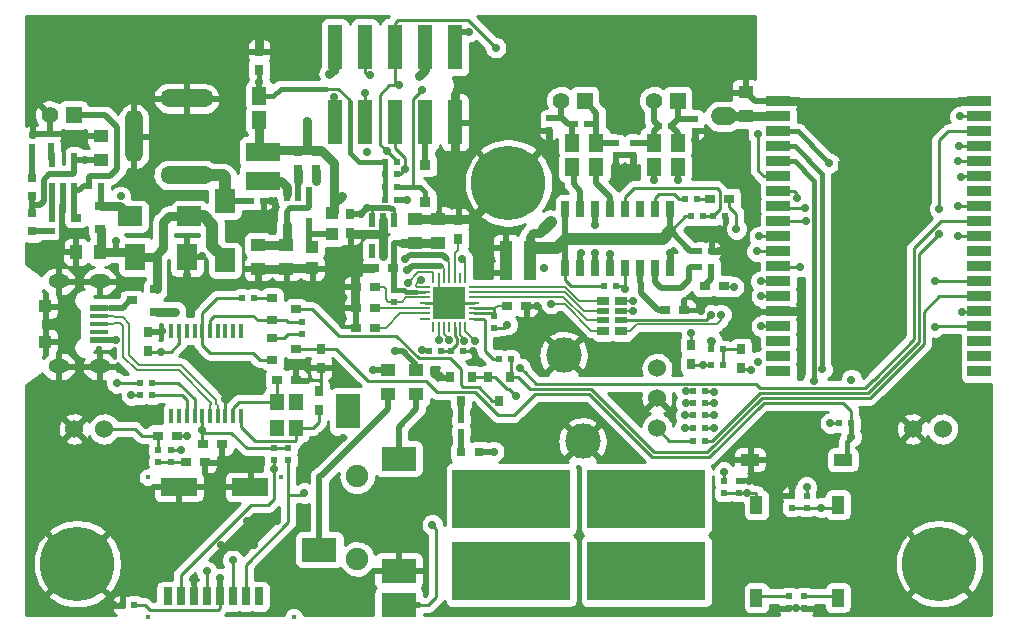
<source format=gbr>
G04 #@! TF.GenerationSoftware,KiCad,Pcbnew,6.0.0-unknown-3514473~86~ubuntu18.04.1*
G04 #@! TF.CreationDate,2019-07-31T16:13:07+03:00*
G04 #@! TF.ProjectId,ESP32-ADF_Rev_C,45535033-322d-4414-9446-5f5265765f43,rev?*
G04 #@! TF.SameCoordinates,Original*
G04 #@! TF.FileFunction,Copper,L1,Top*
G04 #@! TF.FilePolarity,Positive*
%FSLAX46Y46*%
G04 Gerber Fmt 4.6, Leading zero omitted, Abs format (unit mm)*
G04 Created by KiCad (PCBNEW 6.0.0-unknown-3514473~86~ubuntu18.04.1) date 2019-07-31 16:13:07*
%MOMM*%
%LPD*%
G04 APERTURE LIST*
%ADD10R,0.800000X0.900000*%
%ADD11R,3.100000X1.500000*%
%ADD12C,0.400000*%
%ADD13R,0.800000X1.500000*%
%ADD14R,0.550000X0.500000*%
%ADD15R,0.500000X0.550000*%
%ADD16R,0.900000X0.800000*%
%ADD17R,1.270000X1.050000*%
%ADD18R,1.050000X1.270000*%
%ADD19R,0.700000X0.900000*%
%ADD20R,0.900000X0.700000*%
%ADD21R,1.200000X1.400000*%
%ADD22R,0.950000X0.950000*%
%ADD23R,0.670000X1.450000*%
%ADD24R,1.016000X1.016000*%
%ADD25R,1.270000X3.810000*%
%ADD26O,1.500000X4.500000*%
%ADD27O,4.500000X1.500000*%
%ADD28R,2.000000X0.900000*%
%ADD29C,1.300000*%
%ADD30R,5.000000X5.000000*%
%ADD31C,2.000000*%
%ADD32R,1.524000X1.016000*%
%ADD33C,3.000000*%
%ADD34C,1.524000*%
%ADD35R,1.400000X1.400000*%
%ADD36C,1.400000*%
%ADD37C,1.200000*%
%ADD38C,6.300000*%
%ADD39R,1.016000X1.524000*%
%ADD40R,1.270000X1.524000*%
%ADD41R,0.550000X1.200000*%
%ADD42C,1.900000*%
%ADD43R,3.000000X2.000000*%
%ADD44R,2.000000X3.000000*%
%ADD45R,0.800000X0.800000*%
%ADD46R,1.778000X2.286000*%
%ADD47R,2.000000X1.700000*%
%ADD48R,1.700000X2.000000*%
%ADD49R,3.000000X1.600000*%
%ADD50R,0.325000X1.270000*%
%ADD51R,0.900000X0.200000*%
%ADD52R,0.200000X0.900000*%
%ADD53C,1.600000*%
%ADD54C,0.890000*%
%ADD55R,2.700000X2.700000*%
%ADD56R,1.650000X0.500000*%
%ADD57R,1.650000X0.325000*%
%ADD58R,1.000000X1.100000*%
%ADD59O,1.800000X1.200000*%
%ADD60R,10.000000X5.000000*%
%ADD61R,1.016000X0.508000*%
%ADD62R,1.016000X0.762000*%
%ADD63C,0.700000*%
%ADD64C,0.203200*%
%ADD65C,0.254000*%
%ADD66C,0.508000*%
%ADD67C,0.762000*%
%ADD68C,0.381000*%
%ADD69C,1.016000*%
%ADD70C,1.524000*%
%ADD71C,0.200000*%
G04 APERTURE END LIST*
D10*
X92250260Y-50894080D03*
X92250260Y-52494080D03*
D11*
X74650000Y-73500000D03*
X68590000Y-73500000D03*
D12*
X65960000Y-84470000D03*
X65960000Y-72670000D03*
X77230000Y-72670000D03*
X78320000Y-84470000D03*
D13*
X67650000Y-82750000D03*
X68750000Y-82750000D03*
X69850000Y-82750000D03*
X70950000Y-82750000D03*
X72050000Y-82750000D03*
X73150000Y-82750000D03*
X74250000Y-82750000D03*
X75350000Y-82750000D03*
D14*
X76650000Y-71208000D03*
X76650000Y-70192000D03*
D15*
X64808000Y-83500000D03*
X63792000Y-83500000D03*
D14*
X77850000Y-71208000D03*
X77850000Y-70192000D03*
D10*
X80650000Y-63400000D03*
X80650000Y-61800000D03*
X75400000Y-38200000D03*
X75400000Y-36600000D03*
X80233520Y-46654620D03*
X80233520Y-45054620D03*
X78709520Y-46667320D03*
X78709520Y-45067320D03*
X83100000Y-52000000D03*
X83100000Y-50400000D03*
D16*
X85100000Y-55000000D03*
X86700000Y-55000000D03*
X83600000Y-60006500D03*
X85200000Y-60006500D03*
X83600000Y-58306500D03*
X85200000Y-58306500D03*
X97995640Y-58150760D03*
X96395640Y-58150760D03*
X83591500Y-56562500D03*
X85191500Y-56562500D03*
D10*
X111993680Y-61468100D03*
X111993680Y-63068100D03*
D16*
X68450000Y-69150000D03*
X66850000Y-69150000D03*
X78500000Y-64450000D03*
X76900000Y-64450000D03*
D10*
X80450000Y-65350000D03*
X80450000Y-66950000D03*
D16*
X72250000Y-69900000D03*
X70650000Y-69900000D03*
D10*
X65976500Y-60350500D03*
X65976500Y-61950500D03*
X116200000Y-63461000D03*
X116200000Y-61861000D03*
D16*
X70800000Y-71400000D03*
X69200000Y-71400000D03*
X114730000Y-56496000D03*
X113130000Y-56496000D03*
X115211760Y-49110900D03*
X113611760Y-49110900D03*
X111353500Y-58547000D03*
X109753500Y-58547000D03*
D17*
X116583460Y-40083740D03*
X116583460Y-42115740D03*
D18*
X59884000Y-53600000D03*
X61916000Y-53600000D03*
D17*
X62000000Y-43784000D03*
X62000000Y-45816000D03*
X75300000Y-55016000D03*
X75300000Y-52984000D03*
X77700000Y-55016000D03*
X77700000Y-52984000D03*
X88623140Y-50807620D03*
X88623140Y-52839620D03*
X90563700Y-50825400D03*
X90563700Y-52857400D03*
X88700000Y-63584000D03*
X88700000Y-65616000D03*
X86300000Y-63584000D03*
X86300000Y-65616000D03*
D18*
X96277000Y-55353000D03*
X98309000Y-55353000D03*
X96277000Y-53250000D03*
X98309000Y-53250000D03*
D19*
X96677520Y-64204340D03*
X94777520Y-64204340D03*
X95727520Y-66204340D03*
D20*
X61900000Y-51650000D03*
X61900000Y-49750000D03*
X59900000Y-50700000D03*
X66600000Y-58650000D03*
X66600000Y-56750000D03*
X64600000Y-57700000D03*
D19*
X93421240Y-64204340D03*
X91521240Y-64204340D03*
X92471240Y-66204340D03*
D20*
X76500000Y-60850000D03*
X76500000Y-62750000D03*
X78500000Y-61800000D03*
X76507440Y-57499960D03*
X76507440Y-59399960D03*
X78507440Y-58449960D03*
D15*
X113835180Y-50586640D03*
X114851180Y-50586640D03*
X111996220Y-50599340D03*
X113012220Y-50599340D03*
D21*
X78500000Y-66300000D03*
X76900000Y-68500000D03*
X78500000Y-68500000D03*
X76900000Y-66300000D03*
D22*
X89451180Y-49347720D03*
X89451180Y-46247720D03*
D23*
X101325680Y-50001400D03*
X102595680Y-50001400D03*
X103865680Y-50001400D03*
X105135680Y-50001400D03*
X106405680Y-50001400D03*
X107675680Y-50001400D03*
X108945680Y-50001400D03*
X110215680Y-50001400D03*
X110215680Y-54951400D03*
X108945680Y-54951400D03*
X107675680Y-54951400D03*
X106405680Y-54951400D03*
X105135680Y-54951400D03*
X103865680Y-54951400D03*
X102595680Y-54951400D03*
X101325680Y-54951400D03*
D24*
X81600000Y-50322000D03*
X81600000Y-52100000D03*
X79900000Y-54989000D03*
X79900000Y-53211000D03*
D25*
X91986100Y-36283900D03*
X91986100Y-42633900D03*
X89446100Y-36283900D03*
X89446100Y-42633900D03*
X86906100Y-36283900D03*
X86906100Y-42633900D03*
X84366100Y-36283900D03*
X84366100Y-42633900D03*
X81826100Y-36283900D03*
X81826100Y-42633900D03*
D26*
X64800000Y-43800000D03*
D27*
X69250000Y-40600000D03*
X69250000Y-47100000D03*
D14*
X112306100Y-43329860D03*
X112306100Y-42313860D03*
X107091480Y-44378880D03*
X107091480Y-45394880D03*
D15*
X112672000Y-53530500D03*
X113688000Y-53530500D03*
D14*
X105610660Y-45405040D03*
X105610660Y-44389040D03*
X99966780Y-42291000D03*
X99966780Y-43307000D03*
X120500000Y-75258000D03*
X120500000Y-74242000D03*
X116000000Y-74008000D03*
X116000000Y-72992000D03*
D15*
X110236000Y-42926000D03*
X109220000Y-42926000D03*
X103124000Y-42799000D03*
X102108000Y-42799000D03*
X112167000Y-69575000D03*
X113183000Y-69575000D03*
X90754200Y-61958220D03*
X89738200Y-61958220D03*
X92659460Y-61954380D03*
X91643460Y-61954380D03*
D14*
X56200000Y-43727000D03*
X56200000Y-44743000D03*
X95300000Y-60008000D03*
X95300000Y-58992000D03*
D15*
X96680020Y-62669420D03*
X95664020Y-62669420D03*
D14*
X57800000Y-43592000D03*
X57800000Y-44608000D03*
X121500000Y-83758000D03*
X121500000Y-82742000D03*
X57900000Y-50792000D03*
X57900000Y-51808000D03*
X86800000Y-57808000D03*
X86800000Y-56792000D03*
D15*
X62008000Y-48000000D03*
X60992000Y-48000000D03*
X87044220Y-45954000D03*
X86028220Y-45954000D03*
X87040720Y-47037500D03*
X86024720Y-47037500D03*
X87040720Y-49196500D03*
X86024720Y-49196500D03*
X87044220Y-48117000D03*
X86028220Y-48117000D03*
X125547120Y-68099940D03*
X124531120Y-68099940D03*
X104592000Y-56450000D03*
X105608000Y-56450000D03*
X113692000Y-63150000D03*
X114708000Y-63150000D03*
D14*
X66850000Y-70392000D03*
X66850000Y-71408000D03*
D15*
X114708000Y-61850000D03*
X113692000Y-61850000D03*
D14*
X67950000Y-71408000D03*
X67950000Y-70392000D03*
D15*
X75758000Y-49250000D03*
X74742000Y-49250000D03*
X113676000Y-54845000D03*
X112660000Y-54845000D03*
X112438180Y-49088040D03*
X111422180Y-49088040D03*
D14*
X120250000Y-83758000D03*
X120250000Y-82742000D03*
D15*
X113179500Y-66413500D03*
X112163500Y-66413500D03*
X65283080Y-65714880D03*
X66299080Y-65714880D03*
X113179500Y-65413500D03*
X112163500Y-65413500D03*
X113179500Y-68513500D03*
X112163500Y-68513500D03*
X113179500Y-67413500D03*
X112163500Y-67413500D03*
X65303400Y-64701420D03*
X66319400Y-64701420D03*
D14*
X78986380Y-60563760D03*
X78986380Y-59547760D03*
D15*
X74942700Y-57513220D03*
X73926700Y-57513220D03*
D14*
X92489020Y-67800220D03*
X92489020Y-68816220D03*
X114750000Y-74008000D03*
X114750000Y-72992000D03*
X121750000Y-75250000D03*
X121750000Y-74234000D03*
D28*
X136368680Y-62444200D03*
X136368680Y-61174200D03*
X136368680Y-59904200D03*
X136368680Y-58634200D03*
X136368680Y-63714200D03*
X119368680Y-63714200D03*
X119368680Y-58634200D03*
X119368680Y-59904200D03*
X119368680Y-61174200D03*
X119368680Y-62444200D03*
D29*
X128668680Y-48364200D03*
X125068680Y-48364200D03*
X126868680Y-50164200D03*
X126868680Y-46564200D03*
X128668680Y-46564200D03*
X125068680Y-46564200D03*
X128668680Y-50164200D03*
D28*
X119368680Y-40854200D03*
X119368680Y-42124200D03*
X119368680Y-43394200D03*
X119368680Y-44664200D03*
X119368680Y-45934200D03*
X119368680Y-47204200D03*
X119368680Y-48474200D03*
X119368680Y-49744200D03*
X119368680Y-51014200D03*
X119368680Y-52284200D03*
X119368680Y-53554200D03*
X119368680Y-54824200D03*
X119368680Y-56094200D03*
X119368680Y-57364200D03*
X136368680Y-57364200D03*
X136368680Y-56094200D03*
X136368680Y-54824200D03*
X136368680Y-53554200D03*
X136368680Y-52284200D03*
X136368680Y-51014200D03*
X136368680Y-49744200D03*
X136368680Y-48474200D03*
X136368680Y-47204200D03*
X136368680Y-45934200D03*
X136368680Y-44664200D03*
X136368680Y-43394200D03*
X136368680Y-42124200D03*
X136368680Y-40854200D03*
D30*
X126868680Y-48364200D03*
D31*
X126868680Y-48364200D03*
D29*
X125068680Y-50164200D03*
D32*
X116963000Y-71199000D03*
X124837000Y-71199000D03*
D33*
X101180000Y-62350000D03*
X102780000Y-69650000D03*
D34*
X109080000Y-63460000D03*
X109080000Y-66000000D03*
X109080000Y-68540000D03*
X133270000Y-68595000D03*
X130730000Y-68595000D03*
X62270000Y-68595000D03*
X59730000Y-68595000D03*
D35*
X59682380Y-42014140D03*
D36*
X57670700Y-42016680D03*
D35*
X110825380Y-40798140D03*
D36*
X108813700Y-40800680D03*
D35*
X102951380Y-40798140D03*
D36*
X100939700Y-40800680D03*
D37*
X96500000Y-45337000D03*
X96500000Y-50163000D03*
X94849000Y-49401000D03*
X94722000Y-46099000D03*
X98151000Y-49401000D03*
X98151000Y-46099000D03*
X94087000Y-47750000D03*
X98913000Y-47750000D03*
D38*
X96500000Y-47750000D03*
D39*
X124405025Y-82876340D03*
X124405025Y-75002340D03*
X117500000Y-82891000D03*
X117500000Y-75017000D03*
D40*
X110833000Y-44377000D03*
X110833000Y-46409000D03*
X108801000Y-44377000D03*
X108801000Y-46409000D03*
X103959000Y-44377000D03*
X103959000Y-46409000D03*
X101927000Y-44377000D03*
X101927000Y-46409000D03*
X75400000Y-42400000D03*
X75400000Y-40368000D03*
D41*
X86850000Y-50900000D03*
X85900000Y-50900000D03*
X84950000Y-50900000D03*
X86850000Y-53500000D03*
X84950000Y-53500000D03*
X79650000Y-48700000D03*
X78700000Y-48700000D03*
X77750000Y-48700000D03*
X79650000Y-51300000D03*
X77750000Y-51300000D03*
X57850000Y-48400000D03*
X58800000Y-48400000D03*
X59750000Y-48400000D03*
X57850000Y-45800000D03*
X59750000Y-45800000D03*
D42*
X83700000Y-72600000D03*
X83700000Y-79600000D03*
D43*
X87200000Y-80600000D03*
D44*
X82900000Y-67100000D03*
D43*
X80500000Y-78800000D03*
X87200000Y-71100000D03*
X87200000Y-83500000D03*
D45*
X56200000Y-51862000D03*
X56200000Y-50338000D03*
X92527120Y-70563740D03*
X94051120Y-70563740D03*
D46*
X69277000Y-54000000D03*
X64923000Y-54000000D03*
D47*
X64500000Y-50600000D03*
X69500000Y-50600000D03*
D48*
X72500000Y-54300000D03*
X72500000Y-49300000D03*
D49*
X75727560Y-45165160D03*
X75727560Y-47565160D03*
D37*
X60000000Y-77587000D03*
X60000000Y-82413000D03*
X58349000Y-81651000D03*
X58222000Y-78349000D03*
X61651000Y-81651000D03*
X61651000Y-78349000D03*
X57587000Y-80000000D03*
X62413000Y-80000000D03*
D38*
X60000000Y-80000000D03*
D37*
X133000000Y-77587000D03*
X133000000Y-82413000D03*
X131349000Y-81651000D03*
X131222000Y-78349000D03*
X134651000Y-81651000D03*
X134651000Y-78349000D03*
X130587000Y-80000000D03*
X135413000Y-80000000D03*
D38*
X133000000Y-80000000D03*
D45*
X56200000Y-47338000D03*
X56200000Y-48862000D03*
D50*
X67975000Y-67519500D03*
X68625000Y-67519500D03*
X69275000Y-67519500D03*
X69925000Y-67519500D03*
X70575000Y-67519500D03*
X71225000Y-67519500D03*
X71875000Y-67519500D03*
X72525000Y-67519500D03*
X73175000Y-67519500D03*
X73825000Y-67519500D03*
X73825000Y-60280500D03*
X73175000Y-60280500D03*
X72525000Y-60280500D03*
X71875000Y-60280500D03*
X71225000Y-60280500D03*
X70575000Y-60280500D03*
X69925000Y-60280500D03*
X69275000Y-60280500D03*
X68625000Y-60280500D03*
X67975000Y-60280500D03*
D51*
X93583820Y-59250000D03*
X93583820Y-58800000D03*
X93583820Y-58350000D03*
X93583820Y-57900000D03*
X93583820Y-57450000D03*
X93583820Y-57000000D03*
X93583820Y-56550000D03*
D52*
X92850000Y-55816180D03*
X92400000Y-55816180D03*
X91950000Y-55816180D03*
X91500000Y-55816180D03*
X91050000Y-55816180D03*
X90600000Y-55816180D03*
X90150000Y-55816180D03*
D51*
X89416180Y-56550000D03*
X89416180Y-57000000D03*
X89416180Y-57450000D03*
X89416180Y-57900000D03*
X89416180Y-58350000D03*
X89416180Y-58800000D03*
X89416180Y-59250000D03*
D52*
X90150000Y-59983820D03*
X90600000Y-59983820D03*
X91050000Y-59983820D03*
X91500000Y-59983820D03*
X91950000Y-59983820D03*
X92400000Y-59983820D03*
X92850000Y-59983820D03*
D53*
X91500000Y-57900000D03*
D54*
X92400000Y-58800000D03*
X92400000Y-57000000D03*
X90600000Y-58800000D03*
X90600000Y-57000000D03*
D55*
X91500000Y-57900000D03*
D56*
X61824000Y-58312500D03*
D57*
X61824000Y-59050000D03*
X61824000Y-59700000D03*
X61824000Y-60350000D03*
D56*
X61824000Y-61087500D03*
D58*
X57274000Y-58200000D03*
X57274000Y-61200000D03*
D59*
X58424000Y-56100000D03*
X61894000Y-56100000D03*
X61894000Y-63300000D03*
X58424000Y-63300000D03*
D60*
X96734025Y-80625000D03*
X96734025Y-74539339D03*
X108184025Y-80625000D03*
X108184025Y-74525000D03*
D61*
X106067860Y-58610500D03*
X106067860Y-59372500D03*
X104543860Y-58610500D03*
X104543860Y-59372500D03*
D62*
X106067860Y-57721500D03*
X104543860Y-57721500D03*
X106067860Y-60261500D03*
X104543860Y-60261500D03*
D63*
X86450000Y-78625000D03*
X87975000Y-78625000D03*
X87200000Y-78625000D03*
X80184048Y-47626328D03*
X84500000Y-45175000D03*
X77250000Y-34950000D03*
X97675000Y-70950000D03*
X84026000Y-50401000D03*
X87259928Y-39493116D03*
X84750000Y-38650000D03*
X125547710Y-64402290D03*
X123750000Y-68100000D03*
X120950000Y-49050000D03*
X117650000Y-43650000D03*
X89150000Y-39900000D03*
X90050000Y-76700000D03*
X96407721Y-59761639D03*
X113680240Y-61137800D03*
X89649300Y-52857400D03*
X68750000Y-70400000D03*
X134800000Y-47250000D03*
X79200000Y-74020600D03*
X133000000Y-49950000D03*
X133000000Y-52050000D03*
X134565800Y-52284200D03*
X132600000Y-56100000D03*
X110853220Y-47535821D03*
X108816140Y-47535821D03*
X117650000Y-62930520D03*
X132600000Y-59950000D03*
X115588809Y-56557794D03*
X114500000Y-58900000D03*
X117900000Y-59900000D03*
X95424700Y-36313776D03*
X117900000Y-57350000D03*
X134600000Y-49750000D03*
X134725800Y-42124200D03*
X134900000Y-58650000D03*
X78450000Y-63100000D03*
X82500000Y-69350000D03*
X79900000Y-69800000D03*
X76900000Y-76350000D03*
X74950000Y-78450000D03*
X72200000Y-78450000D03*
X74350000Y-76350000D03*
X84350000Y-40150000D03*
X73150000Y-79700000D03*
X76650000Y-71950000D03*
X81729410Y-49211000D03*
X70950000Y-80650000D03*
X69300000Y-69150000D03*
X106400000Y-56743601D03*
X129461260Y-58290460D03*
X128191260Y-58290460D03*
X126921260Y-58290460D03*
X125651260Y-58290460D03*
X124381260Y-58290460D03*
X129461260Y-57020460D03*
X128191260Y-57020460D03*
X126921260Y-57020460D03*
X125651260Y-57020460D03*
X124381260Y-57020460D03*
X129461260Y-55750460D03*
X128191260Y-55750460D03*
X126921260Y-55750460D03*
X125651260Y-55750460D03*
X124381260Y-55750460D03*
X129461260Y-54480460D03*
X128191260Y-54480460D03*
X126921260Y-54480460D03*
X125651260Y-54480460D03*
X124381260Y-54480460D03*
X129461260Y-53210460D03*
X128191260Y-53210460D03*
X126921260Y-53210460D03*
X125651260Y-53210460D03*
X124381260Y-53210460D03*
X129461260Y-51940460D03*
X128191260Y-51940460D03*
X126921260Y-51940460D03*
X125651260Y-51940460D03*
X128706880Y-41821100D03*
X127436880Y-41821100D03*
X129976880Y-41821100D03*
X126166880Y-41821100D03*
X124896880Y-41821100D03*
X124381260Y-51940460D03*
X99824540Y-34150300D03*
X96545400Y-34150300D03*
X91950540Y-44968160D03*
X91978480Y-40276780D03*
X75399900Y-35486340D03*
X112796693Y-58633733D03*
X117000020Y-63563500D03*
X120885732Y-58625740D03*
X112328960Y-44091860D03*
X107091480Y-46291474D03*
X105610646Y-46202600D03*
X98930460Y-58143140D03*
X93512906Y-61964796D03*
X114327940Y-53520340D03*
X96277000Y-54278960D03*
X110175040Y-53672740D03*
X103850440Y-53682900D03*
X103865680Y-51348640D03*
X90667840Y-64112140D03*
X134729220Y-40855900D03*
X121020840Y-40850820D03*
X70594220Y-53967380D03*
X69306440Y-55595520D03*
X76418440Y-49253140D03*
X78727300Y-47614840D03*
X78980760Y-54989000D03*
X76505200Y-55016000D03*
X83741000Y-55000000D03*
X83511000Y-57420900D03*
X85890100Y-51940460D03*
X63235840Y-61087000D03*
X67183000Y-60261500D03*
X72524620Y-66017140D03*
X120859320Y-83758000D03*
X120500140Y-73507600D03*
X118648480Y-71198740D03*
X116855240Y-72989440D03*
X123070110Y-63522860D03*
X123002080Y-75250000D03*
X122334020Y-64488060D03*
X116739900Y-73997820D03*
X60681880Y-45800000D03*
X63251080Y-52638960D03*
X99521010Y-51642010D03*
X100105210Y-51057810D03*
X63663830Y-48898810D03*
X84533401Y-49893599D03*
X63647500Y-49747500D03*
X76532340Y-52984000D03*
X93179900Y-34965640D03*
X75400000Y-39225120D03*
X82454154Y-48851820D03*
X79415640Y-44152820D03*
X79415640Y-43362880D03*
X79415640Y-42519600D03*
X79415640Y-44965620D03*
X115573934Y-42124200D03*
X114381280Y-42128440D03*
X70575000Y-68716060D03*
X89154000Y-61913020D03*
X95267780Y-70505320D03*
X67106800Y-62039500D03*
X121747280Y-73507600D03*
X114749580Y-72237600D03*
X87900000Y-55128160D03*
X86921340Y-61996320D03*
X87782400Y-54236620D03*
X85069680Y-63581280D03*
X90596720Y-61018420D03*
X112001300Y-60454540D03*
X112963960Y-63164720D03*
X91446591Y-61084051D03*
X87978253Y-56189971D03*
X89103200Y-55947598D03*
X115811300Y-51655980D03*
X68287900Y-58679080D03*
X105138220Y-53756560D03*
X102608380Y-53680360D03*
X123672600Y-46062900D03*
X125547120Y-69245480D03*
X93680263Y-61128975D03*
X86215220Y-45090080D03*
X97525000Y-63450000D03*
X87767160Y-46621700D03*
X92778060Y-61176978D03*
X121684300Y-50998120D03*
X113921540Y-66413380D03*
X134602220Y-45900340D03*
X64564260Y-65722500D03*
X121640600Y-49877980D03*
X113949480Y-65435480D03*
X113929160Y-68503800D03*
X121231660Y-54838600D03*
X113944400Y-67398900D03*
X63334900Y-64693800D03*
X134612380Y-44655740D03*
X92590620Y-54173120D03*
X99547680Y-54993599D03*
X100124260Y-57992759D03*
X117744240Y-52290980D03*
X107048300Y-57721500D03*
X113644680Y-58938160D03*
X117546120Y-53555900D03*
X107038140Y-58615580D03*
X117866160Y-56085740D03*
X81348580Y-38524180D03*
X97152460Y-65798700D03*
X111513498Y-66413500D03*
X96734025Y-80625000D03*
X111513500Y-65413500D03*
X96733360Y-74538840D03*
X111450006Y-68500000D03*
X108184025Y-80625000D03*
X111486500Y-67413500D03*
X108184025Y-74525000D03*
X88948260Y-38689280D03*
X81768575Y-40446075D03*
X87957660Y-49207420D03*
X69850000Y-81250000D03*
X63150000Y-83500000D03*
X72050000Y-81250000D03*
X72200000Y-71400000D03*
D64*
X90600000Y-59983820D02*
X90600000Y-61015140D01*
X90600000Y-61015140D02*
X90596720Y-61018420D01*
X91050000Y-59983820D02*
X91050000Y-60577778D01*
X91050000Y-60577778D02*
X91446591Y-60974369D01*
X91446591Y-60974369D02*
X91446591Y-61084051D01*
X89103200Y-55947598D02*
X88700000Y-56350798D01*
X88700000Y-56350798D02*
X88700000Y-56487020D01*
X88700000Y-56487020D02*
X88762980Y-56550000D01*
X88762980Y-56550000D02*
X89416180Y-56550000D01*
X90135650Y-55285650D02*
X90135650Y-55801830D01*
X90135650Y-55801830D02*
X90150000Y-55816180D01*
X87978253Y-56189971D02*
X88882574Y-55285650D01*
X88882574Y-55285650D02*
X90135650Y-55285650D01*
X90135650Y-55285650D02*
X90150000Y-55300000D01*
X91950000Y-53725000D02*
X92250260Y-53424740D01*
X91950000Y-55816180D02*
X91950000Y-53725000D01*
X92250260Y-53424740D02*
X92250260Y-52494080D01*
D65*
X81084939Y-39771839D02*
X82107525Y-39771839D01*
X82107525Y-39771839D02*
X83058000Y-40722314D01*
X83058000Y-40722314D02*
X83058000Y-40881300D01*
X65699514Y-83500000D02*
X66124514Y-83925000D01*
X64808000Y-83500000D02*
X65699514Y-83500000D01*
X66124514Y-83925000D02*
X71879000Y-83925000D01*
X71879000Y-83925000D02*
X72050000Y-83754000D01*
X72050000Y-83754000D02*
X72050000Y-82750000D01*
X74250000Y-80225000D02*
X74250000Y-82750000D01*
X74250000Y-80081514D02*
X74250000Y-80225000D01*
X77850000Y-74150000D02*
X77850000Y-76481514D01*
X77850000Y-76481514D02*
X74250000Y-80081514D01*
X77850000Y-71208000D02*
X77850000Y-74150000D01*
X76650000Y-71950000D02*
X76650000Y-71208000D01*
X76150000Y-75050000D02*
X76650000Y-74550000D01*
X76650000Y-74550000D02*
X76650000Y-71950000D01*
X68750000Y-82750000D02*
X68750000Y-80968486D01*
X68750000Y-80968486D02*
X74668486Y-75050000D01*
X74668486Y-75050000D02*
X76150000Y-75050000D01*
X136368680Y-52284200D02*
X134565800Y-52284200D01*
X120699200Y-48474200D02*
X120950000Y-48725000D01*
X119368680Y-48474200D02*
X120699200Y-48474200D01*
X120950000Y-48725000D02*
X120950000Y-49050000D01*
X117546120Y-53555900D02*
X119366980Y-53555900D01*
X119366980Y-53555900D02*
X119368680Y-53554200D01*
X117744240Y-52290980D02*
X119361900Y-52290980D01*
X119361900Y-52290980D02*
X119368680Y-52284200D01*
X114851180Y-50586640D02*
X114851180Y-52997100D01*
X114851180Y-52997100D02*
X114327940Y-53520340D01*
X108945680Y-49022400D02*
X109243080Y-48725000D01*
X109243080Y-48725000D02*
X110555140Y-48725000D01*
X108945680Y-50001400D02*
X108945680Y-49022400D01*
X110555140Y-48725000D02*
X110918180Y-49088040D01*
X110918180Y-49088040D02*
X111422180Y-49088040D01*
X107152440Y-48186340D02*
X106405680Y-48933100D01*
X114425000Y-48475000D02*
X114136340Y-48186340D01*
X114425000Y-49971820D02*
X114425000Y-48475000D01*
X106405680Y-48933100D02*
X106405680Y-50001400D01*
X113835180Y-50586640D02*
X113835180Y-50561640D01*
X113835180Y-50561640D02*
X114425000Y-49971820D01*
X114136340Y-48186340D02*
X107152440Y-48186340D01*
X115211760Y-49110900D02*
X115211760Y-49764900D01*
X115811300Y-50364440D02*
X115811300Y-51161006D01*
X115211760Y-49764900D02*
X115811300Y-50364440D01*
X115811300Y-51161006D02*
X115811300Y-51655980D01*
X112438180Y-49088040D02*
X113588900Y-49088040D01*
X113588900Y-49088040D02*
X113611760Y-49110900D01*
X113012220Y-50599340D02*
X113822480Y-50599340D01*
X113822480Y-50599340D02*
X113835180Y-50586640D01*
X73175000Y-66775000D02*
X73650000Y-66300000D01*
X73175000Y-67519500D02*
X73175000Y-66775000D01*
X73650000Y-66300000D02*
X76900000Y-66300000D01*
X78425000Y-69600000D02*
X78500000Y-69525000D01*
X78500000Y-69525000D02*
X78500000Y-68500000D01*
X75016500Y-69600000D02*
X78425000Y-69600000D01*
X79211440Y-58449960D02*
X78507440Y-58449960D01*
X91575000Y-62600000D02*
X88904356Y-62600000D01*
X95727520Y-66204340D02*
X95123520Y-66204340D01*
X92475000Y-63500000D02*
X91575000Y-62600000D01*
X88904356Y-62600000D02*
X86990257Y-60685901D01*
X92680511Y-65055511D02*
X92475000Y-64850000D01*
X82135901Y-60685901D02*
X79899960Y-58449960D01*
D66*
X86921340Y-61996320D02*
X87546320Y-61996320D01*
D65*
X86990257Y-60685901D02*
X82135901Y-60685901D01*
X92475000Y-64850000D02*
X92475000Y-63500000D01*
X95123520Y-66204340D02*
X93974691Y-65055511D01*
D66*
X88700000Y-63150000D02*
X88700000Y-63584000D01*
D65*
X79899960Y-58449960D02*
X79211440Y-58449960D01*
X93974691Y-65055511D02*
X92680511Y-65055511D01*
D66*
X87546320Y-61996320D02*
X88700000Y-63150000D01*
D65*
X113356661Y-70543589D02*
X117950250Y-65950000D01*
X108868339Y-70543589D02*
X113356661Y-70543589D01*
X98350000Y-65200000D02*
X103524750Y-65200000D01*
X132964200Y-57364200D02*
X136368680Y-57364200D01*
X97354340Y-64204340D02*
X98350000Y-65200000D01*
X103524750Y-65200000D02*
X108868339Y-70543589D01*
X96677520Y-64204340D02*
X97354340Y-64204340D01*
X131675000Y-61374958D02*
X131675000Y-58653400D01*
X117950250Y-65950000D02*
X127099958Y-65950000D01*
X127099958Y-65950000D02*
X131675000Y-61374958D01*
X131675000Y-58653400D02*
X132964200Y-57364200D01*
X131268589Y-53781411D02*
X131268589Y-61189751D01*
X126914751Y-65543589D02*
X117781909Y-65543589D01*
X113687000Y-69575000D02*
X113183000Y-69575000D01*
X131268589Y-61189751D02*
X126914751Y-65543589D01*
X117781909Y-65543589D02*
X113750498Y-69575000D01*
X133000000Y-52050000D02*
X131268589Y-53781411D01*
X113750498Y-69575000D02*
X113687000Y-69575000D01*
X111815613Y-64784099D02*
X98859099Y-64784099D01*
X127422900Y-64427100D02*
X127408940Y-64427100D01*
X133135800Y-51014200D02*
X130858260Y-53291740D01*
X117506079Y-64806079D02*
X111837593Y-64806079D01*
X136368680Y-51014200D02*
X133135800Y-51014200D01*
X130858260Y-53291740D02*
X130858260Y-60991740D01*
X97874999Y-63799999D02*
X97525000Y-63450000D01*
X130858260Y-60991740D02*
X127422900Y-64427100D01*
X127408940Y-64427100D02*
X126718579Y-65117461D01*
X126718579Y-65117461D02*
X117817461Y-65117461D01*
X98859099Y-64784099D02*
X97874999Y-63799999D01*
X117817461Y-65117461D02*
X117506079Y-64806079D01*
X111837593Y-64806079D02*
X111815613Y-64784099D01*
X123535587Y-66363099D02*
X124838099Y-66363099D01*
X96975000Y-67400000D02*
X98768590Y-65606410D01*
X118100000Y-66375000D02*
X123523686Y-66375000D01*
X113525000Y-70950000D02*
X118100000Y-66375000D01*
X103356410Y-65606410D02*
X108700000Y-70950000D01*
X108700000Y-70950000D02*
X113525000Y-70950000D01*
X98768590Y-65606410D02*
X103356410Y-65606410D01*
X81883780Y-61797460D02*
X84637880Y-64551560D01*
X78602360Y-61797460D02*
X81883780Y-61797460D01*
X124838099Y-66363099D02*
X125547120Y-67072120D01*
X84637880Y-64551560D02*
X89535482Y-64551560D01*
X123523686Y-66375000D02*
X123535587Y-66363099D01*
X95620258Y-67400000D02*
X96975000Y-67400000D01*
X89535482Y-64551560D02*
X90445843Y-65461921D01*
X90445843Y-65461921D02*
X93682179Y-65461921D01*
X93682179Y-65461921D02*
X95620258Y-67400000D01*
X125547120Y-67072120D02*
X125547120Y-68099940D01*
X96680020Y-63530020D02*
X96680020Y-62669420D01*
X101800000Y-56450000D02*
X101325680Y-55975680D01*
X101325680Y-55975680D02*
X101325680Y-54951400D01*
X104592000Y-56450000D02*
X101800000Y-56450000D01*
D64*
X103832660Y-59372500D02*
X104543860Y-59372500D01*
X102882592Y-58610500D02*
X103832660Y-58610500D01*
X101157942Y-57388759D02*
X103141683Y-59372500D01*
X101272092Y-57000000D02*
X102882592Y-58610500D01*
X95595439Y-57388759D02*
X101157942Y-57388759D01*
X103832660Y-58610500D02*
X104543860Y-58610500D01*
X102496500Y-57721500D02*
X101325000Y-56550000D01*
X103141683Y-59372500D02*
X103832660Y-59372500D01*
X101259033Y-57992759D02*
X100619234Y-57992759D01*
X100619234Y-57992759D02*
X100124260Y-57992759D01*
X95534198Y-57450000D02*
X95595439Y-57388759D01*
X104543860Y-60261500D02*
X103527774Y-60261500D01*
X93583820Y-57450000D02*
X95534198Y-57450000D01*
X93583820Y-57000000D02*
X101272092Y-57000000D01*
X103527774Y-60261500D02*
X101259033Y-57992759D01*
X104543860Y-57721500D02*
X102496500Y-57721500D01*
X101325000Y-56550000D02*
X94237020Y-56550000D01*
X94237020Y-56550000D02*
X93583820Y-56550000D01*
D65*
X90375000Y-77025000D02*
X90375000Y-82850000D01*
X90050000Y-76700000D02*
X90375000Y-77025000D01*
X90375000Y-82850000D02*
X89725000Y-83500000D01*
X89725000Y-83500000D02*
X88908000Y-83500000D01*
X105608000Y-56450000D02*
X106106399Y-56450000D01*
X106106399Y-56450000D02*
X106400000Y-56743601D01*
D67*
X80233520Y-46743620D02*
X80184048Y-46793092D01*
X80184048Y-46793092D02*
X80184048Y-47131354D01*
X80184048Y-47131354D02*
X80184048Y-47626328D01*
D65*
X96568260Y-65214500D02*
X96389500Y-65214500D01*
X97152460Y-65798700D02*
X96568260Y-65214500D01*
X96389500Y-65214500D02*
X95379340Y-64204340D01*
X95379340Y-64204340D02*
X94877520Y-64204340D01*
X94877520Y-64204340D02*
X94777520Y-64104340D01*
X85650000Y-44524860D02*
X85650000Y-40275000D01*
X86215220Y-45090080D02*
X85650000Y-44524860D01*
X85650000Y-40275000D02*
X86431884Y-39493116D01*
X86431884Y-39493116D02*
X87259928Y-39493116D01*
X86906100Y-36283900D02*
X86906100Y-39493116D01*
X86906100Y-39493116D02*
X87259928Y-39493116D01*
X86906100Y-34193900D02*
X87160520Y-33939480D01*
X87160520Y-33939480D02*
X93050404Y-33939480D01*
X86906100Y-36283900D02*
X86906100Y-34193900D01*
X93050404Y-33939480D02*
X95074701Y-35963777D01*
X95074701Y-35963777D02*
X95424700Y-36313776D01*
D66*
X84027000Y-50400000D02*
X83100000Y-50400000D01*
X84533401Y-49893599D02*
X84027000Y-50400000D01*
D65*
X84573200Y-38650000D02*
X84750000Y-38650000D01*
X84366100Y-36283900D02*
X84366100Y-38442900D01*
X84366100Y-38442900D02*
X84573200Y-38650000D01*
X124531120Y-68099940D02*
X123750060Y-68099940D01*
X123750060Y-68099940D02*
X123750000Y-68100000D01*
X112167000Y-69575000D02*
X110115000Y-69575000D01*
X110115000Y-69575000D02*
X109080000Y-68540000D01*
X119368680Y-47204200D02*
X118114680Y-47204200D01*
X117650000Y-46739520D02*
X117650000Y-44144974D01*
X117650000Y-44144974D02*
X117650000Y-43650000D01*
X118114680Y-47204200D02*
X117650000Y-46739520D01*
D68*
X88517000Y-48117000D02*
X89016080Y-48117000D01*
X87044220Y-48117000D02*
X88517000Y-48117000D01*
D65*
X88396561Y-47996561D02*
X88517000Y-48117000D01*
X89150000Y-39900000D02*
X88396561Y-40653439D01*
X88396561Y-40653439D02*
X88396561Y-47996561D01*
X96161360Y-60008000D02*
X96407721Y-59761639D01*
D66*
X86850000Y-53500000D02*
X86850000Y-54939000D01*
D67*
X88623140Y-52839620D02*
X87510380Y-52839620D01*
D68*
X87843220Y-57000000D02*
X87635220Y-56792000D01*
D67*
X88640920Y-52857400D02*
X88623140Y-52839620D01*
D66*
X86789000Y-55000000D02*
X86789000Y-56781000D01*
D68*
X88676480Y-57000000D02*
X87843220Y-57000000D01*
D66*
X86789000Y-56781000D02*
X86800000Y-56792000D01*
D65*
X68742000Y-70392000D02*
X68750000Y-70400000D01*
D68*
X113692000Y-61850000D02*
X113692000Y-61149560D01*
D66*
X86850000Y-54939000D02*
X86789000Y-55000000D01*
D65*
X67950000Y-70392000D02*
X68742000Y-70392000D01*
D67*
X113692000Y-61149560D02*
X113680240Y-61137800D01*
D66*
X87469740Y-52880260D02*
X87510380Y-52839620D01*
X86817200Y-52880260D02*
X86817200Y-53467200D01*
D68*
X87635220Y-56792000D02*
X86800000Y-56792000D01*
D67*
X89649300Y-52857400D02*
X88640920Y-52857400D01*
X90563700Y-52857400D02*
X89649300Y-52857400D01*
D65*
X95300000Y-60008000D02*
X96161360Y-60008000D01*
D66*
X86817200Y-52880260D02*
X87469740Y-52880260D01*
X86817200Y-53467200D02*
X86850000Y-53500000D01*
D65*
X89416180Y-57000000D02*
X88676480Y-57000000D01*
X136368680Y-47204200D02*
X134845800Y-47204200D01*
X134845800Y-47204200D02*
X134800000Y-47250000D01*
X79070600Y-74150000D02*
X79200000Y-74020600D01*
X77850000Y-74150000D02*
X79070600Y-74150000D01*
X133000000Y-44150000D02*
X133755800Y-43394200D01*
X133755800Y-43394200D02*
X136368680Y-43394200D01*
X133000000Y-49950000D02*
X133000000Y-44150000D01*
X132605800Y-56094200D02*
X132600000Y-56100000D01*
X136368680Y-56094200D02*
X132605800Y-56094200D01*
D66*
X108801000Y-46409000D02*
X108816140Y-46424140D01*
X110833000Y-46409000D02*
X110853220Y-46429220D01*
X108816140Y-47040847D02*
X108816140Y-47535821D01*
X110853220Y-47040847D02*
X110853220Y-47535821D01*
X108816140Y-46424140D02*
X108816140Y-47040847D01*
X110853220Y-46429220D02*
X110853220Y-47040847D01*
D65*
X132645800Y-59904200D02*
X132600000Y-59950000D01*
X136368680Y-59904200D02*
X132645800Y-59904200D01*
D64*
X114819000Y-56496000D02*
X114880794Y-56557794D01*
X114880794Y-56557794D02*
X115093835Y-56557794D01*
X114166865Y-59728109D02*
X114500000Y-59394974D01*
X114500000Y-59394974D02*
X114500000Y-58900000D01*
X107355631Y-59728109D02*
X114166865Y-59728109D01*
X106067860Y-60261500D02*
X106822240Y-60261500D01*
X106822240Y-60261500D02*
X107355631Y-59728109D01*
X115093835Y-56557794D02*
X115588809Y-56557794D01*
D65*
X117900000Y-59900000D02*
X119364480Y-59900000D01*
X119364480Y-59900000D02*
X119368680Y-59904200D01*
X117900000Y-57350000D02*
X119354480Y-57350000D01*
X119354480Y-57350000D02*
X119368680Y-57364200D01*
X134600000Y-49750000D02*
X136362880Y-49750000D01*
X136362880Y-49750000D02*
X136368680Y-49744200D01*
X136368680Y-42124200D02*
X134725800Y-42124200D01*
X93421240Y-64204340D02*
X94777520Y-64204340D01*
X134900000Y-58650000D02*
X136352880Y-58650000D01*
X136352880Y-58650000D02*
X136368680Y-58634200D01*
X80650000Y-64600000D02*
X80650000Y-65150000D01*
X80650000Y-63400000D02*
X80650000Y-64600000D01*
X78500000Y-64450000D02*
X80500000Y-64450000D01*
X80500000Y-64450000D02*
X80650000Y-64600000D01*
X80650000Y-65150000D02*
X80450000Y-65350000D01*
X79950000Y-68500000D02*
X80450000Y-68000000D01*
X80450000Y-68000000D02*
X80450000Y-66950000D01*
X79600000Y-68500000D02*
X79950000Y-68500000D01*
X73825000Y-68408500D02*
X75016500Y-69600000D01*
X73825000Y-67519500D02*
X73825000Y-68408500D01*
X79600000Y-68500000D02*
X78500000Y-68500000D01*
X76900000Y-65200000D02*
X76900000Y-66300000D01*
X76900000Y-65200000D02*
X76900000Y-64450000D01*
X84350000Y-40150000D02*
X84350000Y-42617800D01*
X84350000Y-42617800D02*
X84366100Y-42633900D01*
X73150000Y-82750000D02*
X73150000Y-79700000D01*
D67*
X80657699Y-44965620D02*
X81729410Y-46037331D01*
X81729410Y-48716026D02*
X81729410Y-49211000D01*
X81729410Y-50192590D02*
X81729410Y-49705974D01*
X81600000Y-50322000D02*
X81729410Y-50192590D01*
X81729410Y-46037331D02*
X81729410Y-48716026D01*
X79415640Y-44965620D02*
X80657699Y-44965620D01*
X81729410Y-49705974D02*
X81729410Y-49211000D01*
X82094974Y-49211000D02*
X81729410Y-49211000D01*
X82454154Y-48851820D02*
X82094974Y-49211000D01*
D65*
X70950000Y-80650000D02*
X70950000Y-82750000D01*
X68450000Y-69150000D02*
X69300000Y-69150000D01*
X106400000Y-56743601D02*
X106400000Y-54957080D01*
X106400000Y-54957080D02*
X106405680Y-54951400D01*
X106451400Y-54905680D02*
X106405680Y-54951400D01*
D68*
X136346660Y-49766220D02*
X136368680Y-49744200D01*
D66*
X87200000Y-83500000D02*
X88908000Y-83500000D01*
X88700000Y-66908020D02*
X87200000Y-68408020D01*
X88700000Y-65616000D02*
X88700000Y-66908020D01*
X87200000Y-68408020D02*
X87200000Y-71100000D01*
X86300000Y-66931522D02*
X80645942Y-72585580D01*
X80645942Y-72585580D02*
X80502760Y-72585580D01*
X86300000Y-65616000D02*
X86300000Y-66931522D01*
X80502760Y-72585580D02*
X80502760Y-73568560D01*
X80502760Y-73568560D02*
X80500000Y-73571320D01*
X80500000Y-73571320D02*
X80500000Y-78800000D01*
X83600000Y-58306500D02*
X83600000Y-60006500D01*
D67*
X78709520Y-46756320D02*
X78709520Y-47597060D01*
X78709520Y-47597060D02*
X78727300Y-47614840D01*
D66*
X119368680Y-40854200D02*
X117353920Y-40854200D01*
X117353920Y-40854200D02*
X116583460Y-40083740D01*
X58800000Y-48400000D02*
X58800000Y-49508000D01*
X58741000Y-53600000D02*
X59884000Y-53600000D01*
X58800000Y-49508000D02*
X58691239Y-49616761D01*
X58691239Y-53550239D02*
X58741000Y-53600000D01*
X58691239Y-49616761D02*
X58691239Y-53550239D01*
D67*
X91986100Y-44932600D02*
X91950540Y-44968160D01*
X91986100Y-42633900D02*
X91986100Y-44932600D01*
X91986100Y-40284400D02*
X91978480Y-40276780D01*
X91986100Y-42633900D02*
X91986100Y-40284400D01*
X75400000Y-35486440D02*
X75399900Y-35486340D01*
X75400000Y-36511000D02*
X75400000Y-35486440D01*
D65*
X112709960Y-58547000D02*
X112796693Y-58633733D01*
X111442500Y-58547000D02*
X112709960Y-58547000D01*
X116986520Y-63550000D02*
X117000020Y-63563500D01*
X116200000Y-63550000D02*
X116986520Y-63550000D01*
D67*
X119377140Y-58625740D02*
X120390758Y-58625740D01*
X119368680Y-58634200D02*
X119377140Y-58625740D01*
X120390758Y-58625740D02*
X120885732Y-58625740D01*
D66*
X112306100Y-44069000D02*
X112328960Y-44091860D01*
X112306100Y-43329860D02*
X112306100Y-44069000D01*
X99966780Y-43307000D02*
X99966780Y-44283220D01*
X99966780Y-44283220D02*
X98151000Y-46099000D01*
X107091480Y-45394880D02*
X107091480Y-46291474D01*
X105610660Y-45405040D02*
X105610660Y-46202586D01*
X105610660Y-46202586D02*
X105610646Y-46202600D01*
X105610660Y-45405040D02*
X107081320Y-45405040D01*
X107081320Y-45405040D02*
X107091480Y-45394880D01*
D64*
X98922840Y-58150760D02*
X98930460Y-58143140D01*
X98084640Y-58150760D02*
X98922840Y-58150760D01*
D65*
X93496160Y-61972160D02*
X93503524Y-61964796D01*
X93502490Y-61954380D02*
X93512906Y-61964796D01*
X92659460Y-61954380D02*
X93502490Y-61954380D01*
X93503524Y-61964796D02*
X93512906Y-61964796D01*
D64*
X90600000Y-55816180D02*
X90600000Y-57000000D01*
D67*
X92250260Y-50805080D02*
X93444920Y-50805080D01*
X93444920Y-50805080D02*
X94849000Y-49401000D01*
X90563700Y-50825400D02*
X92229940Y-50825400D01*
X92229940Y-50825400D02*
X92250260Y-50805080D01*
X90563700Y-50825400D02*
X88640920Y-50825400D01*
D66*
X114317780Y-53530500D02*
X114327940Y-53520340D01*
X113688000Y-53530500D02*
X114317780Y-53530500D01*
D69*
X96277000Y-53250000D02*
X96277000Y-54278960D01*
X96277000Y-54278960D02*
X96277000Y-55353000D01*
D66*
X110215680Y-53713380D02*
X110175040Y-53672740D01*
X110215680Y-54951400D02*
X110215680Y-53713380D01*
X103865680Y-53698140D02*
X103850440Y-53682900D01*
X103865680Y-54951400D02*
X103865680Y-53698140D01*
X103865680Y-50001400D02*
X103865680Y-51348640D01*
D65*
X89416180Y-57900000D02*
X91500000Y-57900000D01*
X90683080Y-64096900D02*
X90667840Y-64112140D01*
X91518740Y-64096900D02*
X90683080Y-64096900D01*
D67*
X134730920Y-40854200D02*
X134729220Y-40855900D01*
X136368680Y-40854200D02*
X134730920Y-40854200D01*
X121017460Y-40854200D02*
X121020840Y-40850820D01*
X119368680Y-40854200D02*
X121017460Y-40854200D01*
D65*
X93583820Y-57900000D02*
X91500000Y-57900000D01*
D66*
X70561600Y-54000000D02*
X70594220Y-53967380D01*
X69277000Y-54000000D02*
X70561600Y-54000000D01*
X69277000Y-55566080D02*
X69306440Y-55595520D01*
X69277000Y-54000000D02*
X69277000Y-55566080D01*
X76415300Y-49250000D02*
X76418440Y-49253140D01*
X75758000Y-49250000D02*
X76415300Y-49250000D01*
X78700000Y-47642140D02*
X78727300Y-47614840D01*
X78700000Y-48700000D02*
X78700000Y-47642140D01*
D67*
X79900000Y-54989000D02*
X78980760Y-54989000D01*
X78980760Y-54989000D02*
X77727000Y-54989000D01*
X77700000Y-55016000D02*
X76505200Y-55016000D01*
X76505200Y-55016000D02*
X75300000Y-55016000D01*
X77727000Y-54989000D02*
X77700000Y-55016000D01*
X83741000Y-55000000D02*
X83511000Y-55230000D01*
X85011000Y-55000000D02*
X83741000Y-55000000D01*
X83511000Y-55230000D02*
X83511000Y-57420900D01*
X83511000Y-58306500D02*
X83511000Y-57420900D01*
X83511000Y-57420900D02*
X83511000Y-56571000D01*
X83511000Y-56571000D02*
X83502500Y-56562500D01*
X85890100Y-51940460D02*
X85890100Y-53964840D01*
X83100000Y-52089000D02*
X85741560Y-52089000D01*
X85741560Y-52089000D02*
X85890100Y-51940460D01*
X85900000Y-51930560D02*
X85890100Y-51940460D01*
X85900000Y-50900000D02*
X85900000Y-51930560D01*
D66*
X57800000Y-43592000D02*
X56335000Y-43592000D01*
X56335000Y-43592000D02*
X56200000Y-43727000D01*
X57670700Y-42016680D02*
X57670700Y-43462700D01*
X57670700Y-43462700D02*
X57800000Y-43592000D01*
X63235340Y-61087500D02*
X63235840Y-61087000D01*
X61824000Y-61087500D02*
X63235340Y-61087500D01*
D65*
X65976500Y-60261500D02*
X67183000Y-60261500D01*
X72525000Y-66017520D02*
X72524620Y-66017140D01*
X72525000Y-67519500D02*
X72525000Y-66017520D01*
X120250000Y-83758000D02*
X120859320Y-83758000D01*
X120859320Y-83758000D02*
X121500000Y-83758000D01*
X120500000Y-73507740D02*
X120500140Y-73507600D01*
X120500000Y-74242000D02*
X120500000Y-73507740D01*
X118648220Y-71199000D02*
X118648480Y-71198740D01*
X116963000Y-71199000D02*
X118648220Y-71199000D01*
X116852680Y-72992000D02*
X116855240Y-72989440D01*
X116000000Y-72992000D02*
X116852680Y-72992000D01*
D66*
X60579920Y-48000000D02*
X60179920Y-48400000D01*
X60992000Y-48000000D02*
X60579920Y-48000000D01*
X60179920Y-48400000D02*
X59750000Y-48400000D01*
X61038660Y-47170340D02*
X60992000Y-47217000D01*
X63373000Y-46571522D02*
X62774182Y-47170340D01*
X62774182Y-47170340D02*
X61038660Y-47170340D01*
X63373000Y-43042840D02*
X63373000Y-46571522D01*
X62344300Y-42014140D02*
X63373000Y-43042840D01*
X59682380Y-42014140D02*
X62344300Y-42014140D01*
X60992000Y-47217000D02*
X60992000Y-48000000D01*
X59750000Y-48400000D02*
X59750000Y-50654900D01*
X59750000Y-50654900D02*
X59797640Y-50702540D01*
D65*
X121500000Y-82742000D02*
X124270685Y-82742000D01*
X124270685Y-82742000D02*
X124405025Y-82876340D01*
D68*
X120749680Y-44664200D02*
X123070110Y-46984630D01*
X123070110Y-46984630D02*
X123070110Y-63027886D01*
X119368680Y-44664200D02*
X120749680Y-44664200D01*
X123070110Y-63027886D02*
X123070110Y-63522860D01*
D65*
X123002080Y-75250000D02*
X124157365Y-75250000D01*
X121750000Y-75250000D02*
X123002080Y-75250000D01*
X124157365Y-75250000D02*
X124405025Y-75002340D01*
X120500000Y-75258000D02*
X121742000Y-75258000D01*
X121742000Y-75258000D02*
X121750000Y-75250000D01*
D68*
X120749680Y-45934200D02*
X122377200Y-47561720D01*
X119368680Y-45934200D02*
X120749680Y-45934200D01*
X122377200Y-47561720D02*
X122377200Y-64444880D01*
X122377200Y-64444880D02*
X122334020Y-64488060D01*
D65*
X117496820Y-73997820D02*
X117500000Y-74001000D01*
X116737360Y-74000360D02*
X116739900Y-73997820D01*
X116536640Y-74000360D02*
X116737360Y-74000360D01*
X116739900Y-73997820D02*
X117496820Y-73997820D01*
X116000000Y-74008000D02*
X116529000Y-74008000D01*
X116529000Y-74008000D02*
X116536640Y-74000360D01*
X117500000Y-74001000D02*
X117500000Y-75017000D01*
X114750000Y-74008000D02*
X116000000Y-74008000D01*
X120250000Y-82742000D02*
X117649000Y-82742000D01*
X117649000Y-82742000D02*
X117500000Y-82891000D01*
D69*
X71445120Y-51328320D02*
X70716800Y-50600000D01*
X70716800Y-50600000D02*
X69500000Y-50600000D01*
X71445120Y-53095120D02*
X71445120Y-51328320D01*
X72500000Y-54300000D02*
X72500000Y-54150000D01*
X72500000Y-54150000D02*
X71445120Y-53095120D01*
D66*
X59750000Y-45800000D02*
X60681880Y-45800000D01*
X60681880Y-45800000D02*
X61984000Y-45800000D01*
D67*
X61916000Y-53600000D02*
X63244380Y-53600000D01*
X63244380Y-53600000D02*
X64523000Y-53600000D01*
D66*
X63244380Y-52645660D02*
X63251080Y-52638960D01*
X63244380Y-53600000D02*
X63244380Y-52645660D01*
X61984000Y-45800000D02*
X62000000Y-45816000D01*
X56200000Y-49476620D02*
X56200000Y-48862000D01*
X56357520Y-49634140D02*
X56200000Y-49476620D01*
X56200000Y-50338000D02*
X56200000Y-49476620D01*
X56822340Y-49634140D02*
X56357520Y-49634140D01*
X59750000Y-46908000D02*
X59637520Y-47020480D01*
X57622998Y-47020480D02*
X57168599Y-47474879D01*
X57168599Y-47474879D02*
X57168599Y-49287881D01*
X59750000Y-45800000D02*
X59750000Y-46908000D01*
X59637520Y-47020480D02*
X57622998Y-47020480D01*
X57168599Y-49287881D02*
X56822340Y-49634140D01*
D67*
X66574000Y-54000000D02*
X66707440Y-54133440D01*
X66707440Y-54133440D02*
X66707440Y-56747500D01*
X69500000Y-50600000D02*
X67738000Y-50600000D01*
X67297300Y-51040700D02*
X67297300Y-53276700D01*
X67738000Y-50600000D02*
X67297300Y-51040700D01*
X67297300Y-53276700D02*
X66574000Y-54000000D01*
X66574000Y-54000000D02*
X64923000Y-54000000D01*
X64523000Y-53600000D02*
X64923000Y-54000000D01*
X62007440Y-51649960D02*
X62007440Y-53508560D01*
X62007440Y-53508560D02*
X61916000Y-53600000D01*
D65*
X111996220Y-50599340D02*
X111492220Y-50599340D01*
X111492220Y-50599340D02*
X110232380Y-51859180D01*
X110232380Y-51859180D02*
X110205520Y-51859180D01*
D66*
X101325680Y-54951400D02*
X101325680Y-52514500D01*
X101325680Y-52514500D02*
X101361240Y-52478940D01*
D67*
X98624911Y-51992009D02*
X98309000Y-52307920D01*
X98309000Y-52307920D02*
X98309000Y-53250000D01*
X99521010Y-51642010D02*
X99171011Y-51992009D01*
X99171011Y-51992009D02*
X98624911Y-51992009D01*
D69*
X100105210Y-51057810D02*
X99521010Y-51642010D01*
X101361240Y-52478940D02*
X100590180Y-53250000D01*
X100590180Y-53250000D02*
X98309000Y-53250000D01*
X106413300Y-52478940D02*
X101361240Y-52478940D01*
X109585760Y-52478940D02*
X106413300Y-52478940D01*
D66*
X111914000Y-53530500D02*
X110242680Y-51859180D01*
X112672000Y-53530500D02*
X111914000Y-53530500D01*
X110242680Y-51859180D02*
X110205520Y-51859180D01*
X110215680Y-51224180D02*
X110205520Y-51234340D01*
X110215680Y-50001400D02*
X110215680Y-51224180D01*
X110205520Y-51234340D02*
X110205520Y-51859180D01*
D69*
X110205520Y-51859180D02*
X109585760Y-52478940D01*
D66*
X101325680Y-51214020D02*
X101325680Y-52755800D01*
D69*
X98309000Y-55353000D02*
X98309000Y-53250000D01*
D66*
X101325680Y-50001400D02*
X101325680Y-51214020D01*
X86548002Y-49941480D02*
X86500121Y-49893599D01*
X86745480Y-49941480D02*
X86548002Y-49941480D01*
X86500121Y-49893599D02*
X84533401Y-49893599D01*
D65*
X86850000Y-50900000D02*
X86850000Y-50046000D01*
X85054520Y-49941480D02*
X84950000Y-50046000D01*
X86850000Y-50046000D02*
X86745480Y-49941480D01*
X86745480Y-49941480D02*
X85054520Y-49941480D01*
X84950000Y-50046000D02*
X84950000Y-50900000D01*
D67*
X75300000Y-52984000D02*
X76532340Y-52984000D01*
X76532340Y-52984000D02*
X77700000Y-52984000D01*
D66*
X79650000Y-48700000D02*
X79650000Y-49808000D01*
X79557160Y-49900840D02*
X78041160Y-49900840D01*
X79650000Y-49808000D02*
X79557160Y-49900840D01*
X78041160Y-49900840D02*
X77750000Y-50192000D01*
X77750000Y-50192000D02*
X77750000Y-51300000D01*
D67*
X77750000Y-51300000D02*
X77750000Y-52934000D01*
X77750000Y-52934000D02*
X77700000Y-52984000D01*
D66*
X62008000Y-48000000D02*
X62008000Y-49746940D01*
X62008000Y-49746940D02*
X62007440Y-49747500D01*
D67*
X62007440Y-49747500D02*
X63647500Y-49747500D01*
X63647500Y-49747500D02*
X64500000Y-50600000D01*
D68*
X83058000Y-45196760D02*
X83815240Y-45954000D01*
X83058000Y-40881300D02*
X83058000Y-45196760D01*
X83815240Y-45954000D02*
X86028220Y-45954000D01*
X77207861Y-39771839D02*
X81084939Y-39771839D01*
X75400000Y-40368000D02*
X76611700Y-40368000D01*
X76611700Y-40368000D02*
X77207861Y-39771839D01*
D66*
X93179900Y-34965640D02*
X91986100Y-34965640D01*
X91986100Y-34965640D02*
X91986100Y-36283900D01*
D68*
X75400000Y-38289000D02*
X75400000Y-39225120D01*
D66*
X75400000Y-40368000D02*
X75400000Y-39225120D01*
D68*
X86024720Y-47037500D02*
X86024720Y-45957500D01*
X86024720Y-45957500D02*
X86028220Y-45954000D01*
X86028220Y-48117000D02*
X86028220Y-47041000D01*
X86028220Y-47041000D02*
X86024720Y-47037500D01*
X86024720Y-49196500D02*
X86024720Y-48120500D01*
X86024720Y-48120500D02*
X86028220Y-48117000D01*
D70*
X114381280Y-42128440D02*
X115074700Y-42128440D01*
X115074700Y-42128440D02*
X115078940Y-42124200D01*
D67*
X82454154Y-48851820D02*
X82454154Y-48851820D01*
X79415640Y-44152820D02*
X79415640Y-43362880D01*
X79415640Y-43362880D02*
X79415640Y-42519600D01*
X79415640Y-42519600D02*
X79415640Y-42519600D01*
X79415640Y-44965620D02*
X79415640Y-44152820D01*
X79415640Y-44965620D02*
X78722220Y-44965620D01*
X75400000Y-42400000D02*
X75400000Y-44837600D01*
X75400000Y-44837600D02*
X75727560Y-45165160D01*
X78709520Y-44978320D02*
X75914400Y-44978320D01*
X75914400Y-44978320D02*
X75727560Y-45165160D01*
X78722220Y-44965620D02*
X78709520Y-44978320D01*
X116068908Y-42124200D02*
X115573934Y-42124200D01*
X115078940Y-42124200D02*
X115573934Y-42124200D01*
X117599900Y-42130980D02*
X117593120Y-42124200D01*
X117593120Y-42124200D02*
X116068908Y-42124200D01*
X119368680Y-42124200D02*
X115078940Y-42124200D01*
D65*
X70575000Y-68716060D02*
X70575000Y-69472980D01*
X89199200Y-61958220D02*
X89154000Y-61913020D01*
X89738200Y-61958220D02*
X89199200Y-61958220D01*
D68*
X124526040Y-68094860D02*
X124531120Y-68099940D01*
D66*
X95209360Y-70563740D02*
X95267780Y-70505320D01*
X94051120Y-70563740D02*
X95209360Y-70563740D01*
D65*
X65976500Y-62039500D02*
X67106800Y-62039500D01*
X67106800Y-62039500D02*
X67919600Y-62039500D01*
X67919600Y-62039500D02*
X68625000Y-61334100D01*
X68625000Y-61334100D02*
X68625000Y-60280500D01*
X70575000Y-67519500D02*
X70575000Y-68716060D01*
X70575000Y-69472980D02*
X70573900Y-69474080D01*
X121750000Y-73510320D02*
X121747280Y-73507600D01*
X121750000Y-74234000D02*
X121750000Y-73510320D01*
X114750000Y-72238020D02*
X114749580Y-72237600D01*
X114750000Y-72992000D02*
X114750000Y-72238020D01*
D64*
X87361760Y-58800000D02*
X86155260Y-60006500D01*
X86155260Y-60006500D02*
X85289000Y-60006500D01*
X89416180Y-58800000D02*
X87361760Y-58800000D01*
X86000200Y-58306500D02*
X86043700Y-58350000D01*
X85289000Y-58306500D02*
X86000200Y-58306500D01*
X86043700Y-58350000D02*
X88762980Y-58350000D01*
X88762980Y-58350000D02*
X89416180Y-58350000D01*
X91942920Y-55809100D02*
X91942920Y-53916580D01*
X91950000Y-55816180D02*
X91942920Y-55809100D01*
X95595440Y-58150760D02*
X95396200Y-58350000D01*
X96306640Y-58150760D02*
X95595440Y-58150760D01*
X95396200Y-58350000D02*
X95234280Y-58350000D01*
D65*
X95300000Y-58992000D02*
X95300000Y-58415720D01*
X93583820Y-58350000D02*
X95234280Y-58350000D01*
X95234280Y-58350000D02*
X95300000Y-58415720D01*
X93583820Y-58800000D02*
X95108000Y-58800000D01*
X95108000Y-58800000D02*
X95300000Y-58992000D01*
D66*
X88372360Y-54777640D02*
X88021840Y-55128160D01*
X90830400Y-54777640D02*
X88372360Y-54777640D01*
X88021840Y-55128160D02*
X87900000Y-55128160D01*
D64*
X91046300Y-55159280D02*
X91046300Y-54993540D01*
X91046300Y-54993540D02*
X90830400Y-54777640D01*
X91050000Y-55816180D02*
X91050000Y-55162980D01*
X91050000Y-55162980D02*
X91046300Y-55159280D01*
D66*
X90955381Y-53886621D02*
X91300300Y-54231540D01*
X88132399Y-53886621D02*
X90955381Y-53886621D01*
X87782400Y-54236620D02*
X88132399Y-53886621D01*
D64*
X91500000Y-55816180D02*
X91500000Y-54431240D01*
X91500000Y-54431240D02*
X91300300Y-54231540D01*
D66*
X85069680Y-63581280D02*
X86297280Y-63581280D01*
X86297280Y-63581280D02*
X86300000Y-63584000D01*
D64*
X87825300Y-57450000D02*
X87467300Y-57808000D01*
X87467300Y-57808000D02*
X86800000Y-57808000D01*
X89416180Y-57450000D02*
X87825300Y-57450000D01*
X85991700Y-56562500D02*
X85280500Y-56562500D01*
X86141560Y-56712360D02*
X85991700Y-56562500D01*
X86141560Y-57627760D02*
X86141560Y-56712360D01*
X86321800Y-57808000D02*
X86141560Y-57627760D01*
X86800000Y-57808000D02*
X86321800Y-57808000D01*
D65*
X111993680Y-60462160D02*
X112001300Y-60454540D01*
X111993680Y-61379100D02*
X111993680Y-60462160D01*
X112963960Y-63164720D02*
X112001300Y-63164720D01*
X112001300Y-63164720D02*
X111993680Y-63157100D01*
X112963960Y-63164720D02*
X113677280Y-63164720D01*
X113677280Y-63164720D02*
X113692000Y-63150000D01*
X114708000Y-61850000D02*
X116122000Y-61850000D01*
X116122000Y-61850000D02*
X116200000Y-61772000D01*
X114708000Y-61850000D02*
X114708000Y-63150000D01*
D66*
X113676000Y-54845000D02*
X113676000Y-55861000D01*
X113676000Y-55861000D02*
X113041000Y-56496000D01*
D64*
X89234618Y-55816180D02*
X89103200Y-55947598D01*
D66*
X115797280Y-51670000D02*
X115811300Y-51655980D01*
X107675680Y-56184400D02*
X107690920Y-56199640D01*
X107675680Y-54951400D02*
X107675680Y-56184400D01*
X107690920Y-56199640D02*
X107690920Y-57050940D01*
X107690920Y-57050940D02*
X109186980Y-58547000D01*
X109186980Y-58547000D02*
X109664500Y-58547000D01*
X112306100Y-42313860D02*
X110848140Y-42313860D01*
X110848140Y-42313860D02*
X110825380Y-42336620D01*
X110833000Y-44377000D02*
X110833000Y-43523000D01*
X110833000Y-43523000D02*
X110236000Y-42926000D01*
X110825380Y-40798140D02*
X110825380Y-42336620D01*
X110825380Y-42336620D02*
X110236000Y-42926000D01*
X108801000Y-44377000D02*
X108801000Y-43345000D01*
X108801000Y-43345000D02*
X109220000Y-42926000D01*
X108813700Y-40800680D02*
X108813700Y-42519700D01*
X108813700Y-42519700D02*
X109220000Y-42926000D01*
X107091480Y-44378880D02*
X108799120Y-44378880D01*
X108799120Y-44378880D02*
X108801000Y-44377000D01*
X103959000Y-42662500D02*
X103959000Y-44377000D01*
X103124000Y-42799000D02*
X103882000Y-42799000D01*
X103959000Y-41817900D02*
X103959000Y-42662500D01*
X103959000Y-42722000D02*
X103959000Y-42662500D01*
X103882000Y-42799000D02*
X103959000Y-42722000D01*
X102951380Y-40810280D02*
X103959000Y-41817900D01*
X102951380Y-40798140D02*
X102951380Y-40810280D01*
X103959000Y-44377000D02*
X105598620Y-44377000D01*
X105598620Y-44377000D02*
X105610660Y-44389040D01*
X100939700Y-42164100D02*
X101574600Y-42799000D01*
X101574600Y-42799000D02*
X102108000Y-42799000D01*
X100939700Y-41630700D02*
X100939700Y-42164100D01*
X100749780Y-42291000D02*
X100939700Y-42101080D01*
X99966780Y-42291000D02*
X100749780Y-42291000D01*
X100939700Y-42101080D02*
X100939700Y-41630700D01*
X101927000Y-44377000D02*
X101927000Y-42980000D01*
X101927000Y-42980000D02*
X102108000Y-42799000D01*
X100939700Y-40800680D02*
X100939700Y-41630700D01*
X57900000Y-51808000D02*
X56254000Y-51808000D01*
X56254000Y-51808000D02*
X56200000Y-51862000D01*
X92489020Y-68816220D02*
X92489020Y-70525640D01*
X92489020Y-70525640D02*
X92527120Y-70563740D01*
X89451180Y-46247720D02*
X89451180Y-42638980D01*
X89451180Y-42638980D02*
X89446100Y-42633900D01*
D68*
X89016080Y-48117000D02*
X89451180Y-48552100D01*
X89451180Y-48552100D02*
X89451180Y-49347720D01*
D67*
X68287900Y-58679080D02*
X66736560Y-58679080D01*
X66736560Y-58679080D02*
X66707440Y-58649960D01*
D66*
X74742000Y-49250000D02*
X72550000Y-49250000D01*
X72550000Y-49250000D02*
X72500000Y-49300000D01*
D69*
X69250000Y-47100000D02*
X72316000Y-47100000D01*
X72316000Y-47100000D02*
X72500000Y-47284000D01*
X72500000Y-47284000D02*
X72500000Y-49300000D01*
D66*
X105135680Y-53759100D02*
X105138220Y-53756560D01*
X105135680Y-54951400D02*
X105135680Y-53759100D01*
X102595680Y-53693060D02*
X102608380Y-53680360D01*
X102595680Y-54951400D02*
X102595680Y-53693060D01*
X103959000Y-47779280D02*
X105135680Y-48955960D01*
X105135680Y-48955960D02*
X105135680Y-50001400D01*
X103959000Y-46409000D02*
X103959000Y-47779280D01*
X102595680Y-48407320D02*
X102019100Y-47830740D01*
X102595680Y-50001400D02*
X102595680Y-48407320D01*
X102019100Y-47830740D02*
X102019100Y-46501100D01*
X102019100Y-46501100D02*
X101927000Y-46409000D01*
X62729560Y-58312500D02*
X63887680Y-58312500D01*
D65*
X61824000Y-58312500D02*
X62729560Y-58312500D01*
D66*
X63887680Y-58312500D02*
X64497640Y-57702540D01*
D67*
X77750000Y-48131060D02*
X77228700Y-47609760D01*
X77228700Y-47609760D02*
X75772160Y-47609760D01*
X77750000Y-48700000D02*
X77750000Y-48131060D01*
X75772160Y-47609760D02*
X75727560Y-47565160D01*
D66*
X56200000Y-44743000D02*
X56200000Y-47338000D01*
X92489020Y-67800220D02*
X92489020Y-66321940D01*
X92489020Y-66321940D02*
X92473780Y-66306700D01*
D68*
X121003900Y-43394200D02*
X123322601Y-45712901D01*
X119368680Y-43394200D02*
X121003900Y-43394200D01*
X123322601Y-45712901D02*
X123672600Y-46062900D01*
X125547120Y-69245480D02*
X125140720Y-69651880D01*
X125547120Y-68099940D02*
X125547120Y-69245480D01*
X125140720Y-69651880D02*
X125140720Y-70895280D01*
X125140720Y-70895280D02*
X124837000Y-71199000D01*
D65*
X71833740Y-57513220D02*
X70575000Y-58771960D01*
X70575000Y-58771960D02*
X70575000Y-60280500D01*
X73926700Y-57513220D02*
X71833740Y-57513220D01*
X71264780Y-62151260D02*
X70575000Y-61461480D01*
X70575000Y-61461480D02*
X70575000Y-60280500D01*
X74837320Y-62151260D02*
X71264780Y-62151260D01*
X76392560Y-62752500D02*
X75438560Y-62752500D01*
X75438560Y-62752500D02*
X74837320Y-62151260D01*
X77817980Y-60563760D02*
X77531740Y-60850000D01*
X78986380Y-60563760D02*
X77817980Y-60563760D01*
X77531740Y-60850000D02*
X76500000Y-60850000D01*
X76507440Y-57499960D02*
X74955960Y-57499960D01*
X74955960Y-57499960D02*
X74942700Y-57513220D01*
X77833220Y-59547760D02*
X77673200Y-59387740D01*
X77673200Y-59387740D02*
X76519660Y-59387740D01*
X78986380Y-59547760D02*
X77833220Y-59547760D01*
X76519660Y-59387740D02*
X76507440Y-59399960D01*
X76400000Y-59402460D02*
X75259680Y-59402460D01*
X75259680Y-59402460D02*
X74858880Y-59001660D01*
X74858880Y-59001660D02*
X71614840Y-59001660D01*
X71614840Y-59001660D02*
X71225000Y-59391500D01*
X71225000Y-59391500D02*
X71225000Y-60280500D01*
X92148660Y-61424180D02*
X91643460Y-61929380D01*
X92148660Y-60886480D02*
X92148660Y-61424180D01*
X91643460Y-61929380D02*
X91643460Y-61954380D01*
X91950000Y-59983820D02*
X91950000Y-60687820D01*
X91950000Y-60687820D02*
X92148660Y-60886480D01*
X91643460Y-61954380D02*
X90758040Y-61954380D01*
X96680020Y-62669420D02*
X96680020Y-64201840D01*
X96680020Y-64201840D02*
X96677520Y-64204340D01*
X136368680Y-57364200D02*
X135685758Y-57364200D01*
X94508320Y-59402980D02*
X94355340Y-59250000D01*
X94355340Y-59250000D02*
X93583820Y-59250000D01*
X94508320Y-62017720D02*
X94508320Y-59402980D01*
X95664020Y-62669420D02*
X95160020Y-62669420D01*
X95160020Y-62669420D02*
X94508320Y-62017720D01*
D66*
X57800000Y-44608000D02*
X57800000Y-45750000D01*
X57800000Y-45750000D02*
X57850000Y-45800000D01*
X57850000Y-48400000D02*
X57850000Y-50742000D01*
X57850000Y-50742000D02*
X57900000Y-50792000D01*
D64*
X92850000Y-59983820D02*
X92850000Y-60333820D01*
X93645155Y-61128975D02*
X93680263Y-61128975D01*
X92850000Y-60333820D02*
X93645155Y-61128975D01*
D65*
X86215220Y-45090080D02*
X87044220Y-45919080D01*
X87044220Y-45919080D02*
X87044220Y-45954000D01*
D66*
X79650000Y-52101160D02*
X79650000Y-52961000D01*
X81600000Y-52100000D02*
X80584000Y-52100000D01*
X79650000Y-51300000D02*
X79650000Y-52101160D01*
X80584000Y-52100000D02*
X80582840Y-52101160D01*
X80582840Y-52101160D02*
X79650000Y-52101160D01*
X79650000Y-52961000D02*
X79900000Y-53211000D01*
D64*
X92400000Y-60598991D02*
X92778060Y-60977051D01*
X92400000Y-59983820D02*
X92400000Y-60598991D01*
X92778060Y-60977051D02*
X92778060Y-61176978D01*
D65*
X86906100Y-44792900D02*
X87767160Y-45653960D01*
X86906100Y-42633900D02*
X86906100Y-44792900D01*
X87351360Y-47037500D02*
X87040720Y-47037500D01*
X87767160Y-45653960D02*
X87767160Y-46621700D01*
X87767160Y-46621700D02*
X87351360Y-47037500D01*
D66*
X111800640Y-55953660D02*
X111800640Y-54946360D01*
X111800640Y-54946360D02*
X111902000Y-54845000D01*
X111076740Y-56677560D02*
X111800640Y-55953660D01*
X111902000Y-54845000D02*
X112660000Y-54845000D01*
X109438840Y-56677560D02*
X111076740Y-56677560D01*
X108945680Y-56184400D02*
X109438840Y-56677560D01*
X108945680Y-54951400D02*
X108945680Y-56184400D01*
D65*
X121684300Y-50998120D02*
X119384760Y-50998120D01*
X119384760Y-50998120D02*
X119368680Y-51014200D01*
X113921420Y-66413500D02*
X113921540Y-66413380D01*
X113179500Y-66413500D02*
X113921420Y-66413500D01*
X66803080Y-65714880D02*
X66823400Y-65694560D01*
X68839080Y-65694560D02*
X69275000Y-66130480D01*
X66299080Y-65714880D02*
X66803080Y-65714880D01*
X69275000Y-66130480D02*
X69275000Y-67519500D01*
X66823400Y-65694560D02*
X68839080Y-65694560D01*
X134602220Y-45900340D02*
X136334820Y-45900340D01*
X136334820Y-45900340D02*
X136368680Y-45934200D01*
X64571880Y-65714880D02*
X64564260Y-65722500D01*
X65283080Y-65714880D02*
X64571880Y-65714880D01*
X121640600Y-49877980D02*
X119502460Y-49877980D01*
X119502460Y-49877980D02*
X119368680Y-49744200D01*
X113927500Y-65413500D02*
X113949480Y-65435480D01*
X113179500Y-65413500D02*
X113927500Y-65413500D01*
X78614360Y-58442860D02*
X78609800Y-58447420D01*
X119402540Y-59870340D02*
X119368680Y-59904200D01*
X113919460Y-68513500D02*
X113929160Y-68503800D01*
X113179500Y-68513500D02*
X113919460Y-68513500D01*
X121231660Y-54838600D02*
X119383080Y-54838600D01*
X119383080Y-54838600D02*
X119368680Y-54824200D01*
X113929800Y-67413500D02*
X113944400Y-67398900D01*
X113179500Y-67413500D02*
X113929800Y-67413500D01*
X63334900Y-64693800D02*
X65295780Y-64693800D01*
X65295780Y-64693800D02*
X65303400Y-64701420D01*
X134620840Y-44664200D02*
X134612380Y-44655740D01*
X136368680Y-44664200D02*
X134620840Y-44664200D01*
X66823400Y-64701420D02*
X66843720Y-64721740D01*
X66319400Y-64701420D02*
X66823400Y-64701420D01*
X66843720Y-64721740D02*
X68564760Y-64721740D01*
X68564760Y-64721740D02*
X69925000Y-66081980D01*
X69925000Y-66081980D02*
X69925000Y-67519500D01*
D64*
X92850000Y-54432500D02*
X92850000Y-55034480D01*
X92590620Y-54173120D02*
X92850000Y-54432500D01*
X92850000Y-55034480D02*
X92850000Y-55816180D01*
X106067860Y-57721500D02*
X107048300Y-57721500D01*
D65*
X106855262Y-59347098D02*
X113235742Y-59347098D01*
X106067860Y-59372500D02*
X106829860Y-59372500D01*
X106829860Y-59372500D02*
X106855262Y-59347098D01*
X113235742Y-59347098D02*
X113294681Y-59288159D01*
X113294681Y-59288159D02*
X113644680Y-58938160D01*
D64*
X107033060Y-58610500D02*
X107038140Y-58615580D01*
X106067860Y-58610500D02*
X107033060Y-58610500D01*
D65*
X117874620Y-56094200D02*
X117866160Y-56085740D01*
X119368680Y-56094200D02*
X117874620Y-56094200D01*
D67*
X81826100Y-38046660D02*
X81698579Y-38174181D01*
X81698579Y-38174181D02*
X81348580Y-38524180D01*
X81826100Y-36283900D02*
X81826100Y-38046660D01*
D65*
X112163500Y-66413500D02*
X111513498Y-66413500D01*
X112163500Y-65413500D02*
X111513500Y-65413500D01*
D67*
X96733859Y-74539339D02*
X96733360Y-74538840D01*
X96734025Y-74539339D02*
X96733859Y-74539339D01*
D65*
X111463506Y-68513500D02*
X111450006Y-68500000D01*
X112163500Y-68513500D02*
X111463506Y-68513500D01*
X112163500Y-67413500D02*
X111486500Y-67413500D01*
D71*
X63844620Y-59150000D02*
X63161501Y-59150000D01*
X63161501Y-59150000D02*
X63061501Y-59050000D01*
X64357460Y-59662840D02*
X63844620Y-59150000D01*
X63061501Y-59050000D02*
X61824000Y-59050000D01*
X64357460Y-62294280D02*
X64357460Y-59662840D01*
X65236580Y-63173400D02*
X64357460Y-62294280D01*
X68777340Y-63173400D02*
X65236580Y-63173400D01*
X71775000Y-66171060D02*
X68777340Y-63173400D01*
X71775000Y-66466999D02*
X71775000Y-66171060D01*
X71875000Y-67519500D02*
X71875000Y-66566999D01*
X71875000Y-66566999D02*
X71775000Y-66466999D01*
X63161501Y-59600000D02*
X63061501Y-59700000D01*
X63061501Y-59700000D02*
X61824000Y-59700000D01*
X63907460Y-59849240D02*
X63658220Y-59600000D01*
X63658220Y-59600000D02*
X63161501Y-59600000D01*
X63907460Y-62480680D02*
X63907460Y-59849240D01*
X65050180Y-63623400D02*
X63907460Y-62480680D01*
X68590940Y-63623400D02*
X65050180Y-63623400D01*
X71325000Y-66357460D02*
X68590940Y-63623400D01*
X71225000Y-66566999D02*
X71325000Y-66466999D01*
X71225000Y-67519500D02*
X71225000Y-66566999D01*
X71325000Y-66466999D02*
X71325000Y-66357460D01*
D65*
X67956000Y-60261500D02*
X67975000Y-60280500D01*
D67*
X89298259Y-38339281D02*
X88948260Y-38689280D01*
X89446100Y-38191440D02*
X89298259Y-38339281D01*
X89446100Y-36283900D02*
X89446100Y-38191440D01*
D66*
X81768575Y-42576375D02*
X81768575Y-40941049D01*
X81826100Y-42633900D02*
X81768575Y-42576375D01*
X81768575Y-40941049D02*
X81768575Y-40446075D01*
X87957660Y-49207420D02*
X87051640Y-49207420D01*
X87051640Y-49207420D02*
X87040720Y-49196500D01*
D65*
X136316070Y-54876810D02*
X136368680Y-54824200D01*
X136337360Y-53522880D02*
X136368680Y-53554200D01*
D68*
X69850000Y-82750000D02*
X69850000Y-81250000D01*
X63792000Y-83500000D02*
X63150000Y-83500000D01*
D66*
X72050000Y-82750000D02*
X72050000Y-81250000D01*
D65*
X62270000Y-68595000D02*
X64895000Y-68595000D01*
X65450000Y-69150000D02*
X66850000Y-69150000D01*
X64895000Y-68595000D02*
X65450000Y-69150000D01*
X66850000Y-69150000D02*
X66850000Y-70392000D01*
X66850000Y-71408000D02*
X67950000Y-71408000D01*
X69192000Y-71408000D02*
X69200000Y-71400000D01*
X67950000Y-71408000D02*
X69192000Y-71408000D01*
X72525000Y-69625000D02*
X72250000Y-69900000D01*
X72250000Y-70800000D02*
X72250000Y-69900000D01*
X70800000Y-71400000D02*
X71650000Y-71400000D01*
X77850000Y-70192000D02*
X77208000Y-70192000D01*
X76713026Y-70192000D02*
X77208000Y-70192000D01*
X76650000Y-70192000D02*
X76713026Y-70192000D01*
X74342000Y-70192000D02*
X76650000Y-70192000D01*
X73050000Y-68900000D02*
X74342000Y-70192000D01*
X70575000Y-68716060D02*
X70758940Y-68900000D01*
X70758940Y-68900000D02*
X73050000Y-68900000D01*
X72200000Y-70850000D02*
X72200000Y-71400000D01*
X72250000Y-70800000D02*
X72200000Y-70850000D01*
X71650000Y-71400000D02*
X72200000Y-71400000D01*
X70650000Y-69547980D02*
X70575000Y-69472980D01*
X70650000Y-69900000D02*
X70650000Y-69547980D01*
G36*
X85382489Y-79038795D02*
G01*
X85226780Y-79169450D01*
X85157594Y-78966220D01*
X85034510Y-78736667D01*
X84875585Y-78530299D01*
X84685090Y-78352659D01*
X84468139Y-78208518D01*
X84230560Y-78101745D01*
X83978732Y-78035210D01*
X83719418Y-78010697D01*
X83459583Y-78028867D01*
X83206205Y-78089230D01*
X82966087Y-78190167D01*
X82745680Y-78328965D01*
X82641837Y-78421161D01*
X82641837Y-77783412D01*
X82561205Y-77482489D01*
X82413815Y-77306835D01*
X82220186Y-77195044D01*
X82011024Y-77158163D01*
X81388000Y-77158163D01*
X81388000Y-73648816D01*
X81390760Y-73630348D01*
X81390760Y-73602310D01*
X81397802Y-73507542D01*
X81390760Y-73474554D01*
X81390760Y-73096582D01*
X82134510Y-72352832D01*
X82119579Y-72431101D01*
X82113215Y-72691493D01*
X82149465Y-72949428D01*
X82227355Y-73197979D01*
X82344796Y-73430470D01*
X82498630Y-73640659D01*
X82684729Y-73822899D01*
X82898093Y-73972299D01*
X83132993Y-74084844D01*
X83383121Y-74157513D01*
X83641757Y-74188353D01*
X83901959Y-74176538D01*
X84156737Y-74122383D01*
X84399248Y-74027344D01*
X84622982Y-73893973D01*
X84821927Y-73725850D01*
X84990743Y-73527492D01*
X85124894Y-73304226D01*
X85220779Y-73062048D01*
X85276151Y-72805945D01*
X85281488Y-72587568D01*
X85286185Y-72593165D01*
X85479814Y-72704956D01*
X85688976Y-72741837D01*
X88716588Y-72741837D01*
X89017512Y-72661205D01*
X89193165Y-72513815D01*
X89304956Y-72320186D01*
X89341837Y-72111024D01*
X89341837Y-70083412D01*
X89261205Y-69782489D01*
X89113815Y-69606835D01*
X88920186Y-69495044D01*
X88711024Y-69458163D01*
X88088000Y-69458163D01*
X88088000Y-68775840D01*
X89257561Y-67606279D01*
X89281441Y-67591212D01*
X89348064Y-67515776D01*
X89372943Y-67490898D01*
X89389236Y-67469158D01*
X89449821Y-67400559D01*
X89465202Y-67367798D01*
X89486905Y-67338840D01*
X89519024Y-67253159D01*
X89558088Y-67169957D01*
X89563306Y-67135037D01*
X89576192Y-67100664D01*
X89583856Y-66997539D01*
X89588000Y-66969809D01*
X89588000Y-66941771D01*
X89595042Y-66847002D01*
X89588000Y-66814014D01*
X89588000Y-66719491D01*
X89652512Y-66702205D01*
X89828165Y-66554815D01*
X89939956Y-66361186D01*
X89976837Y-66152024D01*
X89976837Y-66069131D01*
X89992963Y-66085257D01*
X90046987Y-66112783D01*
X90096048Y-66148429D01*
X90153722Y-66167169D01*
X90207750Y-66194697D01*
X90267651Y-66204185D01*
X90325313Y-66222920D01*
X90385435Y-66222920D01*
X90385441Y-66222921D01*
X91479403Y-66222921D01*
X91479403Y-66670928D01*
X91560035Y-66971852D01*
X91601021Y-67020697D01*
X91601020Y-67375651D01*
X91572183Y-67539197D01*
X91572183Y-68066808D01*
X91634975Y-68301154D01*
X91609064Y-68346034D01*
X91572183Y-68555196D01*
X91572183Y-69082808D01*
X91601020Y-69190431D01*
X91601021Y-69806970D01*
X91522164Y-69943553D01*
X91485283Y-70152716D01*
X91485283Y-70980328D01*
X91565915Y-71281252D01*
X91673368Y-71409310D01*
X91416514Y-71478134D01*
X91240860Y-71625524D01*
X91129069Y-71819153D01*
X91092188Y-72028315D01*
X91092188Y-76756313D01*
X91080245Y-76732873D01*
X91061507Y-76675206D01*
X91033999Y-76637344D01*
X91033999Y-76570454D01*
X90966941Y-76320191D01*
X90837395Y-76095810D01*
X90654190Y-75912605D01*
X90429809Y-75783059D01*
X90179546Y-75716001D01*
X89920454Y-75716001D01*
X89670191Y-75783059D01*
X89445810Y-75912605D01*
X89262605Y-76095810D01*
X89133059Y-76320191D01*
X89066001Y-76570454D01*
X89066001Y-76829546D01*
X89133059Y-77079809D01*
X89262605Y-77304190D01*
X89445810Y-77487395D01*
X89614000Y-77584500D01*
X89614001Y-82534783D01*
X89409785Y-82739000D01*
X89376728Y-82739000D01*
X89341837Y-82722619D01*
X89341837Y-82483412D01*
X89261205Y-82182489D01*
X89150037Y-82050003D01*
X89193165Y-82013815D01*
X89304956Y-81820186D01*
X89341837Y-81611024D01*
X89341837Y-80728000D01*
X85058163Y-80728000D01*
X85058163Y-81616588D01*
X85138795Y-81917512D01*
X85249963Y-82049997D01*
X85206835Y-82086185D01*
X85095044Y-82279814D01*
X85058163Y-82488976D01*
X85058163Y-84366000D01*
X79153281Y-84366000D01*
X79105885Y-84173039D01*
X79012364Y-83994151D01*
X78878873Y-83842735D01*
X78713118Y-83727531D01*
X78524665Y-83655192D01*
X78324398Y-83629893D01*
X78123878Y-83653094D01*
X77934680Y-83723455D01*
X77767726Y-83836917D01*
X77632657Y-83986927D01*
X77537268Y-84164826D01*
X77487069Y-84360342D01*
X77487010Y-84366000D01*
X72514216Y-84366000D01*
X72673336Y-84206880D01*
X72700866Y-84152850D01*
X72712286Y-84137131D01*
X72738976Y-84141837D01*
X73566588Y-84141837D01*
X73674695Y-84112870D01*
X73838976Y-84141837D01*
X74666588Y-84141837D01*
X74774695Y-84112870D01*
X74938976Y-84141837D01*
X75766588Y-84141837D01*
X76067512Y-84061205D01*
X76243165Y-83913815D01*
X76354956Y-83720186D01*
X76391837Y-83511024D01*
X76391837Y-81983412D01*
X76311205Y-81682489D01*
X76163815Y-81506835D01*
X75970186Y-81395044D01*
X75761024Y-81358163D01*
X75011000Y-81358163D01*
X75011000Y-80396728D01*
X78423444Y-76984285D01*
X78473336Y-76934394D01*
X78500862Y-76880370D01*
X78536508Y-76831309D01*
X78555248Y-76773635D01*
X78582776Y-76719607D01*
X78592264Y-76659706D01*
X78610999Y-76602044D01*
X78610999Y-76541922D01*
X78611000Y-76541916D01*
X78611000Y-74911000D01*
X78774221Y-74911000D01*
X78820191Y-74937541D01*
X79070454Y-75004599D01*
X79329546Y-75004599D01*
X79579809Y-74937541D01*
X79612000Y-74918956D01*
X79612001Y-77158163D01*
X78983412Y-77158163D01*
X78682489Y-77238795D01*
X78506835Y-77386185D01*
X78395044Y-77579814D01*
X78358163Y-77788976D01*
X78358163Y-79816588D01*
X78438795Y-80117512D01*
X78586185Y-80293165D01*
X78779814Y-80404956D01*
X78988976Y-80441837D01*
X82016588Y-80441837D01*
X82310726Y-80363023D01*
X82344796Y-80430470D01*
X82498630Y-80640659D01*
X82684729Y-80822899D01*
X82898093Y-80972299D01*
X83132993Y-81084844D01*
X83383121Y-81157513D01*
X83641757Y-81188353D01*
X83901959Y-81176538D01*
X84156737Y-81122383D01*
X84399248Y-81027344D01*
X84622982Y-80893973D01*
X84821927Y-80725850D01*
X84990743Y-80527492D01*
X85058163Y-80415286D01*
X85058163Y-80472000D01*
X87072000Y-80472000D01*
X87072000Y-78958163D01*
X87328000Y-78958163D01*
X87328000Y-80472000D01*
X89341837Y-80472000D01*
X89341837Y-79583412D01*
X89261205Y-79282489D01*
X89113815Y-79106835D01*
X88920186Y-78995044D01*
X88711024Y-78958163D01*
X87328000Y-78958163D01*
X87072000Y-78958163D01*
X85683412Y-78958163D01*
X85382489Y-79038795D01*
X85382489Y-79038795D01*
G37*
X85382489Y-79038795D02*
X85226780Y-79169450D01*
X85157594Y-78966220D01*
X85034510Y-78736667D01*
X84875585Y-78530299D01*
X84685090Y-78352659D01*
X84468139Y-78208518D01*
X84230560Y-78101745D01*
X83978732Y-78035210D01*
X83719418Y-78010697D01*
X83459583Y-78028867D01*
X83206205Y-78089230D01*
X82966087Y-78190167D01*
X82745680Y-78328965D01*
X82641837Y-78421161D01*
X82641837Y-77783412D01*
X82561205Y-77482489D01*
X82413815Y-77306835D01*
X82220186Y-77195044D01*
X82011024Y-77158163D01*
X81388000Y-77158163D01*
X81388000Y-73648816D01*
X81390760Y-73630348D01*
X81390760Y-73602310D01*
X81397802Y-73507542D01*
X81390760Y-73474554D01*
X81390760Y-73096582D01*
X82134510Y-72352832D01*
X82119579Y-72431101D01*
X82113215Y-72691493D01*
X82149465Y-72949428D01*
X82227355Y-73197979D01*
X82344796Y-73430470D01*
X82498630Y-73640659D01*
X82684729Y-73822899D01*
X82898093Y-73972299D01*
X83132993Y-74084844D01*
X83383121Y-74157513D01*
X83641757Y-74188353D01*
X83901959Y-74176538D01*
X84156737Y-74122383D01*
X84399248Y-74027344D01*
X84622982Y-73893973D01*
X84821927Y-73725850D01*
X84990743Y-73527492D01*
X85124894Y-73304226D01*
X85220779Y-73062048D01*
X85276151Y-72805945D01*
X85281488Y-72587568D01*
X85286185Y-72593165D01*
X85479814Y-72704956D01*
X85688976Y-72741837D01*
X88716588Y-72741837D01*
X89017512Y-72661205D01*
X89193165Y-72513815D01*
X89304956Y-72320186D01*
X89341837Y-72111024D01*
X89341837Y-70083412D01*
X89261205Y-69782489D01*
X89113815Y-69606835D01*
X88920186Y-69495044D01*
X88711024Y-69458163D01*
X88088000Y-69458163D01*
X88088000Y-68775840D01*
X89257561Y-67606279D01*
X89281441Y-67591212D01*
X89348064Y-67515776D01*
X89372943Y-67490898D01*
X89389236Y-67469158D01*
X89449821Y-67400559D01*
X89465202Y-67367798D01*
X89486905Y-67338840D01*
X89519024Y-67253159D01*
X89558088Y-67169957D01*
X89563306Y-67135037D01*
X89576192Y-67100664D01*
X89583856Y-66997539D01*
X89588000Y-66969809D01*
X89588000Y-66941771D01*
X89595042Y-66847002D01*
X89588000Y-66814014D01*
X89588000Y-66719491D01*
X89652512Y-66702205D01*
X89828165Y-66554815D01*
X89939956Y-66361186D01*
X89976837Y-66152024D01*
X89976837Y-66069131D01*
X89992963Y-66085257D01*
X90046987Y-66112783D01*
X90096048Y-66148429D01*
X90153722Y-66167169D01*
X90207750Y-66194697D01*
X90267651Y-66204185D01*
X90325313Y-66222920D01*
X90385435Y-66222920D01*
X90385441Y-66222921D01*
X91479403Y-66222921D01*
X91479403Y-66670928D01*
X91560035Y-66971852D01*
X91601021Y-67020697D01*
X91601020Y-67375651D01*
X91572183Y-67539197D01*
X91572183Y-68066808D01*
X91634975Y-68301154D01*
X91609064Y-68346034D01*
X91572183Y-68555196D01*
X91572183Y-69082808D01*
X91601020Y-69190431D01*
X91601021Y-69806970D01*
X91522164Y-69943553D01*
X91485283Y-70152716D01*
X91485283Y-70980328D01*
X91565915Y-71281252D01*
X91673368Y-71409310D01*
X91416514Y-71478134D01*
X91240860Y-71625524D01*
X91129069Y-71819153D01*
X91092188Y-72028315D01*
X91092188Y-76756313D01*
X91080245Y-76732873D01*
X91061507Y-76675206D01*
X91033999Y-76637344D01*
X91033999Y-76570454D01*
X90966941Y-76320191D01*
X90837395Y-76095810D01*
X90654190Y-75912605D01*
X90429809Y-75783059D01*
X90179546Y-75716001D01*
X89920454Y-75716001D01*
X89670191Y-75783059D01*
X89445810Y-75912605D01*
X89262605Y-76095810D01*
X89133059Y-76320191D01*
X89066001Y-76570454D01*
X89066001Y-76829546D01*
X89133059Y-77079809D01*
X89262605Y-77304190D01*
X89445810Y-77487395D01*
X89614000Y-77584500D01*
X89614001Y-82534783D01*
X89409785Y-82739000D01*
X89376728Y-82739000D01*
X89341837Y-82722619D01*
X89341837Y-82483412D01*
X89261205Y-82182489D01*
X89150037Y-82050003D01*
X89193165Y-82013815D01*
X89304956Y-81820186D01*
X89341837Y-81611024D01*
X89341837Y-80728000D01*
X85058163Y-80728000D01*
X85058163Y-81616588D01*
X85138795Y-81917512D01*
X85249963Y-82049997D01*
X85206835Y-82086185D01*
X85095044Y-82279814D01*
X85058163Y-82488976D01*
X85058163Y-84366000D01*
X79153281Y-84366000D01*
X79105885Y-84173039D01*
X79012364Y-83994151D01*
X78878873Y-83842735D01*
X78713118Y-83727531D01*
X78524665Y-83655192D01*
X78324398Y-83629893D01*
X78123878Y-83653094D01*
X77934680Y-83723455D01*
X77767726Y-83836917D01*
X77632657Y-83986927D01*
X77537268Y-84164826D01*
X77487069Y-84360342D01*
X77487010Y-84366000D01*
X72514216Y-84366000D01*
X72673336Y-84206880D01*
X72700866Y-84152850D01*
X72712286Y-84137131D01*
X72738976Y-84141837D01*
X73566588Y-84141837D01*
X73674695Y-84112870D01*
X73838976Y-84141837D01*
X74666588Y-84141837D01*
X74774695Y-84112870D01*
X74938976Y-84141837D01*
X75766588Y-84141837D01*
X76067512Y-84061205D01*
X76243165Y-83913815D01*
X76354956Y-83720186D01*
X76391837Y-83511024D01*
X76391837Y-81983412D01*
X76311205Y-81682489D01*
X76163815Y-81506835D01*
X75970186Y-81395044D01*
X75761024Y-81358163D01*
X75011000Y-81358163D01*
X75011000Y-80396728D01*
X78423444Y-76984285D01*
X78473336Y-76934394D01*
X78500862Y-76880370D01*
X78536508Y-76831309D01*
X78555248Y-76773635D01*
X78582776Y-76719607D01*
X78592264Y-76659706D01*
X78610999Y-76602044D01*
X78610999Y-76541922D01*
X78611000Y-76541916D01*
X78611000Y-74911000D01*
X78774221Y-74911000D01*
X78820191Y-74937541D01*
X79070454Y-75004599D01*
X79329546Y-75004599D01*
X79579809Y-74937541D01*
X79612000Y-74918956D01*
X79612001Y-77158163D01*
X78983412Y-77158163D01*
X78682489Y-77238795D01*
X78506835Y-77386185D01*
X78395044Y-77579814D01*
X78358163Y-77788976D01*
X78358163Y-79816588D01*
X78438795Y-80117512D01*
X78586185Y-80293165D01*
X78779814Y-80404956D01*
X78988976Y-80441837D01*
X82016588Y-80441837D01*
X82310726Y-80363023D01*
X82344796Y-80430470D01*
X82498630Y-80640659D01*
X82684729Y-80822899D01*
X82898093Y-80972299D01*
X83132993Y-81084844D01*
X83383121Y-81157513D01*
X83641757Y-81188353D01*
X83901959Y-81176538D01*
X84156737Y-81122383D01*
X84399248Y-81027344D01*
X84622982Y-80893973D01*
X84821927Y-80725850D01*
X84990743Y-80527492D01*
X85058163Y-80415286D01*
X85058163Y-80472000D01*
X87072000Y-80472000D01*
X87072000Y-78958163D01*
X87328000Y-78958163D01*
X87328000Y-80472000D01*
X89341837Y-80472000D01*
X89341837Y-79583412D01*
X89261205Y-79282489D01*
X89113815Y-79106835D01*
X88920186Y-78995044D01*
X88711024Y-78958163D01*
X87328000Y-78958163D01*
X87072000Y-78958163D01*
X85683412Y-78958163D01*
X85382489Y-79038795D01*
G36*
X70033059Y-81029809D02*
G01*
X70162605Y-81254190D01*
X70189000Y-81280585D01*
X70189000Y-81358163D01*
X69978000Y-81358163D01*
X69978000Y-81722733D01*
X69945044Y-81779814D01*
X69908163Y-81988976D01*
X69908163Y-82878000D01*
X69791837Y-82878000D01*
X69791837Y-81983412D01*
X69722000Y-81722777D01*
X69722000Y-81358163D01*
X69511000Y-81358163D01*
X69511000Y-81283700D01*
X69976388Y-80818312D01*
X70033059Y-81029809D01*
X70033059Y-81029809D01*
G37*
X70033059Y-81029809D02*
X70162605Y-81254190D01*
X70189000Y-81280585D01*
X70189000Y-81358163D01*
X69978000Y-81358163D01*
X69978000Y-81722733D01*
X69945044Y-81779814D01*
X69908163Y-81988976D01*
X69908163Y-82878000D01*
X69791837Y-82878000D01*
X69791837Y-81983412D01*
X69722000Y-81722777D01*
X69722000Y-81358163D01*
X69511000Y-81358163D01*
X69511000Y-81283700D01*
X69976388Y-80818312D01*
X70033059Y-81029809D01*
G36*
X77089001Y-76166298D02*
G01*
X74018687Y-79236613D01*
X73937395Y-79095810D01*
X73754190Y-78912605D01*
X73529809Y-78783059D01*
X73279546Y-78716001D01*
X73020454Y-78716001D01*
X72770191Y-78783059D01*
X72545810Y-78912605D01*
X72362605Y-79095810D01*
X72233059Y-79320191D01*
X72166001Y-79570454D01*
X72166001Y-79829546D01*
X72233059Y-80079809D01*
X72362605Y-80304190D01*
X72377443Y-80319027D01*
X72179546Y-80266001D01*
X71920454Y-80266001D01*
X71869478Y-80279660D01*
X71866941Y-80270191D01*
X71737395Y-80045810D01*
X71554190Y-79862605D01*
X71329809Y-79733059D01*
X71118312Y-79676388D01*
X74983701Y-75811000D01*
X76210402Y-75811000D01*
X76210408Y-75810999D01*
X76270529Y-75810999D01*
X76328193Y-75792263D01*
X76388093Y-75782776D01*
X76442126Y-75755245D01*
X76499793Y-75736508D01*
X76548847Y-75700867D01*
X76602880Y-75673336D01*
X76773683Y-75502533D01*
X76773684Y-75502531D01*
X77089000Y-75187215D01*
X77089001Y-76166298D01*
X77089001Y-76166298D01*
G37*
X77089001Y-76166298D02*
X74018687Y-79236613D01*
X73937395Y-79095810D01*
X73754190Y-78912605D01*
X73529809Y-78783059D01*
X73279546Y-78716001D01*
X73020454Y-78716001D01*
X72770191Y-78783059D01*
X72545810Y-78912605D01*
X72362605Y-79095810D01*
X72233059Y-79320191D01*
X72166001Y-79570454D01*
X72166001Y-79829546D01*
X72233059Y-80079809D01*
X72362605Y-80304190D01*
X72377443Y-80319027D01*
X72179546Y-80266001D01*
X71920454Y-80266001D01*
X71869478Y-80279660D01*
X71866941Y-80270191D01*
X71737395Y-80045810D01*
X71554190Y-79862605D01*
X71329809Y-79733059D01*
X71118312Y-79676388D01*
X74983701Y-75811000D01*
X76210402Y-75811000D01*
X76210408Y-75810999D01*
X76270529Y-75810999D01*
X76328193Y-75792263D01*
X76388093Y-75782776D01*
X76442126Y-75755245D01*
X76499793Y-75736508D01*
X76548847Y-75700867D01*
X76602880Y-75673336D01*
X76773683Y-75502533D01*
X76773684Y-75502531D01*
X77089000Y-75187215D01*
X77089001Y-76166298D01*
G36*
X81258163Y-68616588D02*
G01*
X81338795Y-68917512D01*
X81486185Y-69093165D01*
X81679814Y-69204956D01*
X81888976Y-69241837D01*
X82733865Y-69241837D01*
X80251220Y-71724482D01*
X80250969Y-71724518D01*
X80195266Y-71749845D01*
X80136438Y-71766657D01*
X80080081Y-71802217D01*
X80019418Y-71829799D01*
X79973064Y-71869739D01*
X79921318Y-71902389D01*
X79877205Y-71952338D01*
X79826724Y-71995835D01*
X79793441Y-72047183D01*
X79752940Y-72093041D01*
X79724618Y-72153364D01*
X79688374Y-72209280D01*
X79670841Y-72267907D01*
X79644672Y-72323645D01*
X79635183Y-72387141D01*
X79615493Y-72452977D01*
X79615074Y-72521687D01*
X79614760Y-72523784D01*
X79614760Y-72573028D01*
X79613940Y-72707329D01*
X79614760Y-72710199D01*
X79614761Y-73123838D01*
X79579809Y-73103659D01*
X79329546Y-73036601D01*
X79070454Y-73036601D01*
X78820191Y-73103659D01*
X78611000Y-73224435D01*
X78611000Y-71877826D01*
X78618165Y-71871814D01*
X78729956Y-71678186D01*
X78766837Y-71469024D01*
X78766837Y-70941412D01*
X78704044Y-70707067D01*
X78729956Y-70662187D01*
X78766837Y-70453024D01*
X78766837Y-70289093D01*
X78774793Y-70286508D01*
X78823847Y-70250867D01*
X78877880Y-70223336D01*
X79123336Y-69977880D01*
X79150867Y-69923847D01*
X79186508Y-69874793D01*
X79204905Y-69818173D01*
X79417512Y-69761205D01*
X79593165Y-69613815D01*
X79704956Y-69420186D01*
X79733025Y-69261000D01*
X80010402Y-69261000D01*
X80010408Y-69260999D01*
X80070529Y-69260999D01*
X80128193Y-69242263D01*
X80188093Y-69232776D01*
X80242126Y-69205245D01*
X80299793Y-69186508D01*
X80348847Y-69150867D01*
X80402880Y-69123336D01*
X80573683Y-68952533D01*
X80573684Y-68952531D01*
X81023444Y-68502772D01*
X81073336Y-68452880D01*
X81100862Y-68398856D01*
X81136508Y-68349795D01*
X81155248Y-68292121D01*
X81182776Y-68238093D01*
X81192264Y-68178192D01*
X81210999Y-68120530D01*
X81210999Y-68060408D01*
X81211000Y-68060402D01*
X81211000Y-67924714D01*
X81258163Y-67885140D01*
X81258163Y-68616588D01*
X81258163Y-68616588D01*
G37*
X81258163Y-68616588D02*
X81338795Y-68917512D01*
X81486185Y-69093165D01*
X81679814Y-69204956D01*
X81888976Y-69241837D01*
X82733865Y-69241837D01*
X80251220Y-71724482D01*
X80250969Y-71724518D01*
X80195266Y-71749845D01*
X80136438Y-71766657D01*
X80080081Y-71802217D01*
X80019418Y-71829799D01*
X79973064Y-71869739D01*
X79921318Y-71902389D01*
X79877205Y-71952338D01*
X79826724Y-71995835D01*
X79793441Y-72047183D01*
X79752940Y-72093041D01*
X79724618Y-72153364D01*
X79688374Y-72209280D01*
X79670841Y-72267907D01*
X79644672Y-72323645D01*
X79635183Y-72387141D01*
X79615493Y-72452977D01*
X79615074Y-72521687D01*
X79614760Y-72523784D01*
X79614760Y-72573028D01*
X79613940Y-72707329D01*
X79614760Y-72710199D01*
X79614761Y-73123838D01*
X79579809Y-73103659D01*
X79329546Y-73036601D01*
X79070454Y-73036601D01*
X78820191Y-73103659D01*
X78611000Y-73224435D01*
X78611000Y-71877826D01*
X78618165Y-71871814D01*
X78729956Y-71678186D01*
X78766837Y-71469024D01*
X78766837Y-70941412D01*
X78704044Y-70707067D01*
X78729956Y-70662187D01*
X78766837Y-70453024D01*
X78766837Y-70289093D01*
X78774793Y-70286508D01*
X78823847Y-70250867D01*
X78877880Y-70223336D01*
X79123336Y-69977880D01*
X79150867Y-69923847D01*
X79186508Y-69874793D01*
X79204905Y-69818173D01*
X79417512Y-69761205D01*
X79593165Y-69613815D01*
X79704956Y-69420186D01*
X79733025Y-69261000D01*
X80010402Y-69261000D01*
X80010408Y-69260999D01*
X80070529Y-69260999D01*
X80128193Y-69242263D01*
X80188093Y-69232776D01*
X80242126Y-69205245D01*
X80299793Y-69186508D01*
X80348847Y-69150867D01*
X80402880Y-69123336D01*
X80573683Y-68952533D01*
X80573684Y-68952531D01*
X81023444Y-68502772D01*
X81073336Y-68452880D01*
X81100862Y-68398856D01*
X81136508Y-68349795D01*
X81155248Y-68292121D01*
X81182776Y-68238093D01*
X81192264Y-68178192D01*
X81210999Y-68120530D01*
X81210999Y-68060408D01*
X81211000Y-68060402D01*
X81211000Y-67924714D01*
X81258163Y-67885140D01*
X81258163Y-68616588D01*
G36*
X107707489Y-65715766D02*
G01*
X107678847Y-65963310D01*
X107694494Y-66212013D01*
X107753934Y-66454014D01*
X107855291Y-66681664D01*
X108001773Y-66897208D01*
X109080000Y-65818980D01*
X110159309Y-66898290D01*
X110311780Y-66668802D01*
X110410747Y-66440102D01*
X110468031Y-66195872D01*
X110476380Y-65877041D01*
X110431956Y-65630147D01*
X110400327Y-65545099D01*
X110530051Y-65545099D01*
X110596559Y-65793309D01*
X110665950Y-65913498D01*
X110596557Y-66033691D01*
X110529499Y-66283954D01*
X110529499Y-66543046D01*
X110596557Y-66793309D01*
X110652450Y-66890119D01*
X110569559Y-67033691D01*
X110502501Y-67283954D01*
X110502501Y-67543046D01*
X110569559Y-67793309D01*
X110645674Y-67925145D01*
X110533065Y-68120191D01*
X110467198Y-68366010D01*
X110431956Y-68170147D01*
X110345094Y-67936581D01*
X110218244Y-67722089D01*
X110055414Y-67533449D01*
X109861754Y-67376627D01*
X109664416Y-67268138D01*
X109799796Y-67202693D01*
X109974643Y-67075662D01*
X109080000Y-66181019D01*
X108184616Y-67076403D01*
X108372837Y-67210164D01*
X108498668Y-67269375D01*
X108437141Y-67294484D01*
X108226739Y-67428009D01*
X108043308Y-67596683D01*
X107892645Y-67795173D01*
X107779513Y-68017208D01*
X107707489Y-68255766D01*
X107702225Y-68301261D01*
X104946063Y-65545099D01*
X107759016Y-65545099D01*
X107707489Y-65715766D01*
X107707489Y-65715766D01*
G37*
X107707489Y-65715766D02*
X107678847Y-65963310D01*
X107694494Y-66212013D01*
X107753934Y-66454014D01*
X107855291Y-66681664D01*
X108001773Y-66897208D01*
X109080000Y-65818980D01*
X110159309Y-66898290D01*
X110311780Y-66668802D01*
X110410747Y-66440102D01*
X110468031Y-66195872D01*
X110476380Y-65877041D01*
X110431956Y-65630147D01*
X110400327Y-65545099D01*
X110530051Y-65545099D01*
X110596559Y-65793309D01*
X110665950Y-65913498D01*
X110596557Y-66033691D01*
X110529499Y-66283954D01*
X110529499Y-66543046D01*
X110596557Y-66793309D01*
X110652450Y-66890119D01*
X110569559Y-67033691D01*
X110502501Y-67283954D01*
X110502501Y-67543046D01*
X110569559Y-67793309D01*
X110645674Y-67925145D01*
X110533065Y-68120191D01*
X110467198Y-68366010D01*
X110431956Y-68170147D01*
X110345094Y-67936581D01*
X110218244Y-67722089D01*
X110055414Y-67533449D01*
X109861754Y-67376627D01*
X109664416Y-67268138D01*
X109799796Y-67202693D01*
X109974643Y-67075662D01*
X109080000Y-66181019D01*
X108184616Y-67076403D01*
X108372837Y-67210164D01*
X108498668Y-67269375D01*
X108437141Y-67294484D01*
X108226739Y-67428009D01*
X108043308Y-67596683D01*
X107892645Y-67795173D01*
X107779513Y-68017208D01*
X107707489Y-68255766D01*
X107702225Y-68301261D01*
X104946063Y-65545099D01*
X107759016Y-65545099D01*
X107707489Y-65715766D01*
G36*
X69751476Y-61557337D02*
G01*
X69814001Y-61557337D01*
X69814001Y-61582009D01*
X69832736Y-61639671D01*
X69842224Y-61699572D01*
X69869752Y-61753600D01*
X69888492Y-61811274D01*
X69924138Y-61860335D01*
X69951664Y-61914359D01*
X70108008Y-62070704D01*
X70108009Y-62070705D01*
X70768339Y-62731036D01*
X70768346Y-62731042D01*
X70811900Y-62774596D01*
X70865930Y-62802126D01*
X70914986Y-62837767D01*
X70972653Y-62856505D01*
X71026687Y-62884036D01*
X71086586Y-62893523D01*
X71144249Y-62912259D01*
X71204372Y-62912259D01*
X71204378Y-62912260D01*
X74522105Y-62912260D01*
X74829335Y-63219491D01*
X74985680Y-63375836D01*
X75039704Y-63403362D01*
X75088765Y-63439008D01*
X75146439Y-63457748D01*
X75200467Y-63485276D01*
X75260368Y-63494764D01*
X75318030Y-63513499D01*
X75378152Y-63513499D01*
X75378158Y-63513500D01*
X75569339Y-63513500D01*
X75636186Y-63593165D01*
X75829814Y-63704956D01*
X75909063Y-63718930D01*
X75845044Y-63829814D01*
X75808163Y-64038976D01*
X75808163Y-64866588D01*
X75877835Y-65126609D01*
X75806835Y-65186185D01*
X75695044Y-65379814D01*
X75666975Y-65539000D01*
X73589598Y-65539000D01*
X73589592Y-65539001D01*
X73529469Y-65539001D01*
X73471806Y-65557737D01*
X73411907Y-65567224D01*
X73357873Y-65594755D01*
X73300206Y-65613493D01*
X73251150Y-65649134D01*
X73197120Y-65676664D01*
X73153566Y-65720218D01*
X73153559Y-65720224D01*
X72648477Y-66225307D01*
X72648477Y-66225308D01*
X72566470Y-66307315D01*
X72555222Y-66285239D01*
X72537149Y-66229617D01*
X72509000Y-66190873D01*
X72509000Y-66112788D01*
X72508999Y-66112782D01*
X72508999Y-66054806D01*
X72490925Y-65999179D01*
X72481775Y-65941414D01*
X72455223Y-65889304D01*
X72437150Y-65833678D01*
X72402772Y-65786360D01*
X72376220Y-65734248D01*
X72334185Y-65692213D01*
X72334179Y-65692206D01*
X69262524Y-62620553D01*
X69214152Y-62572180D01*
X69162034Y-62545625D01*
X69114722Y-62511251D01*
X69059100Y-62493178D01*
X69006985Y-62466624D01*
X68949217Y-62457474D01*
X68893594Y-62439401D01*
X68835619Y-62439401D01*
X68835613Y-62439400D01*
X68595915Y-62439400D01*
X69209413Y-61825904D01*
X69209416Y-61825900D01*
X69248335Y-61786981D01*
X69275865Y-61732951D01*
X69311507Y-61683894D01*
X69330245Y-61626227D01*
X69357776Y-61572193D01*
X69360129Y-61557337D01*
X69454088Y-61557337D01*
X69572119Y-61525711D01*
X69751476Y-61557337D01*
X69751476Y-61557337D01*
G37*
X69751476Y-61557337D02*
X69814001Y-61557337D01*
X69814001Y-61582009D01*
X69832736Y-61639671D01*
X69842224Y-61699572D01*
X69869752Y-61753600D01*
X69888492Y-61811274D01*
X69924138Y-61860335D01*
X69951664Y-61914359D01*
X70108008Y-62070704D01*
X70108009Y-62070705D01*
X70768339Y-62731036D01*
X70768346Y-62731042D01*
X70811900Y-62774596D01*
X70865930Y-62802126D01*
X70914986Y-62837767D01*
X70972653Y-62856505D01*
X71026687Y-62884036D01*
X71086586Y-62893523D01*
X71144249Y-62912259D01*
X71204372Y-62912259D01*
X71204378Y-62912260D01*
X74522105Y-62912260D01*
X74829335Y-63219491D01*
X74985680Y-63375836D01*
X75039704Y-63403362D01*
X75088765Y-63439008D01*
X75146439Y-63457748D01*
X75200467Y-63485276D01*
X75260368Y-63494764D01*
X75318030Y-63513499D01*
X75378152Y-63513499D01*
X75378158Y-63513500D01*
X75569339Y-63513500D01*
X75636186Y-63593165D01*
X75829814Y-63704956D01*
X75909063Y-63718930D01*
X75845044Y-63829814D01*
X75808163Y-64038976D01*
X75808163Y-64866588D01*
X75877835Y-65126609D01*
X75806835Y-65186185D01*
X75695044Y-65379814D01*
X75666975Y-65539000D01*
X73589598Y-65539000D01*
X73589592Y-65539001D01*
X73529469Y-65539001D01*
X73471806Y-65557737D01*
X73411907Y-65567224D01*
X73357873Y-65594755D01*
X73300206Y-65613493D01*
X73251150Y-65649134D01*
X73197120Y-65676664D01*
X73153566Y-65720218D01*
X73153559Y-65720224D01*
X72648477Y-66225307D01*
X72648477Y-66225308D01*
X72566470Y-66307315D01*
X72555222Y-66285239D01*
X72537149Y-66229617D01*
X72509000Y-66190873D01*
X72509000Y-66112788D01*
X72508999Y-66112782D01*
X72508999Y-66054806D01*
X72490925Y-65999179D01*
X72481775Y-65941414D01*
X72455223Y-65889304D01*
X72437150Y-65833678D01*
X72402772Y-65786360D01*
X72376220Y-65734248D01*
X72334185Y-65692213D01*
X72334179Y-65692206D01*
X69262524Y-62620553D01*
X69214152Y-62572180D01*
X69162034Y-62545625D01*
X69114722Y-62511251D01*
X69059100Y-62493178D01*
X69006985Y-62466624D01*
X68949217Y-62457474D01*
X68893594Y-62439401D01*
X68835619Y-62439401D01*
X68835613Y-62439400D01*
X68595915Y-62439400D01*
X69209413Y-61825904D01*
X69209416Y-61825900D01*
X69248335Y-61786981D01*
X69275865Y-61732951D01*
X69311507Y-61683894D01*
X69330245Y-61626227D01*
X69357776Y-61572193D01*
X69360129Y-61557337D01*
X69454088Y-61557337D01*
X69572119Y-61525711D01*
X69751476Y-61557337D01*
G36*
X77732489Y-63488795D02*
G01*
X77697221Y-63518388D01*
X77570186Y-63445044D01*
X77490937Y-63431070D01*
X77554956Y-63320186D01*
X77591837Y-63111024D01*
X77591837Y-62590313D01*
X77636185Y-62643165D01*
X77829814Y-62754956D01*
X78038976Y-62791837D01*
X78966588Y-62791837D01*
X79267512Y-62711205D01*
X79443165Y-62563815D01*
X79446257Y-62558460D01*
X79686370Y-62558460D01*
X79688795Y-62567512D01*
X79718388Y-62602779D01*
X79645044Y-62729814D01*
X79608163Y-62938976D01*
X79608163Y-63272000D01*
X81691837Y-63272000D01*
X81691837Y-62933412D01*
X81611205Y-62632489D01*
X81581612Y-62597221D01*
X81591025Y-62580919D01*
X83980520Y-64970417D01*
X83911024Y-64958163D01*
X81883412Y-64958163D01*
X81582489Y-65038795D01*
X81491837Y-65114860D01*
X81491837Y-64883412D01*
X81411205Y-64582489D01*
X81285844Y-64433088D01*
X81367512Y-64411205D01*
X81543165Y-64263815D01*
X81654956Y-64070186D01*
X81691837Y-63861024D01*
X81691837Y-63528000D01*
X79608163Y-63528000D01*
X79608163Y-63866588D01*
X79688795Y-64167512D01*
X79814156Y-64316912D01*
X79732489Y-64338795D01*
X79556835Y-64486185D01*
X79503826Y-64578000D01*
X78372000Y-64578000D01*
X78372000Y-63408163D01*
X78628000Y-63408163D01*
X78628000Y-64322000D01*
X79591837Y-64322000D01*
X79591837Y-64033412D01*
X79511205Y-63732489D01*
X79363815Y-63556835D01*
X79170186Y-63445044D01*
X78961024Y-63408163D01*
X78628000Y-63408163D01*
X78372000Y-63408163D01*
X78033412Y-63408163D01*
X77732489Y-63488795D01*
X77732489Y-63488795D01*
G37*
X77732489Y-63488795D02*
X77697221Y-63518388D01*
X77570186Y-63445044D01*
X77490937Y-63431070D01*
X77554956Y-63320186D01*
X77591837Y-63111024D01*
X77591837Y-62590313D01*
X77636185Y-62643165D01*
X77829814Y-62754956D01*
X78038976Y-62791837D01*
X78966588Y-62791837D01*
X79267512Y-62711205D01*
X79443165Y-62563815D01*
X79446257Y-62558460D01*
X79686370Y-62558460D01*
X79688795Y-62567512D01*
X79718388Y-62602779D01*
X79645044Y-62729814D01*
X79608163Y-62938976D01*
X79608163Y-63272000D01*
X81691837Y-63272000D01*
X81691837Y-62933412D01*
X81611205Y-62632489D01*
X81581612Y-62597221D01*
X81591025Y-62580919D01*
X83980520Y-64970417D01*
X83911024Y-64958163D01*
X81883412Y-64958163D01*
X81582489Y-65038795D01*
X81491837Y-65114860D01*
X81491837Y-64883412D01*
X81411205Y-64582489D01*
X81285844Y-64433088D01*
X81367512Y-64411205D01*
X81543165Y-64263815D01*
X81654956Y-64070186D01*
X81691837Y-63861024D01*
X81691837Y-63528000D01*
X79608163Y-63528000D01*
X79608163Y-63866588D01*
X79688795Y-64167512D01*
X79814156Y-64316912D01*
X79732489Y-64338795D01*
X79556835Y-64486185D01*
X79503826Y-64578000D01*
X78372000Y-64578000D01*
X78372000Y-63408163D01*
X78628000Y-63408163D01*
X78628000Y-64322000D01*
X79591837Y-64322000D01*
X79591837Y-64033412D01*
X79511205Y-63732489D01*
X79363815Y-63556835D01*
X79170186Y-63445044D01*
X78961024Y-63408163D01*
X78628000Y-63408163D01*
X78372000Y-63408163D01*
X78033412Y-63408163D01*
X77732489Y-63488795D01*
G36*
X90566284Y-63534154D02*
G01*
X90529403Y-63743316D01*
X90529403Y-64076340D01*
X91649240Y-64076340D01*
X91649240Y-64332340D01*
X90529403Y-64332340D01*
X90529403Y-64469265D01*
X90159166Y-64099029D01*
X90159165Y-64099027D01*
X89988362Y-63928224D01*
X89976837Y-63922352D01*
X89976837Y-63361000D01*
X90666254Y-63361000D01*
X90566284Y-63534154D01*
X90566284Y-63534154D01*
G37*
X90566284Y-63534154D02*
X90529403Y-63743316D01*
X90529403Y-64076340D01*
X91649240Y-64076340D01*
X91649240Y-64332340D01*
X90529403Y-64332340D01*
X90529403Y-64469265D01*
X90159166Y-64099029D01*
X90159165Y-64099027D01*
X89988362Y-63928224D01*
X89976837Y-63922352D01*
X89976837Y-63361000D01*
X90666254Y-63361000D01*
X90566284Y-63534154D01*
G36*
X134726843Y-40726200D02*
G01*
X136496680Y-40726200D01*
X136496680Y-40982200D01*
X134726843Y-40982200D01*
X134726843Y-41140201D01*
X134596254Y-41140201D01*
X134345991Y-41207259D01*
X134121610Y-41336805D01*
X133938405Y-41520010D01*
X133808859Y-41744391D01*
X133741801Y-41994654D01*
X133741801Y-42253746D01*
X133808859Y-42504009D01*
X133883447Y-42633200D01*
X133695398Y-42633200D01*
X133695392Y-42633201D01*
X133635270Y-42633201D01*
X133577608Y-42651936D01*
X133517707Y-42661424D01*
X133463679Y-42688953D01*
X133406006Y-42707692D01*
X133356945Y-42743337D01*
X133302919Y-42770865D01*
X133259367Y-42814417D01*
X133259360Y-42814423D01*
X132473477Y-43600307D01*
X132473477Y-43600308D01*
X132376666Y-43697119D01*
X132349138Y-43751144D01*
X132313491Y-43800208D01*
X132294752Y-43857883D01*
X132267225Y-43911906D01*
X132257739Y-43971801D01*
X132239001Y-44029471D01*
X132239001Y-44100026D01*
X132239000Y-49319415D01*
X132212605Y-49345810D01*
X132083059Y-49570191D01*
X132016001Y-49820454D01*
X132016001Y-50079546D01*
X132083059Y-50329809D01*
X132212605Y-50554190D01*
X132366100Y-50707685D01*
X130405731Y-52668055D01*
X130405727Y-52668057D01*
X130234924Y-52838861D01*
X130207398Y-52892885D01*
X130171752Y-52941946D01*
X130153012Y-52999620D01*
X130125484Y-53053648D01*
X130115996Y-53113549D01*
X130097261Y-53171211D01*
X130097261Y-53231333D01*
X130097260Y-53231339D01*
X130097261Y-60676524D01*
X126984526Y-63789260D01*
X126956060Y-63803764D01*
X126906169Y-63853656D01*
X126522278Y-64237548D01*
X126464651Y-64022481D01*
X126335105Y-63798100D01*
X126151900Y-63614895D01*
X125927519Y-63485349D01*
X125677256Y-63418291D01*
X125418164Y-63418291D01*
X125167901Y-63485349D01*
X124943520Y-63614895D01*
X124760315Y-63798100D01*
X124630769Y-64022481D01*
X124563711Y-64272744D01*
X124563711Y-64356461D01*
X123594269Y-64356461D01*
X123674300Y-64310255D01*
X123857505Y-64127050D01*
X123987051Y-63902669D01*
X124054109Y-63652406D01*
X124054109Y-63393314D01*
X123987051Y-63143051D01*
X123894610Y-62982938D01*
X123894610Y-47033582D01*
X123896011Y-47021748D01*
X124052409Y-46979841D01*
X124276790Y-46850295D01*
X124459995Y-46667090D01*
X124589541Y-46442709D01*
X124656599Y-46192446D01*
X124656599Y-45933354D01*
X124589541Y-45683091D01*
X124459995Y-45458710D01*
X124276790Y-45275505D01*
X124052409Y-45145959D01*
X123873825Y-45098107D01*
X121621533Y-42845816D01*
X121574679Y-42786383D01*
X121483362Y-42723269D01*
X121394063Y-42657313D01*
X121381595Y-42652934D01*
X121366534Y-42642525D01*
X121323654Y-42632585D01*
X121160139Y-42575164D01*
X121058733Y-42571180D01*
X121052350Y-42569700D01*
X121021077Y-42569700D01*
X121010517Y-42569285D01*
X121010517Y-41657612D01*
X120974106Y-41521723D01*
X121010517Y-41315224D01*
X121010517Y-40982200D01*
X119240680Y-40982200D01*
X119240680Y-40726200D01*
X121010517Y-40726200D01*
X121010517Y-40634000D01*
X134726843Y-40634000D01*
X134726843Y-40726200D01*
X134726843Y-40726200D01*
G37*
X134726843Y-40726200D02*
X136496680Y-40726200D01*
X136496680Y-40982200D01*
X134726843Y-40982200D01*
X134726843Y-41140201D01*
X134596254Y-41140201D01*
X134345991Y-41207259D01*
X134121610Y-41336805D01*
X133938405Y-41520010D01*
X133808859Y-41744391D01*
X133741801Y-41994654D01*
X133741801Y-42253746D01*
X133808859Y-42504009D01*
X133883447Y-42633200D01*
X133695398Y-42633200D01*
X133695392Y-42633201D01*
X133635270Y-42633201D01*
X133577608Y-42651936D01*
X133517707Y-42661424D01*
X133463679Y-42688953D01*
X133406006Y-42707692D01*
X133356945Y-42743337D01*
X133302919Y-42770865D01*
X133259367Y-42814417D01*
X133259360Y-42814423D01*
X132473477Y-43600307D01*
X132473477Y-43600308D01*
X132376666Y-43697119D01*
X132349138Y-43751144D01*
X132313491Y-43800208D01*
X132294752Y-43857883D01*
X132267225Y-43911906D01*
X132257739Y-43971801D01*
X132239001Y-44029471D01*
X132239001Y-44100026D01*
X132239000Y-49319415D01*
X132212605Y-49345810D01*
X132083059Y-49570191D01*
X132016001Y-49820454D01*
X132016001Y-50079546D01*
X132083059Y-50329809D01*
X132212605Y-50554190D01*
X132366100Y-50707685D01*
X130405731Y-52668055D01*
X130405727Y-52668057D01*
X130234924Y-52838861D01*
X130207398Y-52892885D01*
X130171752Y-52941946D01*
X130153012Y-52999620D01*
X130125484Y-53053648D01*
X130115996Y-53113549D01*
X130097261Y-53171211D01*
X130097261Y-53231333D01*
X130097260Y-53231339D01*
X130097261Y-60676524D01*
X126984526Y-63789260D01*
X126956060Y-63803764D01*
X126906169Y-63853656D01*
X126522278Y-64237548D01*
X126464651Y-64022481D01*
X126335105Y-63798100D01*
X126151900Y-63614895D01*
X125927519Y-63485349D01*
X125677256Y-63418291D01*
X125418164Y-63418291D01*
X125167901Y-63485349D01*
X124943520Y-63614895D01*
X124760315Y-63798100D01*
X124630769Y-64022481D01*
X124563711Y-64272744D01*
X124563711Y-64356461D01*
X123594269Y-64356461D01*
X123674300Y-64310255D01*
X123857505Y-64127050D01*
X123987051Y-63902669D01*
X124054109Y-63652406D01*
X124054109Y-63393314D01*
X123987051Y-63143051D01*
X123894610Y-62982938D01*
X123894610Y-47033582D01*
X123896011Y-47021748D01*
X124052409Y-46979841D01*
X124276790Y-46850295D01*
X124459995Y-46667090D01*
X124589541Y-46442709D01*
X124656599Y-46192446D01*
X124656599Y-45933354D01*
X124589541Y-45683091D01*
X124459995Y-45458710D01*
X124276790Y-45275505D01*
X124052409Y-45145959D01*
X123873825Y-45098107D01*
X121621533Y-42845816D01*
X121574679Y-42786383D01*
X121483362Y-42723269D01*
X121394063Y-42657313D01*
X121381595Y-42652934D01*
X121366534Y-42642525D01*
X121323654Y-42632585D01*
X121160139Y-42575164D01*
X121058733Y-42571180D01*
X121052350Y-42569700D01*
X121021077Y-42569700D01*
X121010517Y-42569285D01*
X121010517Y-41657612D01*
X120974106Y-41521723D01*
X121010517Y-41315224D01*
X121010517Y-40982200D01*
X119240680Y-40982200D01*
X119240680Y-40726200D01*
X121010517Y-40726200D01*
X121010517Y-40634000D01*
X134726843Y-40634000D01*
X134726843Y-40726200D01*
G36*
X93747321Y-62138249D02*
G01*
X93766056Y-62195911D01*
X93775544Y-62255812D01*
X93803072Y-62309840D01*
X93821812Y-62367514D01*
X93857458Y-62416575D01*
X93884984Y-62470599D01*
X94055787Y-62641403D01*
X94055789Y-62641404D01*
X94526887Y-63112503D01*
X94410932Y-63112503D01*
X94110009Y-63193135D01*
X94092562Y-63207775D01*
X93991426Y-63149384D01*
X93782264Y-63112503D01*
X93134115Y-63112503D01*
X93125865Y-63101149D01*
X93098336Y-63047120D01*
X92922433Y-62871217D01*
X92926048Y-62871217D01*
X93226972Y-62790585D01*
X93402625Y-62643195D01*
X93514416Y-62449566D01*
X93551297Y-62240404D01*
X93551297Y-62112974D01*
X93747321Y-62112974D01*
X93747321Y-62138249D01*
X93747321Y-62138249D01*
G37*
X93747321Y-62138249D02*
X93766056Y-62195911D01*
X93775544Y-62255812D01*
X93803072Y-62309840D01*
X93821812Y-62367514D01*
X93857458Y-62416575D01*
X93884984Y-62470599D01*
X94055787Y-62641403D01*
X94055789Y-62641404D01*
X94526887Y-63112503D01*
X94410932Y-63112503D01*
X94110009Y-63193135D01*
X94092562Y-63207775D01*
X93991426Y-63149384D01*
X93782264Y-63112503D01*
X93134115Y-63112503D01*
X93125865Y-63101149D01*
X93098336Y-63047120D01*
X92922433Y-62871217D01*
X92926048Y-62871217D01*
X93226972Y-62790585D01*
X93402625Y-62643195D01*
X93514416Y-62449566D01*
X93551297Y-62240404D01*
X93551297Y-62112974D01*
X93747321Y-62112974D01*
X93747321Y-62138249D01*
G36*
X67170663Y-60932088D02*
G01*
X67203731Y-61055501D01*
X66977254Y-61055501D01*
X66958446Y-61060541D01*
X66981456Y-61020686D01*
X67018337Y-60811524D01*
X67018337Y-60478500D01*
X65848500Y-60478500D01*
X65848500Y-60222500D01*
X67018337Y-60222500D01*
X67018337Y-59883912D01*
X66967472Y-59694080D01*
X67170663Y-59694080D01*
X67170663Y-60932088D01*
X67170663Y-60932088D01*
G37*
X67170663Y-60932088D02*
X67203731Y-61055501D01*
X66977254Y-61055501D01*
X66958446Y-61060541D01*
X66981456Y-61020686D01*
X67018337Y-60811524D01*
X67018337Y-60478500D01*
X65848500Y-60478500D01*
X65848500Y-60222500D01*
X67018337Y-60222500D01*
X67018337Y-59883912D01*
X66967472Y-59694080D01*
X67170663Y-59694080D01*
X67170663Y-60932088D01*
G36*
X110744470Y-53616790D02*
G01*
X110561704Y-53584563D01*
X110343680Y-53584563D01*
X110343680Y-55079400D01*
X110087680Y-55079400D01*
X110087680Y-53584563D01*
X109893384Y-53584563D01*
X109918256Y-53580223D01*
X110017410Y-53536696D01*
X110118727Y-53498412D01*
X110143659Y-53481277D01*
X110171658Y-53468986D01*
X110250305Y-53407981D01*
X110346521Y-53341854D01*
X110404481Y-53276801D01*
X110744470Y-53616790D01*
X110744470Y-53616790D01*
G37*
X110744470Y-53616790D02*
X110561704Y-53584563D01*
X110343680Y-53584563D01*
X110343680Y-55079400D01*
X110087680Y-55079400D01*
X110087680Y-53584563D01*
X109893384Y-53584563D01*
X109918256Y-53580223D01*
X110017410Y-53536696D01*
X110118727Y-53498412D01*
X110143659Y-53481277D01*
X110171658Y-53468986D01*
X110250305Y-53407981D01*
X110346521Y-53341854D01*
X110404481Y-53276801D01*
X110744470Y-53616790D01*
G36*
X58833163Y-49016588D02*
G01*
X58862000Y-49124212D01*
X58862001Y-50100443D01*
X58845044Y-50129813D01*
X58808163Y-50338976D01*
X58808163Y-50493040D01*
X58738000Y-50231187D01*
X58738000Y-49174567D01*
X58766837Y-49011024D01*
X58766837Y-48272000D01*
X58833163Y-48272000D01*
X58833163Y-49016588D01*
X58833163Y-49016588D01*
G37*
X58833163Y-49016588D02*
X58862000Y-49124212D01*
X58862001Y-50100443D01*
X58845044Y-50129813D01*
X58808163Y-50338976D01*
X58808163Y-50493040D01*
X58738000Y-50231187D01*
X58738000Y-49174567D01*
X58766837Y-49011024D01*
X58766837Y-48272000D01*
X58833163Y-48272000D01*
X58833163Y-49016588D01*
G36*
X107215480Y-46286717D02*
G01*
X107383068Y-46286717D01*
X107524163Y-46248911D01*
X107524163Y-47187588D01*
X107587868Y-47425340D01*
X107092038Y-47425340D01*
X107092032Y-47425341D01*
X107031909Y-47425341D01*
X106974246Y-47444077D01*
X106914347Y-47453564D01*
X106860313Y-47481095D01*
X106802646Y-47499833D01*
X106753589Y-47535475D01*
X106699560Y-47563004D01*
X106649669Y-47612896D01*
X105953151Y-48309415D01*
X105953147Y-48309417D01*
X105844476Y-48418089D01*
X105823960Y-48394279D01*
X105807281Y-48371739D01*
X105787456Y-48351915D01*
X105725423Y-48279923D01*
X105697116Y-48261575D01*
X105050838Y-47615297D01*
X105087165Y-47584815D01*
X105198956Y-47391186D01*
X105235837Y-47182024D01*
X105235837Y-46281219D01*
X105324636Y-46296877D01*
X105486660Y-46296877D01*
X105486660Y-45281040D01*
X105630738Y-45281040D01*
X105671677Y-45284082D01*
X105685928Y-45281040D01*
X105734660Y-45281040D01*
X105734660Y-46296877D01*
X105902248Y-46296877D01*
X106203172Y-46216245D01*
X106358746Y-46085704D01*
X106402665Y-46138045D01*
X106596294Y-46249836D01*
X106805456Y-46286717D01*
X106967480Y-46286717D01*
X106967480Y-45270880D01*
X107215480Y-45270880D01*
X107215480Y-46286717D01*
X107215480Y-46286717D01*
G37*
X107215480Y-46286717D02*
X107383068Y-46286717D01*
X107524163Y-46248911D01*
X107524163Y-47187588D01*
X107587868Y-47425340D01*
X107092038Y-47425340D01*
X107092032Y-47425341D01*
X107031909Y-47425341D01*
X106974246Y-47444077D01*
X106914347Y-47453564D01*
X106860313Y-47481095D01*
X106802646Y-47499833D01*
X106753589Y-47535475D01*
X106699560Y-47563004D01*
X106649669Y-47612896D01*
X105953151Y-48309415D01*
X105953147Y-48309417D01*
X105844476Y-48418089D01*
X105823960Y-48394279D01*
X105807281Y-48371739D01*
X105787456Y-48351915D01*
X105725423Y-48279923D01*
X105697116Y-48261575D01*
X105050838Y-47615297D01*
X105087165Y-47584815D01*
X105198956Y-47391186D01*
X105235837Y-47182024D01*
X105235837Y-46281219D01*
X105324636Y-46296877D01*
X105486660Y-46296877D01*
X105486660Y-45281040D01*
X105630738Y-45281040D01*
X105671677Y-45284082D01*
X105685928Y-45281040D01*
X105734660Y-45281040D01*
X105734660Y-46296877D01*
X105902248Y-46296877D01*
X106203172Y-46216245D01*
X106358746Y-46085704D01*
X106402665Y-46138045D01*
X106596294Y-46249836D01*
X106805456Y-46286717D01*
X106967480Y-46286717D01*
X106967480Y-45270880D01*
X107215480Y-45270880D01*
X107215480Y-46286717D01*
G36*
X60723163Y-43656000D02*
G01*
X62128000Y-43656000D01*
X62128000Y-43912000D01*
X60723163Y-43912000D01*
X60723163Y-44325588D01*
X60803795Y-44626512D01*
X60951185Y-44802165D01*
X60957142Y-44805605D01*
X60912482Y-44843079D01*
X60811426Y-44816001D01*
X60552334Y-44816001D01*
X60534439Y-44820796D01*
X60438815Y-44706835D01*
X60245186Y-44595044D01*
X60036024Y-44558163D01*
X59458412Y-44558163D01*
X59157489Y-44638795D01*
X58981835Y-44786185D01*
X58870044Y-44979814D01*
X58833163Y-45188976D01*
X58833163Y-46132480D01*
X58766837Y-46132480D01*
X58766837Y-45183412D01*
X58703248Y-44946093D01*
X58716837Y-44869024D01*
X58716837Y-44341412D01*
X58654044Y-44107067D01*
X58679956Y-44062187D01*
X58740998Y-43716000D01*
X57676000Y-43716000D01*
X57676000Y-43468000D01*
X58755043Y-43468000D01*
X58706534Y-43286961D01*
X58762194Y-43319096D01*
X58971356Y-43355977D01*
X60398968Y-43355977D01*
X60699892Y-43275345D01*
X60723163Y-43255818D01*
X60723163Y-43656000D01*
X60723163Y-43656000D01*
G37*
X60723163Y-43656000D02*
X62128000Y-43656000D01*
X62128000Y-43912000D01*
X60723163Y-43912000D01*
X60723163Y-44325588D01*
X60803795Y-44626512D01*
X60951185Y-44802165D01*
X60957142Y-44805605D01*
X60912482Y-44843079D01*
X60811426Y-44816001D01*
X60552334Y-44816001D01*
X60534439Y-44820796D01*
X60438815Y-44706835D01*
X60245186Y-44595044D01*
X60036024Y-44558163D01*
X59458412Y-44558163D01*
X59157489Y-44638795D01*
X58981835Y-44786185D01*
X58870044Y-44979814D01*
X58833163Y-45188976D01*
X58833163Y-46132480D01*
X58766837Y-46132480D01*
X58766837Y-45183412D01*
X58703248Y-44946093D01*
X58716837Y-44869024D01*
X58716837Y-44341412D01*
X58654044Y-44107067D01*
X58679956Y-44062187D01*
X58740998Y-43716000D01*
X57676000Y-43716000D01*
X57676000Y-43468000D01*
X58755043Y-43468000D01*
X58706534Y-43286961D01*
X58762194Y-43319096D01*
X58971356Y-43355977D01*
X60398968Y-43355977D01*
X60699892Y-43275345D01*
X60723163Y-43255818D01*
X60723163Y-43656000D01*
G36*
X95397326Y-69521321D02*
G01*
X95138234Y-69521321D01*
X94887971Y-69588379D01*
X94805269Y-69636127D01*
X94671306Y-69558784D01*
X94462144Y-69521903D01*
X93634532Y-69521903D01*
X93377020Y-69590903D01*
X93377020Y-69240787D01*
X93405857Y-69077244D01*
X93405857Y-68549632D01*
X93343064Y-68315287D01*
X93368976Y-68270407D01*
X93405857Y-68061244D01*
X93405857Y-67533632D01*
X93377020Y-67426010D01*
X93377020Y-66959701D01*
X93426196Y-66874526D01*
X93463077Y-66665364D01*
X93463077Y-66319034D01*
X95123818Y-67979777D01*
X95123825Y-67979783D01*
X95167377Y-68023335D01*
X95221403Y-68050863D01*
X95270464Y-68086508D01*
X95328137Y-68105247D01*
X95382165Y-68132776D01*
X95442066Y-68142264D01*
X95499728Y-68160999D01*
X95559850Y-68160999D01*
X95559856Y-68161000D01*
X97035402Y-68161000D01*
X97035408Y-68160999D01*
X97095529Y-68160999D01*
X97153193Y-68142263D01*
X97213093Y-68132776D01*
X97267126Y-68105245D01*
X97324793Y-68086508D01*
X97373847Y-68050867D01*
X97374946Y-68050307D01*
X101361326Y-68050307D01*
X102780000Y-69468981D01*
X104209106Y-68039875D01*
X103849606Y-67797389D01*
X103581363Y-67666559D01*
X103297522Y-67574333D01*
X103003609Y-67522508D01*
X102705343Y-67512092D01*
X102408530Y-67543289D01*
X102118948Y-67615489D01*
X101842231Y-67727290D01*
X101583768Y-67876514D01*
X101361326Y-68050307D01*
X97374946Y-68050307D01*
X97427880Y-68023336D01*
X97598683Y-67852533D01*
X97598684Y-67852531D01*
X99083807Y-66367410D01*
X103041196Y-66367410D01*
X108056946Y-71383163D01*
X104026695Y-71383163D01*
X104209106Y-71260125D01*
X102780000Y-69831019D01*
X101361326Y-71249693D01*
X101550510Y-71397502D01*
X95690473Y-71397502D01*
X95871970Y-71292715D01*
X96055175Y-71109510D01*
X96184721Y-70885129D01*
X96251779Y-70634866D01*
X96251779Y-70375774D01*
X96184721Y-70125511D01*
X96055175Y-69901130D01*
X95871970Y-69717925D01*
X95754321Y-69650000D01*
X100640789Y-69650000D01*
X100661608Y-69947721D01*
X100723658Y-70239646D01*
X100825734Y-70520095D01*
X100965846Y-70783609D01*
X101176052Y-71072929D01*
X102598981Y-69650000D01*
X102961019Y-69650000D01*
X104377322Y-71066303D01*
X104510658Y-70907396D01*
X104668811Y-70654299D01*
X104790200Y-70381653D01*
X104872464Y-70094767D01*
X104914000Y-69799224D01*
X104914000Y-69500776D01*
X104872464Y-69205233D01*
X104790200Y-68918347D01*
X104668811Y-68645701D01*
X104510658Y-68392604D01*
X104377322Y-68233697D01*
X102961019Y-69650000D01*
X102598981Y-69650000D01*
X101176052Y-68227071D01*
X100965846Y-68516391D01*
X100825734Y-68779905D01*
X100723658Y-69060354D01*
X100661608Y-69352279D01*
X100640789Y-69650000D01*
X95754321Y-69650000D01*
X95647589Y-69588379D01*
X95397326Y-69521321D01*
X95397326Y-69521321D01*
G37*
X95397326Y-69521321D02*
X95138234Y-69521321D01*
X94887971Y-69588379D01*
X94805269Y-69636127D01*
X94671306Y-69558784D01*
X94462144Y-69521903D01*
X93634532Y-69521903D01*
X93377020Y-69590903D01*
X93377020Y-69240787D01*
X93405857Y-69077244D01*
X93405857Y-68549632D01*
X93343064Y-68315287D01*
X93368976Y-68270407D01*
X93405857Y-68061244D01*
X93405857Y-67533632D01*
X93377020Y-67426010D01*
X93377020Y-66959701D01*
X93426196Y-66874526D01*
X93463077Y-66665364D01*
X93463077Y-66319034D01*
X95123818Y-67979777D01*
X95123825Y-67979783D01*
X95167377Y-68023335D01*
X95221403Y-68050863D01*
X95270464Y-68086508D01*
X95328137Y-68105247D01*
X95382165Y-68132776D01*
X95442066Y-68142264D01*
X95499728Y-68160999D01*
X95559850Y-68160999D01*
X95559856Y-68161000D01*
X97035402Y-68161000D01*
X97035408Y-68160999D01*
X97095529Y-68160999D01*
X97153193Y-68142263D01*
X97213093Y-68132776D01*
X97267126Y-68105245D01*
X97324793Y-68086508D01*
X97373847Y-68050867D01*
X97374946Y-68050307D01*
X101361326Y-68050307D01*
X102780000Y-69468981D01*
X104209106Y-68039875D01*
X103849606Y-67797389D01*
X103581363Y-67666559D01*
X103297522Y-67574333D01*
X103003609Y-67522508D01*
X102705343Y-67512092D01*
X102408530Y-67543289D01*
X102118948Y-67615489D01*
X101842231Y-67727290D01*
X101583768Y-67876514D01*
X101361326Y-68050307D01*
X97374946Y-68050307D01*
X97427880Y-68023336D01*
X97598683Y-67852533D01*
X97598684Y-67852531D01*
X99083807Y-66367410D01*
X103041196Y-66367410D01*
X108056946Y-71383163D01*
X104026695Y-71383163D01*
X104209106Y-71260125D01*
X102780000Y-69831019D01*
X101361326Y-71249693D01*
X101550510Y-71397502D01*
X95690473Y-71397502D01*
X95871970Y-71292715D01*
X96055175Y-71109510D01*
X96184721Y-70885129D01*
X96251779Y-70634866D01*
X96251779Y-70375774D01*
X96184721Y-70125511D01*
X96055175Y-69901130D01*
X95871970Y-69717925D01*
X95754321Y-69650000D01*
X100640789Y-69650000D01*
X100661608Y-69947721D01*
X100723658Y-70239646D01*
X100825734Y-70520095D01*
X100965846Y-70783609D01*
X101176052Y-71072929D01*
X102598981Y-69650000D01*
X102961019Y-69650000D01*
X104377322Y-71066303D01*
X104510658Y-70907396D01*
X104668811Y-70654299D01*
X104790200Y-70381653D01*
X104872464Y-70094767D01*
X104914000Y-69799224D01*
X104914000Y-69500776D01*
X104872464Y-69205233D01*
X104790200Y-68918347D01*
X104668811Y-68645701D01*
X104510658Y-68392604D01*
X104377322Y-68233697D01*
X102961019Y-69650000D01*
X102598981Y-69650000D01*
X101176052Y-68227071D01*
X100965846Y-68516391D01*
X100825734Y-68779905D01*
X100723658Y-69060354D01*
X100661608Y-69352279D01*
X100640789Y-69650000D01*
X95754321Y-69650000D01*
X95647589Y-69588379D01*
X95397326Y-69521321D01*
G36*
X125474230Y-81796829D02*
G01*
X125326840Y-81621175D01*
X125133211Y-81509384D01*
X124924049Y-81472503D01*
X123880437Y-81472503D01*
X123579514Y-81553135D01*
X123403860Y-81700525D01*
X123292069Y-81894154D01*
X123276755Y-81981000D01*
X122157922Y-81981000D01*
X121995186Y-81887044D01*
X121786024Y-81850163D01*
X121208412Y-81850163D01*
X120907489Y-81930795D01*
X120872221Y-81960388D01*
X120745186Y-81887044D01*
X120536024Y-81850163D01*
X119958412Y-81850163D01*
X119657489Y-81930795D01*
X119597657Y-81981000D01*
X118614625Y-81981000D01*
X118569205Y-81811489D01*
X118421815Y-81635835D01*
X118228186Y-81524044D01*
X118019024Y-81487163D01*
X116975412Y-81487163D01*
X116674489Y-81567795D01*
X116498835Y-81715185D01*
X116387044Y-81908814D01*
X116350163Y-82117976D01*
X116350163Y-83669588D01*
X116430795Y-83970512D01*
X116578185Y-84146165D01*
X116771814Y-84257956D01*
X116980976Y-84294837D01*
X118024588Y-84294837D01*
X118325512Y-84214205D01*
X118501165Y-84066815D01*
X118612956Y-83873186D01*
X118649837Y-83664024D01*
X118649837Y-83503000D01*
X119332101Y-83503000D01*
X119309002Y-83634000D01*
X120374000Y-83634000D01*
X120374000Y-83882000D01*
X119294957Y-83882000D01*
X119413795Y-84325512D01*
X119447768Y-84366000D01*
X89341837Y-84366000D01*
X89341837Y-84278290D01*
X89379864Y-84261000D01*
X89785402Y-84261000D01*
X89785408Y-84260999D01*
X89845529Y-84260999D01*
X89903193Y-84242263D01*
X89963093Y-84232776D01*
X90017126Y-84205245D01*
X90074793Y-84186508D01*
X90123847Y-84150867D01*
X90177880Y-84123336D01*
X90348683Y-83952533D01*
X90348684Y-83952531D01*
X90948444Y-83352772D01*
X90998336Y-83302880D01*
X91025862Y-83248856D01*
X91061508Y-83199795D01*
X91080248Y-83142121D01*
X91092188Y-83118686D01*
X91092188Y-83141588D01*
X91172820Y-83442512D01*
X91320210Y-83618165D01*
X91513839Y-83729956D01*
X91723001Y-83766837D01*
X101750613Y-83766837D01*
X102051537Y-83686205D01*
X102227190Y-83538815D01*
X102338981Y-83345186D01*
X102375862Y-83136024D01*
X102375862Y-78108412D01*
X102295230Y-77807489D01*
X102147840Y-77631835D01*
X102068699Y-77586143D01*
X102227190Y-77453154D01*
X102338981Y-77259525D01*
X102375862Y-77050363D01*
X102375862Y-72022751D01*
X102297135Y-71728937D01*
X102408530Y-71756711D01*
X102595496Y-71776362D01*
X102579069Y-71804814D01*
X102542188Y-72013976D01*
X102542188Y-77041588D01*
X102622820Y-77342512D01*
X102770210Y-77518165D01*
X102859475Y-77569702D01*
X102690860Y-77711185D01*
X102579069Y-77904814D01*
X102542188Y-78113976D01*
X102542188Y-83141588D01*
X102622820Y-83442512D01*
X102770210Y-83618165D01*
X102963839Y-83729956D01*
X103173001Y-83766837D01*
X113200613Y-83766837D01*
X113501537Y-83686205D01*
X113677190Y-83538815D01*
X113788981Y-83345186D01*
X113825862Y-83136024D01*
X113825862Y-79801689D01*
X129216000Y-79801689D01*
X129216000Y-80198311D01*
X129257458Y-80592761D01*
X129339920Y-80980715D01*
X129462483Y-81357925D01*
X129623804Y-81720257D01*
X129822116Y-82063743D01*
X130055244Y-82384616D01*
X130234871Y-82584110D01*
X132818981Y-80000000D01*
X133181019Y-80000000D01*
X135765129Y-82584110D01*
X135944756Y-82384616D01*
X136177884Y-82063743D01*
X136376196Y-81720257D01*
X136537517Y-81357925D01*
X136660080Y-80980715D01*
X136742542Y-80592761D01*
X136784000Y-80198311D01*
X136784000Y-79801689D01*
X136742542Y-79407239D01*
X136660080Y-79019285D01*
X136537517Y-78642075D01*
X136376196Y-78279743D01*
X136177884Y-77936257D01*
X135944756Y-77615384D01*
X135765129Y-77415890D01*
X133181019Y-80000000D01*
X132818981Y-80000000D01*
X130234871Y-77415890D01*
X130055244Y-77615384D01*
X129822116Y-77936257D01*
X129623804Y-78279743D01*
X129462483Y-78642075D01*
X129339920Y-79019285D01*
X129257458Y-79407239D01*
X129216000Y-79801689D01*
X113825862Y-79801689D01*
X113825862Y-78108412D01*
X113745230Y-77807489D01*
X113597840Y-77631835D01*
X113508576Y-77580299D01*
X113677190Y-77438815D01*
X113788981Y-77245186D01*
X113790799Y-77234871D01*
X130415890Y-77234871D01*
X133000000Y-79818981D01*
X135584110Y-77234871D01*
X135384616Y-77055244D01*
X135063743Y-76822116D01*
X134720257Y-76623804D01*
X134357925Y-76462483D01*
X133980715Y-76339920D01*
X133592761Y-76257458D01*
X133198311Y-76216000D01*
X132801689Y-76216000D01*
X132407239Y-76257458D01*
X132019285Y-76339920D01*
X131642075Y-76462483D01*
X131279743Y-76623804D01*
X130936257Y-76822116D01*
X130615384Y-77055244D01*
X130415890Y-77234871D01*
X113790799Y-77234871D01*
X113825862Y-77036024D01*
X113825862Y-72592117D01*
X113832639Y-72617409D01*
X113848380Y-72644674D01*
X113833163Y-72730976D01*
X113833163Y-73258588D01*
X113895955Y-73492934D01*
X113870044Y-73537814D01*
X113833163Y-73746976D01*
X113833163Y-74274588D01*
X113913795Y-74575512D01*
X114061185Y-74751165D01*
X114254814Y-74862956D01*
X114463976Y-74899837D01*
X115041588Y-74899837D01*
X115342512Y-74819205D01*
X115377779Y-74789612D01*
X115504814Y-74862956D01*
X115713976Y-74899837D01*
X116291589Y-74899837D01*
X116320721Y-74892031D01*
X116350163Y-74909029D01*
X116350163Y-75795588D01*
X116430795Y-76096512D01*
X116578185Y-76272165D01*
X116771814Y-76383956D01*
X116980976Y-76420837D01*
X118024588Y-76420837D01*
X118325512Y-76340205D01*
X118501165Y-76192815D01*
X118612956Y-75999186D01*
X118649837Y-75790024D01*
X118649837Y-74366000D01*
X119544957Y-74366000D01*
X119645955Y-74742934D01*
X119620044Y-74787814D01*
X119583163Y-74996976D01*
X119583163Y-75524588D01*
X119663795Y-75825512D01*
X119811185Y-76001165D01*
X120004814Y-76112956D01*
X120213976Y-76149837D01*
X120791588Y-76149837D01*
X121092512Y-76069205D01*
X121133427Y-76034873D01*
X121254814Y-76104956D01*
X121463976Y-76141837D01*
X122041588Y-76141837D01*
X122342512Y-76061205D01*
X122385570Y-76025075D01*
X122397890Y-76037395D01*
X122622271Y-76166941D01*
X122872534Y-76233999D01*
X123131626Y-76233999D01*
X123381889Y-76166941D01*
X123398952Y-76157090D01*
X123483210Y-76257505D01*
X123676839Y-76369296D01*
X123886001Y-76406177D01*
X124929613Y-76406177D01*
X125230537Y-76325545D01*
X125406190Y-76178155D01*
X125517981Y-75984526D01*
X125554862Y-75775364D01*
X125554862Y-74223752D01*
X125474230Y-73922829D01*
X125326840Y-73747175D01*
X125133211Y-73635384D01*
X124924049Y-73598503D01*
X123880437Y-73598503D01*
X123579514Y-73679135D01*
X123403860Y-73826525D01*
X123292069Y-74020154D01*
X123255188Y-74229316D01*
X123255188Y-74299109D01*
X123131626Y-74266001D01*
X122872534Y-74266001D01*
X122666837Y-74321118D01*
X122666837Y-73967412D01*
X122651366Y-73909674D01*
X122664221Y-73887409D01*
X122731279Y-73637146D01*
X122731279Y-73378054D01*
X122664221Y-73127791D01*
X122534675Y-72903410D01*
X122351470Y-72720205D01*
X122127089Y-72590659D01*
X121876826Y-72523601D01*
X121617734Y-72523601D01*
X121367471Y-72590659D01*
X121143090Y-72720205D01*
X120959885Y-72903410D01*
X120830339Y-73127791D01*
X120770754Y-73350163D01*
X120624000Y-73350163D01*
X120624000Y-74366000D01*
X119544957Y-74366000D01*
X118649837Y-74366000D01*
X118649837Y-74238412D01*
X118617573Y-74118000D01*
X119559002Y-74118000D01*
X120376000Y-74118000D01*
X120376000Y-73350163D01*
X120208412Y-73350163D01*
X119907489Y-73430795D01*
X119731835Y-73578185D01*
X119620044Y-73771814D01*
X119559002Y-74118000D01*
X118617573Y-74118000D01*
X118569205Y-73937489D01*
X118421815Y-73761835D01*
X118228186Y-73650044D01*
X118179414Y-73641444D01*
X118150867Y-73602153D01*
X118123335Y-73548119D01*
X117949700Y-73374484D01*
X117895667Y-73346953D01*
X117846613Y-73311312D01*
X117788946Y-73292575D01*
X117734913Y-73265044D01*
X117675013Y-73255557D01*
X117617349Y-73236821D01*
X117557228Y-73236821D01*
X117557222Y-73236820D01*
X117539814Y-73236820D01*
X117500000Y-73230514D01*
X117460186Y-73236820D01*
X117370485Y-73236820D01*
X117344090Y-73210425D01*
X117119709Y-73080879D01*
X116869446Y-73013821D01*
X116610354Y-73013821D01*
X116360091Y-73080879D01*
X116299260Y-73116000D01*
X115876000Y-73116000D01*
X115876000Y-72868000D01*
X116955043Y-72868000D01*
X116836205Y-72424489D01*
X116772726Y-72348837D01*
X116835000Y-72348837D01*
X116835000Y-71327000D01*
X117091000Y-71327000D01*
X117091000Y-72348837D01*
X117741588Y-72348837D01*
X118042512Y-72268205D01*
X118218165Y-72120815D01*
X118329956Y-71927186D01*
X118366837Y-71718024D01*
X118366837Y-71327000D01*
X117091000Y-71327000D01*
X116835000Y-71327000D01*
X115559163Y-71327000D01*
X115559163Y-71671841D01*
X115536975Y-71633410D01*
X115353770Y-71450205D01*
X115129389Y-71320659D01*
X114879126Y-71253601D01*
X114620034Y-71253601D01*
X114369771Y-71320659D01*
X114145390Y-71450205D01*
X113962185Y-71633410D01*
X113832639Y-71857791D01*
X113809071Y-71945747D01*
X113745230Y-71707489D01*
X113729021Y-71688172D01*
X113763093Y-71682776D01*
X113817126Y-71655245D01*
X113874793Y-71636508D01*
X113923847Y-71600867D01*
X113977880Y-71573336D01*
X114148683Y-71402533D01*
X114148685Y-71402529D01*
X114871238Y-70679976D01*
X115559163Y-70679976D01*
X115559163Y-71071000D01*
X116835000Y-71071000D01*
X116835000Y-70049163D01*
X117091000Y-70049163D01*
X117091000Y-71071000D01*
X118366837Y-71071000D01*
X118366837Y-70674412D01*
X118286205Y-70373489D01*
X118138815Y-70197835D01*
X117945186Y-70086044D01*
X117736024Y-70049163D01*
X117091000Y-70049163D01*
X116835000Y-70049163D01*
X116184412Y-70049163D01*
X115883489Y-70129795D01*
X115707835Y-70277185D01*
X115596044Y-70470814D01*
X115559163Y-70679976D01*
X114871238Y-70679976D01*
X118415215Y-67136000D01*
X123545817Y-67136000D01*
X123370191Y-67183059D01*
X123145810Y-67312605D01*
X122962605Y-67495810D01*
X122833059Y-67720191D01*
X122766001Y-67970454D01*
X122766001Y-68229546D01*
X122833059Y-68479809D01*
X122962605Y-68704190D01*
X123145810Y-68887395D01*
X123370191Y-69016941D01*
X123620454Y-69083999D01*
X123879546Y-69083999D01*
X124129809Y-69016941D01*
X124162847Y-68997866D01*
X124270096Y-69016777D01*
X124589690Y-69016777D01*
X124583046Y-69041572D01*
X124532902Y-69081102D01*
X124469770Y-69172446D01*
X124403831Y-69261720D01*
X124399454Y-69274185D01*
X124389045Y-69289244D01*
X124379102Y-69332139D01*
X124321684Y-69495641D01*
X124317700Y-69597048D01*
X124316220Y-69603431D01*
X124316220Y-69634703D01*
X124311950Y-69743376D01*
X124316220Y-69759479D01*
X124316220Y-70049163D01*
X124058412Y-70049163D01*
X123757489Y-70129795D01*
X123581835Y-70277185D01*
X123470044Y-70470814D01*
X123433163Y-70679976D01*
X123433163Y-71723588D01*
X123513795Y-72024512D01*
X123661185Y-72200165D01*
X123854814Y-72311956D01*
X124063976Y-72348837D01*
X125615588Y-72348837D01*
X125916512Y-72268205D01*
X126092165Y-72120815D01*
X126203956Y-71927186D01*
X126240837Y-71718024D01*
X126240837Y-70674412D01*
X126160205Y-70373489D01*
X126012815Y-70197835D01*
X125965220Y-70170356D01*
X125965220Y-70140314D01*
X126151310Y-70032875D01*
X126334515Y-69849670D01*
X126437437Y-69671403D01*
X129834616Y-69671403D01*
X130022837Y-69805164D01*
X130248315Y-69911266D01*
X130489019Y-69975762D01*
X130737339Y-69996615D01*
X130985428Y-69973164D01*
X131225442Y-69906150D01*
X131449796Y-69797693D01*
X131624643Y-69670662D01*
X130730000Y-68776019D01*
X129834616Y-69671403D01*
X126437437Y-69671403D01*
X126464061Y-69625289D01*
X126531119Y-69375026D01*
X126531119Y-69115934D01*
X126464061Y-68865671D01*
X126371620Y-68705558D01*
X126371620Y-68647877D01*
X126402076Y-68595126D01*
X126408567Y-68558310D01*
X129328847Y-68558310D01*
X129344494Y-68807013D01*
X129403934Y-69049014D01*
X129505291Y-69276664D01*
X129651773Y-69492208D01*
X130548981Y-68595000D01*
X130911019Y-68595000D01*
X131809309Y-69493290D01*
X131961780Y-69263802D01*
X132000119Y-69175206D01*
X132045291Y-69276664D01*
X132185360Y-69482768D01*
X132359711Y-69660811D01*
X132562837Y-69805164D01*
X132788315Y-69911266D01*
X133029019Y-69975762D01*
X133277339Y-69996615D01*
X133525428Y-69973164D01*
X133765442Y-69906150D01*
X133989796Y-69797693D01*
X134191399Y-69651221D01*
X134363878Y-69471362D01*
X134501780Y-69263802D01*
X134600747Y-69035102D01*
X134658031Y-68790872D01*
X134666380Y-68472041D01*
X134621956Y-68225147D01*
X134535094Y-67991581D01*
X134408244Y-67777089D01*
X134245414Y-67588449D01*
X134051754Y-67431627D01*
X133833384Y-67311576D01*
X133597205Y-67232093D01*
X133350684Y-67195690D01*
X133101612Y-67203517D01*
X132857863Y-67255328D01*
X132627141Y-67349484D01*
X132416739Y-67483009D01*
X132233308Y-67651683D01*
X132082645Y-67850173D01*
X132001634Y-68009167D01*
X131995094Y-67991581D01*
X131816472Y-67689547D01*
X130911019Y-68595000D01*
X130548981Y-68595000D01*
X129655487Y-67701506D01*
X129542645Y-67850175D01*
X129429513Y-68072208D01*
X129357489Y-68310766D01*
X129328847Y-68558310D01*
X126408567Y-68558310D01*
X126438957Y-68385964D01*
X126438957Y-67808352D01*
X126359866Y-67513179D01*
X129829198Y-67513179D01*
X130730000Y-68413981D01*
X131641194Y-67502786D01*
X131293384Y-67311576D01*
X131057205Y-67232093D01*
X130810684Y-67195690D01*
X130561612Y-67203517D01*
X130317863Y-67255328D01*
X130087142Y-67349484D01*
X129829198Y-67513179D01*
X126359866Y-67513179D01*
X126358325Y-67507429D01*
X126308120Y-67447597D01*
X126308120Y-67011718D01*
X126308119Y-67011712D01*
X126308119Y-66951589D01*
X126289383Y-66893925D01*
X126279896Y-66834026D01*
X126252363Y-66779991D01*
X126233627Y-66722326D01*
X126225398Y-66711000D01*
X127160360Y-66711000D01*
X127160366Y-66710999D01*
X127220487Y-66710999D01*
X127278151Y-66692263D01*
X127338051Y-66682776D01*
X127392084Y-66655245D01*
X127449751Y-66636508D01*
X127498805Y-66600867D01*
X127552838Y-66573336D01*
X127723641Y-66402533D01*
X127723643Y-66402529D01*
X132259413Y-61866762D01*
X132259416Y-61866758D01*
X132298335Y-61827839D01*
X132325866Y-61773808D01*
X132361507Y-61724752D01*
X132380245Y-61667085D01*
X132407776Y-61613051D01*
X132417263Y-61553152D01*
X132435999Y-61495489D01*
X132435999Y-61435366D01*
X132436000Y-61435360D01*
X132436000Y-60924767D01*
X132470454Y-60933999D01*
X132729546Y-60933999D01*
X132979809Y-60866941D01*
X133204190Y-60737395D01*
X133276384Y-60665200D01*
X134735303Y-60665200D01*
X134726843Y-60713176D01*
X134726843Y-61640788D01*
X134763254Y-61776679D01*
X134726843Y-61983176D01*
X134726843Y-62910788D01*
X134763254Y-63046679D01*
X134726843Y-63253176D01*
X134726843Y-64180788D01*
X134807475Y-64481712D01*
X134954865Y-64657365D01*
X135148494Y-64769156D01*
X135357656Y-64806037D01*
X137366000Y-64806037D01*
X137366000Y-84366000D01*
X122300390Y-84366000D01*
X122379956Y-84228186D01*
X122440998Y-83882000D01*
X121376000Y-83882000D01*
X121376000Y-83634000D01*
X122455043Y-83634000D01*
X122419942Y-83503000D01*
X123255188Y-83503000D01*
X123255188Y-83654928D01*
X123335820Y-83955852D01*
X123483210Y-84131505D01*
X123676839Y-84243296D01*
X123886001Y-84280177D01*
X124929613Y-84280177D01*
X125230537Y-84199545D01*
X125406190Y-84052155D01*
X125517981Y-83858526D01*
X125554862Y-83649364D01*
X125554862Y-82765129D01*
X130415890Y-82765129D01*
X130615384Y-82944756D01*
X130936257Y-83177884D01*
X131279743Y-83376196D01*
X131642075Y-83537517D01*
X132019285Y-83660080D01*
X132407239Y-83742542D01*
X132801689Y-83784000D01*
X133198311Y-83784000D01*
X133592761Y-83742542D01*
X133980715Y-83660080D01*
X134357925Y-83537517D01*
X134720257Y-83376196D01*
X135063743Y-83177884D01*
X135384616Y-82944756D01*
X135584110Y-82765129D01*
X133000000Y-80181019D01*
X130415890Y-82765129D01*
X125554862Y-82765129D01*
X125554862Y-82097752D01*
X125474230Y-81796829D01*
X125474230Y-81796829D01*
G37*
X125474230Y-81796829D02*
X125326840Y-81621175D01*
X125133211Y-81509384D01*
X124924049Y-81472503D01*
X123880437Y-81472503D01*
X123579514Y-81553135D01*
X123403860Y-81700525D01*
X123292069Y-81894154D01*
X123276755Y-81981000D01*
X122157922Y-81981000D01*
X121995186Y-81887044D01*
X121786024Y-81850163D01*
X121208412Y-81850163D01*
X120907489Y-81930795D01*
X120872221Y-81960388D01*
X120745186Y-81887044D01*
X120536024Y-81850163D01*
X119958412Y-81850163D01*
X119657489Y-81930795D01*
X119597657Y-81981000D01*
X118614625Y-81981000D01*
X118569205Y-81811489D01*
X118421815Y-81635835D01*
X118228186Y-81524044D01*
X118019024Y-81487163D01*
X116975412Y-81487163D01*
X116674489Y-81567795D01*
X116498835Y-81715185D01*
X116387044Y-81908814D01*
X116350163Y-82117976D01*
X116350163Y-83669588D01*
X116430795Y-83970512D01*
X116578185Y-84146165D01*
X116771814Y-84257956D01*
X116980976Y-84294837D01*
X118024588Y-84294837D01*
X118325512Y-84214205D01*
X118501165Y-84066815D01*
X118612956Y-83873186D01*
X118649837Y-83664024D01*
X118649837Y-83503000D01*
X119332101Y-83503000D01*
X119309002Y-83634000D01*
X120374000Y-83634000D01*
X120374000Y-83882000D01*
X119294957Y-83882000D01*
X119413795Y-84325512D01*
X119447768Y-84366000D01*
X89341837Y-84366000D01*
X89341837Y-84278290D01*
X89379864Y-84261000D01*
X89785402Y-84261000D01*
X89785408Y-84260999D01*
X89845529Y-84260999D01*
X89903193Y-84242263D01*
X89963093Y-84232776D01*
X90017126Y-84205245D01*
X90074793Y-84186508D01*
X90123847Y-84150867D01*
X90177880Y-84123336D01*
X90348683Y-83952533D01*
X90348684Y-83952531D01*
X90948444Y-83352772D01*
X90998336Y-83302880D01*
X91025862Y-83248856D01*
X91061508Y-83199795D01*
X91080248Y-83142121D01*
X91092188Y-83118686D01*
X91092188Y-83141588D01*
X91172820Y-83442512D01*
X91320210Y-83618165D01*
X91513839Y-83729956D01*
X91723001Y-83766837D01*
X101750613Y-83766837D01*
X102051537Y-83686205D01*
X102227190Y-83538815D01*
X102338981Y-83345186D01*
X102375862Y-83136024D01*
X102375862Y-78108412D01*
X102295230Y-77807489D01*
X102147840Y-77631835D01*
X102068699Y-77586143D01*
X102227190Y-77453154D01*
X102338981Y-77259525D01*
X102375862Y-77050363D01*
X102375862Y-72022751D01*
X102297135Y-71728937D01*
X102408530Y-71756711D01*
X102595496Y-71776362D01*
X102579069Y-71804814D01*
X102542188Y-72013976D01*
X102542188Y-77041588D01*
X102622820Y-77342512D01*
X102770210Y-77518165D01*
X102859475Y-77569702D01*
X102690860Y-77711185D01*
X102579069Y-77904814D01*
X102542188Y-78113976D01*
X102542188Y-83141588D01*
X102622820Y-83442512D01*
X102770210Y-83618165D01*
X102963839Y-83729956D01*
X103173001Y-83766837D01*
X113200613Y-83766837D01*
X113501537Y-83686205D01*
X113677190Y-83538815D01*
X113788981Y-83345186D01*
X113825862Y-83136024D01*
X113825862Y-79801689D01*
X129216000Y-79801689D01*
X129216000Y-80198311D01*
X129257458Y-80592761D01*
X129339920Y-80980715D01*
X129462483Y-81357925D01*
X129623804Y-81720257D01*
X129822116Y-82063743D01*
X130055244Y-82384616D01*
X130234871Y-82584110D01*
X132818981Y-80000000D01*
X133181019Y-80000000D01*
X135765129Y-82584110D01*
X135944756Y-82384616D01*
X136177884Y-82063743D01*
X136376196Y-81720257D01*
X136537517Y-81357925D01*
X136660080Y-80980715D01*
X136742542Y-80592761D01*
X136784000Y-80198311D01*
X136784000Y-79801689D01*
X136742542Y-79407239D01*
X136660080Y-79019285D01*
X136537517Y-78642075D01*
X136376196Y-78279743D01*
X136177884Y-77936257D01*
X135944756Y-77615384D01*
X135765129Y-77415890D01*
X133181019Y-80000000D01*
X132818981Y-80000000D01*
X130234871Y-77415890D01*
X130055244Y-77615384D01*
X129822116Y-77936257D01*
X129623804Y-78279743D01*
X129462483Y-78642075D01*
X129339920Y-79019285D01*
X129257458Y-79407239D01*
X129216000Y-79801689D01*
X113825862Y-79801689D01*
X113825862Y-78108412D01*
X113745230Y-77807489D01*
X113597840Y-77631835D01*
X113508576Y-77580299D01*
X113677190Y-77438815D01*
X113788981Y-77245186D01*
X113790799Y-77234871D01*
X130415890Y-77234871D01*
X133000000Y-79818981D01*
X135584110Y-77234871D01*
X135384616Y-77055244D01*
X135063743Y-76822116D01*
X134720257Y-76623804D01*
X134357925Y-76462483D01*
X133980715Y-76339920D01*
X133592761Y-76257458D01*
X133198311Y-76216000D01*
X132801689Y-76216000D01*
X132407239Y-76257458D01*
X132019285Y-76339920D01*
X131642075Y-76462483D01*
X131279743Y-76623804D01*
X130936257Y-76822116D01*
X130615384Y-77055244D01*
X130415890Y-77234871D01*
X113790799Y-77234871D01*
X113825862Y-77036024D01*
X113825862Y-72592117D01*
X113832639Y-72617409D01*
X113848380Y-72644674D01*
X113833163Y-72730976D01*
X113833163Y-73258588D01*
X113895955Y-73492934D01*
X113870044Y-73537814D01*
X113833163Y-73746976D01*
X113833163Y-74274588D01*
X113913795Y-74575512D01*
X114061185Y-74751165D01*
X114254814Y-74862956D01*
X114463976Y-74899837D01*
X115041588Y-74899837D01*
X115342512Y-74819205D01*
X115377779Y-74789612D01*
X115504814Y-74862956D01*
X115713976Y-74899837D01*
X116291589Y-74899837D01*
X116320721Y-74892031D01*
X116350163Y-74909029D01*
X116350163Y-75795588D01*
X116430795Y-76096512D01*
X116578185Y-76272165D01*
X116771814Y-76383956D01*
X116980976Y-76420837D01*
X118024588Y-76420837D01*
X118325512Y-76340205D01*
X118501165Y-76192815D01*
X118612956Y-75999186D01*
X118649837Y-75790024D01*
X118649837Y-74366000D01*
X119544957Y-74366000D01*
X119645955Y-74742934D01*
X119620044Y-74787814D01*
X119583163Y-74996976D01*
X119583163Y-75524588D01*
X119663795Y-75825512D01*
X119811185Y-76001165D01*
X120004814Y-76112956D01*
X120213976Y-76149837D01*
X120791588Y-76149837D01*
X121092512Y-76069205D01*
X121133427Y-76034873D01*
X121254814Y-76104956D01*
X121463976Y-76141837D01*
X122041588Y-76141837D01*
X122342512Y-76061205D01*
X122385570Y-76025075D01*
X122397890Y-76037395D01*
X122622271Y-76166941D01*
X122872534Y-76233999D01*
X123131626Y-76233999D01*
X123381889Y-76166941D01*
X123398952Y-76157090D01*
X123483210Y-76257505D01*
X123676839Y-76369296D01*
X123886001Y-76406177D01*
X124929613Y-76406177D01*
X125230537Y-76325545D01*
X125406190Y-76178155D01*
X125517981Y-75984526D01*
X125554862Y-75775364D01*
X125554862Y-74223752D01*
X125474230Y-73922829D01*
X125326840Y-73747175D01*
X125133211Y-73635384D01*
X124924049Y-73598503D01*
X123880437Y-73598503D01*
X123579514Y-73679135D01*
X123403860Y-73826525D01*
X123292069Y-74020154D01*
X123255188Y-74229316D01*
X123255188Y-74299109D01*
X123131626Y-74266001D01*
X122872534Y-74266001D01*
X122666837Y-74321118D01*
X122666837Y-73967412D01*
X122651366Y-73909674D01*
X122664221Y-73887409D01*
X122731279Y-73637146D01*
X122731279Y-73378054D01*
X122664221Y-73127791D01*
X122534675Y-72903410D01*
X122351470Y-72720205D01*
X122127089Y-72590659D01*
X121876826Y-72523601D01*
X121617734Y-72523601D01*
X121367471Y-72590659D01*
X121143090Y-72720205D01*
X120959885Y-72903410D01*
X120830339Y-73127791D01*
X120770754Y-73350163D01*
X120624000Y-73350163D01*
X120624000Y-74366000D01*
X119544957Y-74366000D01*
X118649837Y-74366000D01*
X118649837Y-74238412D01*
X118617573Y-74118000D01*
X119559002Y-74118000D01*
X120376000Y-74118000D01*
X120376000Y-73350163D01*
X120208412Y-73350163D01*
X119907489Y-73430795D01*
X119731835Y-73578185D01*
X119620044Y-73771814D01*
X119559002Y-74118000D01*
X118617573Y-74118000D01*
X118569205Y-73937489D01*
X118421815Y-73761835D01*
X118228186Y-73650044D01*
X118179414Y-73641444D01*
X118150867Y-73602153D01*
X118123335Y-73548119D01*
X117949700Y-73374484D01*
X117895667Y-73346953D01*
X117846613Y-73311312D01*
X117788946Y-73292575D01*
X117734913Y-73265044D01*
X117675013Y-73255557D01*
X117617349Y-73236821D01*
X117557228Y-73236821D01*
X117557222Y-73236820D01*
X117539814Y-73236820D01*
X117500000Y-73230514D01*
X117460186Y-73236820D01*
X117370485Y-73236820D01*
X117344090Y-73210425D01*
X117119709Y-73080879D01*
X116869446Y-73013821D01*
X116610354Y-73013821D01*
X116360091Y-73080879D01*
X116299260Y-73116000D01*
X115876000Y-73116000D01*
X115876000Y-72868000D01*
X116955043Y-72868000D01*
X116836205Y-72424489D01*
X116772726Y-72348837D01*
X116835000Y-72348837D01*
X116835000Y-71327000D01*
X117091000Y-71327000D01*
X117091000Y-72348837D01*
X117741588Y-72348837D01*
X118042512Y-72268205D01*
X118218165Y-72120815D01*
X118329956Y-71927186D01*
X118366837Y-71718024D01*
X118366837Y-71327000D01*
X117091000Y-71327000D01*
X116835000Y-71327000D01*
X115559163Y-71327000D01*
X115559163Y-71671841D01*
X115536975Y-71633410D01*
X115353770Y-71450205D01*
X115129389Y-71320659D01*
X114879126Y-71253601D01*
X114620034Y-71253601D01*
X114369771Y-71320659D01*
X114145390Y-71450205D01*
X113962185Y-71633410D01*
X113832639Y-71857791D01*
X113809071Y-71945747D01*
X113745230Y-71707489D01*
X113729021Y-71688172D01*
X113763093Y-71682776D01*
X113817126Y-71655245D01*
X113874793Y-71636508D01*
X113923847Y-71600867D01*
X113977880Y-71573336D01*
X114148683Y-71402533D01*
X114148685Y-71402529D01*
X114871238Y-70679976D01*
X115559163Y-70679976D01*
X115559163Y-71071000D01*
X116835000Y-71071000D01*
X116835000Y-70049163D01*
X117091000Y-70049163D01*
X117091000Y-71071000D01*
X118366837Y-71071000D01*
X118366837Y-70674412D01*
X118286205Y-70373489D01*
X118138815Y-70197835D01*
X117945186Y-70086044D01*
X117736024Y-70049163D01*
X117091000Y-70049163D01*
X116835000Y-70049163D01*
X116184412Y-70049163D01*
X115883489Y-70129795D01*
X115707835Y-70277185D01*
X115596044Y-70470814D01*
X115559163Y-70679976D01*
X114871238Y-70679976D01*
X118415215Y-67136000D01*
X123545817Y-67136000D01*
X123370191Y-67183059D01*
X123145810Y-67312605D01*
X122962605Y-67495810D01*
X122833059Y-67720191D01*
X122766001Y-67970454D01*
X122766001Y-68229546D01*
X122833059Y-68479809D01*
X122962605Y-68704190D01*
X123145810Y-68887395D01*
X123370191Y-69016941D01*
X123620454Y-69083999D01*
X123879546Y-69083999D01*
X124129809Y-69016941D01*
X124162847Y-68997866D01*
X124270096Y-69016777D01*
X124589690Y-69016777D01*
X124583046Y-69041572D01*
X124532902Y-69081102D01*
X124469770Y-69172446D01*
X124403831Y-69261720D01*
X124399454Y-69274185D01*
X124389045Y-69289244D01*
X124379102Y-69332139D01*
X124321684Y-69495641D01*
X124317700Y-69597048D01*
X124316220Y-69603431D01*
X124316220Y-69634703D01*
X124311950Y-69743376D01*
X124316220Y-69759479D01*
X124316220Y-70049163D01*
X124058412Y-70049163D01*
X123757489Y-70129795D01*
X123581835Y-70277185D01*
X123470044Y-70470814D01*
X123433163Y-70679976D01*
X123433163Y-71723588D01*
X123513795Y-72024512D01*
X123661185Y-72200165D01*
X123854814Y-72311956D01*
X124063976Y-72348837D01*
X125615588Y-72348837D01*
X125916512Y-72268205D01*
X126092165Y-72120815D01*
X126203956Y-71927186D01*
X126240837Y-71718024D01*
X126240837Y-70674412D01*
X126160205Y-70373489D01*
X126012815Y-70197835D01*
X125965220Y-70170356D01*
X125965220Y-70140314D01*
X126151310Y-70032875D01*
X126334515Y-69849670D01*
X126437437Y-69671403D01*
X129834616Y-69671403D01*
X130022837Y-69805164D01*
X130248315Y-69911266D01*
X130489019Y-69975762D01*
X130737339Y-69996615D01*
X130985428Y-69973164D01*
X131225442Y-69906150D01*
X131449796Y-69797693D01*
X131624643Y-69670662D01*
X130730000Y-68776019D01*
X129834616Y-69671403D01*
X126437437Y-69671403D01*
X126464061Y-69625289D01*
X126531119Y-69375026D01*
X126531119Y-69115934D01*
X126464061Y-68865671D01*
X126371620Y-68705558D01*
X126371620Y-68647877D01*
X126402076Y-68595126D01*
X126408567Y-68558310D01*
X129328847Y-68558310D01*
X129344494Y-68807013D01*
X129403934Y-69049014D01*
X129505291Y-69276664D01*
X129651773Y-69492208D01*
X130548981Y-68595000D01*
X130911019Y-68595000D01*
X131809309Y-69493290D01*
X131961780Y-69263802D01*
X132000119Y-69175206D01*
X132045291Y-69276664D01*
X132185360Y-69482768D01*
X132359711Y-69660811D01*
X132562837Y-69805164D01*
X132788315Y-69911266D01*
X133029019Y-69975762D01*
X133277339Y-69996615D01*
X133525428Y-69973164D01*
X133765442Y-69906150D01*
X133989796Y-69797693D01*
X134191399Y-69651221D01*
X134363878Y-69471362D01*
X134501780Y-69263802D01*
X134600747Y-69035102D01*
X134658031Y-68790872D01*
X134666380Y-68472041D01*
X134621956Y-68225147D01*
X134535094Y-67991581D01*
X134408244Y-67777089D01*
X134245414Y-67588449D01*
X134051754Y-67431627D01*
X133833384Y-67311576D01*
X133597205Y-67232093D01*
X133350684Y-67195690D01*
X133101612Y-67203517D01*
X132857863Y-67255328D01*
X132627141Y-67349484D01*
X132416739Y-67483009D01*
X132233308Y-67651683D01*
X132082645Y-67850173D01*
X132001634Y-68009167D01*
X131995094Y-67991581D01*
X131816472Y-67689547D01*
X130911019Y-68595000D01*
X130548981Y-68595000D01*
X129655487Y-67701506D01*
X129542645Y-67850175D01*
X129429513Y-68072208D01*
X129357489Y-68310766D01*
X129328847Y-68558310D01*
X126408567Y-68558310D01*
X126438957Y-68385964D01*
X126438957Y-67808352D01*
X126359866Y-67513179D01*
X129829198Y-67513179D01*
X130730000Y-68413981D01*
X131641194Y-67502786D01*
X131293384Y-67311576D01*
X131057205Y-67232093D01*
X130810684Y-67195690D01*
X130561612Y-67203517D01*
X130317863Y-67255328D01*
X130087142Y-67349484D01*
X129829198Y-67513179D01*
X126359866Y-67513179D01*
X126358325Y-67507429D01*
X126308120Y-67447597D01*
X126308120Y-67011718D01*
X126308119Y-67011712D01*
X126308119Y-66951589D01*
X126289383Y-66893925D01*
X126279896Y-66834026D01*
X126252363Y-66779991D01*
X126233627Y-66722326D01*
X126225398Y-66711000D01*
X127160360Y-66711000D01*
X127160366Y-66710999D01*
X127220487Y-66710999D01*
X127278151Y-66692263D01*
X127338051Y-66682776D01*
X127392084Y-66655245D01*
X127449751Y-66636508D01*
X127498805Y-66600867D01*
X127552838Y-66573336D01*
X127723641Y-66402533D01*
X127723643Y-66402529D01*
X132259413Y-61866762D01*
X132259416Y-61866758D01*
X132298335Y-61827839D01*
X132325866Y-61773808D01*
X132361507Y-61724752D01*
X132380245Y-61667085D01*
X132407776Y-61613051D01*
X132417263Y-61553152D01*
X132435999Y-61495489D01*
X132435999Y-61435366D01*
X132436000Y-61435360D01*
X132436000Y-60924767D01*
X132470454Y-60933999D01*
X132729546Y-60933999D01*
X132979809Y-60866941D01*
X133204190Y-60737395D01*
X133276384Y-60665200D01*
X134735303Y-60665200D01*
X134726843Y-60713176D01*
X134726843Y-61640788D01*
X134763254Y-61776679D01*
X134726843Y-61983176D01*
X134726843Y-62910788D01*
X134763254Y-63046679D01*
X134726843Y-63253176D01*
X134726843Y-64180788D01*
X134807475Y-64481712D01*
X134954865Y-64657365D01*
X135148494Y-64769156D01*
X135357656Y-64806037D01*
X137366000Y-64806037D01*
X137366000Y-84366000D01*
X122300390Y-84366000D01*
X122379956Y-84228186D01*
X122440998Y-83882000D01*
X121376000Y-83882000D01*
X121376000Y-83634000D01*
X122455043Y-83634000D01*
X122419942Y-83503000D01*
X123255188Y-83503000D01*
X123255188Y-83654928D01*
X123335820Y-83955852D01*
X123483210Y-84131505D01*
X123676839Y-84243296D01*
X123886001Y-84280177D01*
X124929613Y-84280177D01*
X125230537Y-84199545D01*
X125406190Y-84052155D01*
X125517981Y-83858526D01*
X125554862Y-83649364D01*
X125554862Y-82765129D01*
X130415890Y-82765129D01*
X130615384Y-82944756D01*
X130936257Y-83177884D01*
X131279743Y-83376196D01*
X131642075Y-83537517D01*
X132019285Y-83660080D01*
X132407239Y-83742542D01*
X132801689Y-83784000D01*
X133198311Y-83784000D01*
X133592761Y-83742542D01*
X133980715Y-83660080D01*
X134357925Y-83537517D01*
X134720257Y-83376196D01*
X135063743Y-83177884D01*
X135384616Y-82944756D01*
X135584110Y-82765129D01*
X133000000Y-80181019D01*
X130415890Y-82765129D01*
X125554862Y-82765129D01*
X125554862Y-82097752D01*
X125474230Y-81796829D01*
G36*
X97343835Y-61901255D02*
G01*
X97150206Y-61789464D01*
X96941044Y-61752583D01*
X96413432Y-61752583D01*
X96179087Y-61815376D01*
X96134207Y-61789464D01*
X95925044Y-61752583D01*
X95397432Y-61752583D01*
X95335889Y-61769073D01*
X95269320Y-61702505D01*
X95269320Y-60899837D01*
X95591588Y-60899837D01*
X95892512Y-60819205D01*
X95952344Y-60769000D01*
X96221762Y-60769000D01*
X96221768Y-60768999D01*
X96281889Y-60768999D01*
X96339417Y-60750307D01*
X99761326Y-60750307D01*
X101180000Y-62168981D01*
X102609106Y-60739875D01*
X102249606Y-60497389D01*
X101981363Y-60366559D01*
X101697522Y-60274333D01*
X101403609Y-60222508D01*
X101105343Y-60212092D01*
X100808530Y-60243289D01*
X100518948Y-60315489D01*
X100242231Y-60427290D01*
X99983768Y-60576514D01*
X99761326Y-60750307D01*
X96339417Y-60750307D01*
X96339553Y-60750263D01*
X96368756Y-60745638D01*
X96537267Y-60745638D01*
X96787530Y-60678580D01*
X97011911Y-60549034D01*
X97195116Y-60365829D01*
X97324662Y-60141448D01*
X97391720Y-59891185D01*
X97391720Y-59632093D01*
X97324662Y-59381830D01*
X97195116Y-59157449D01*
X97152489Y-59114822D01*
X97163152Y-59111965D01*
X97198419Y-59082372D01*
X97325454Y-59155716D01*
X97534616Y-59192597D01*
X97867640Y-59192597D01*
X97867640Y-58278760D01*
X98123640Y-58278760D01*
X98123640Y-59192597D01*
X98462228Y-59192597D01*
X98763152Y-59111965D01*
X98938805Y-58964575D01*
X99050596Y-58770946D01*
X99087477Y-58561784D01*
X99087477Y-58278760D01*
X98123640Y-58278760D01*
X97867640Y-58278760D01*
X97867640Y-58124359D01*
X99140811Y-58124359D01*
X99207319Y-58372568D01*
X99336865Y-58596949D01*
X99520070Y-58780154D01*
X99744451Y-58909700D01*
X99994714Y-58976758D01*
X100253806Y-58976758D01*
X100504069Y-58909700D01*
X100728450Y-58780154D01*
X100780244Y-58728359D01*
X100954340Y-58728359D01*
X103047878Y-60821900D01*
X103047885Y-60821906D01*
X103090010Y-60864031D01*
X103142239Y-60890643D01*
X103189656Y-60925093D01*
X103245401Y-60943206D01*
X103297628Y-60969817D01*
X103355523Y-60978987D01*
X103411266Y-60997099D01*
X103469368Y-60997099D01*
X103469374Y-60997100D01*
X103505775Y-60997100D01*
X103622045Y-61135665D01*
X103815674Y-61247456D01*
X104024836Y-61284337D01*
X105068448Y-61284337D01*
X105297330Y-61223008D01*
X105339674Y-61247456D01*
X105548836Y-61284337D01*
X106592448Y-61284337D01*
X106893372Y-61203705D01*
X107069025Y-61056315D01*
X107141190Y-60931320D01*
X107160356Y-60925093D01*
X107207770Y-60890646D01*
X107260004Y-60864031D01*
X107425118Y-60698917D01*
X107425119Y-60698915D01*
X107660326Y-60463709D01*
X111017301Y-60463709D01*
X111017301Y-60584086D01*
X111047375Y-60696327D01*
X110988724Y-60797914D01*
X110951843Y-61007076D01*
X110951843Y-61934688D01*
X111032475Y-62235612D01*
X111062068Y-62270879D01*
X110988724Y-62397914D01*
X110951843Y-62607076D01*
X110951843Y-63534688D01*
X111032475Y-63835612D01*
X111179865Y-64011265D01*
X111200362Y-64023099D01*
X110357522Y-64023099D01*
X110410747Y-63900102D01*
X110468031Y-63655872D01*
X110476380Y-63337041D01*
X110431956Y-63090147D01*
X110345094Y-62856581D01*
X110218244Y-62642089D01*
X110055414Y-62453449D01*
X109861754Y-62296627D01*
X109643384Y-62176576D01*
X109407205Y-62097093D01*
X109160684Y-62060690D01*
X108911612Y-62068517D01*
X108667863Y-62120328D01*
X108437141Y-62214484D01*
X108226739Y-62348009D01*
X108043308Y-62516683D01*
X107892645Y-62715173D01*
X107779513Y-62937208D01*
X107707489Y-63175766D01*
X107678847Y-63423310D01*
X107694494Y-63672013D01*
X107753934Y-63914014D01*
X107802502Y-64023099D01*
X102515743Y-64023099D01*
X102609106Y-63960125D01*
X101180000Y-62531019D01*
X99761326Y-63949693D01*
X99855280Y-64023099D01*
X99174316Y-64023099D01*
X98508999Y-63357784D01*
X98508999Y-63320454D01*
X98441941Y-63070191D01*
X98312395Y-62845810D01*
X98129190Y-62662605D01*
X97904809Y-62533059D01*
X97654546Y-62466001D01*
X97571857Y-62466001D01*
X97571857Y-62377832D01*
X97564400Y-62350000D01*
X99040789Y-62350000D01*
X99061608Y-62647721D01*
X99123658Y-62939646D01*
X99225734Y-63220095D01*
X99365846Y-63483609D01*
X99576052Y-63772929D01*
X100998981Y-62350000D01*
X101361019Y-62350000D01*
X102777322Y-63766303D01*
X102910658Y-63607396D01*
X103068811Y-63354299D01*
X103190200Y-63081653D01*
X103272464Y-62794767D01*
X103314000Y-62499224D01*
X103314000Y-62200776D01*
X103272464Y-61905233D01*
X103190200Y-61618347D01*
X103068811Y-61345701D01*
X102910658Y-61092604D01*
X102777322Y-60933697D01*
X101361019Y-62350000D01*
X100998981Y-62350000D01*
X99576052Y-60927071D01*
X99365846Y-61216391D01*
X99225734Y-61479905D01*
X99123658Y-61760354D01*
X99061608Y-62052279D01*
X99040789Y-62350000D01*
X97564400Y-62350000D01*
X97491225Y-62076909D01*
X97343835Y-61901255D01*
X97343835Y-61901255D01*
G37*
X97343835Y-61901255D02*
X97150206Y-61789464D01*
X96941044Y-61752583D01*
X96413432Y-61752583D01*
X96179087Y-61815376D01*
X96134207Y-61789464D01*
X95925044Y-61752583D01*
X95397432Y-61752583D01*
X95335889Y-61769073D01*
X95269320Y-61702505D01*
X95269320Y-60899837D01*
X95591588Y-60899837D01*
X95892512Y-60819205D01*
X95952344Y-60769000D01*
X96221762Y-60769000D01*
X96221768Y-60768999D01*
X96281889Y-60768999D01*
X96339417Y-60750307D01*
X99761326Y-60750307D01*
X101180000Y-62168981D01*
X102609106Y-60739875D01*
X102249606Y-60497389D01*
X101981363Y-60366559D01*
X101697522Y-60274333D01*
X101403609Y-60222508D01*
X101105343Y-60212092D01*
X100808530Y-60243289D01*
X100518948Y-60315489D01*
X100242231Y-60427290D01*
X99983768Y-60576514D01*
X99761326Y-60750307D01*
X96339417Y-60750307D01*
X96339553Y-60750263D01*
X96368756Y-60745638D01*
X96537267Y-60745638D01*
X96787530Y-60678580D01*
X97011911Y-60549034D01*
X97195116Y-60365829D01*
X97324662Y-60141448D01*
X97391720Y-59891185D01*
X97391720Y-59632093D01*
X97324662Y-59381830D01*
X97195116Y-59157449D01*
X97152489Y-59114822D01*
X97163152Y-59111965D01*
X97198419Y-59082372D01*
X97325454Y-59155716D01*
X97534616Y-59192597D01*
X97867640Y-59192597D01*
X97867640Y-58278760D01*
X98123640Y-58278760D01*
X98123640Y-59192597D01*
X98462228Y-59192597D01*
X98763152Y-59111965D01*
X98938805Y-58964575D01*
X99050596Y-58770946D01*
X99087477Y-58561784D01*
X99087477Y-58278760D01*
X98123640Y-58278760D01*
X97867640Y-58278760D01*
X97867640Y-58124359D01*
X99140811Y-58124359D01*
X99207319Y-58372568D01*
X99336865Y-58596949D01*
X99520070Y-58780154D01*
X99744451Y-58909700D01*
X99994714Y-58976758D01*
X100253806Y-58976758D01*
X100504069Y-58909700D01*
X100728450Y-58780154D01*
X100780244Y-58728359D01*
X100954340Y-58728359D01*
X103047878Y-60821900D01*
X103047885Y-60821906D01*
X103090010Y-60864031D01*
X103142239Y-60890643D01*
X103189656Y-60925093D01*
X103245401Y-60943206D01*
X103297628Y-60969817D01*
X103355523Y-60978987D01*
X103411266Y-60997099D01*
X103469368Y-60997099D01*
X103469374Y-60997100D01*
X103505775Y-60997100D01*
X103622045Y-61135665D01*
X103815674Y-61247456D01*
X104024836Y-61284337D01*
X105068448Y-61284337D01*
X105297330Y-61223008D01*
X105339674Y-61247456D01*
X105548836Y-61284337D01*
X106592448Y-61284337D01*
X106893372Y-61203705D01*
X107069025Y-61056315D01*
X107141190Y-60931320D01*
X107160356Y-60925093D01*
X107207770Y-60890646D01*
X107260004Y-60864031D01*
X107425118Y-60698917D01*
X107425119Y-60698915D01*
X107660326Y-60463709D01*
X111017301Y-60463709D01*
X111017301Y-60584086D01*
X111047375Y-60696327D01*
X110988724Y-60797914D01*
X110951843Y-61007076D01*
X110951843Y-61934688D01*
X111032475Y-62235612D01*
X111062068Y-62270879D01*
X110988724Y-62397914D01*
X110951843Y-62607076D01*
X110951843Y-63534688D01*
X111032475Y-63835612D01*
X111179865Y-64011265D01*
X111200362Y-64023099D01*
X110357522Y-64023099D01*
X110410747Y-63900102D01*
X110468031Y-63655872D01*
X110476380Y-63337041D01*
X110431956Y-63090147D01*
X110345094Y-62856581D01*
X110218244Y-62642089D01*
X110055414Y-62453449D01*
X109861754Y-62296627D01*
X109643384Y-62176576D01*
X109407205Y-62097093D01*
X109160684Y-62060690D01*
X108911612Y-62068517D01*
X108667863Y-62120328D01*
X108437141Y-62214484D01*
X108226739Y-62348009D01*
X108043308Y-62516683D01*
X107892645Y-62715173D01*
X107779513Y-62937208D01*
X107707489Y-63175766D01*
X107678847Y-63423310D01*
X107694494Y-63672013D01*
X107753934Y-63914014D01*
X107802502Y-64023099D01*
X102515743Y-64023099D01*
X102609106Y-63960125D01*
X101180000Y-62531019D01*
X99761326Y-63949693D01*
X99855280Y-64023099D01*
X99174316Y-64023099D01*
X98508999Y-63357784D01*
X98508999Y-63320454D01*
X98441941Y-63070191D01*
X98312395Y-62845810D01*
X98129190Y-62662605D01*
X97904809Y-62533059D01*
X97654546Y-62466001D01*
X97571857Y-62466001D01*
X97571857Y-62377832D01*
X97564400Y-62350000D01*
X99040789Y-62350000D01*
X99061608Y-62647721D01*
X99123658Y-62939646D01*
X99225734Y-63220095D01*
X99365846Y-63483609D01*
X99576052Y-63772929D01*
X100998981Y-62350000D01*
X101361019Y-62350000D01*
X102777322Y-63766303D01*
X102910658Y-63607396D01*
X103068811Y-63354299D01*
X103190200Y-63081653D01*
X103272464Y-62794767D01*
X103314000Y-62499224D01*
X103314000Y-62200776D01*
X103272464Y-61905233D01*
X103190200Y-61618347D01*
X103068811Y-61345701D01*
X102910658Y-61092604D01*
X102777322Y-60933697D01*
X101361019Y-62350000D01*
X100998981Y-62350000D01*
X99576052Y-60927071D01*
X99365846Y-61216391D01*
X99225734Y-61479905D01*
X99123658Y-61760354D01*
X99061608Y-62052279D01*
X99040789Y-62350000D01*
X97564400Y-62350000D01*
X97491225Y-62076909D01*
X97343835Y-61901255D01*
G36*
X78828165Y-55954815D02*
G01*
X78877223Y-55869843D01*
X78978185Y-55990165D01*
X79171814Y-56101956D01*
X79380976Y-56138837D01*
X79772000Y-56138837D01*
X79772000Y-55117000D01*
X80028000Y-55117000D01*
X80028000Y-56138837D01*
X80424588Y-56138837D01*
X80725512Y-56058205D01*
X80901165Y-55910815D01*
X81012956Y-55717186D01*
X81049837Y-55508024D01*
X81049837Y-55117000D01*
X80028000Y-55117000D01*
X79772000Y-55117000D01*
X79772000Y-54861000D01*
X81049837Y-54861000D01*
X81049837Y-54464412D01*
X80969205Y-54163489D01*
X80918407Y-54102950D01*
X81012956Y-53939186D01*
X81049837Y-53730024D01*
X81049837Y-53244346D01*
X81080976Y-53249837D01*
X82124588Y-53249837D01*
X82425512Y-53169205D01*
X82547455Y-53066883D01*
X82688976Y-53091837D01*
X82972000Y-53091837D01*
X82972000Y-51872000D01*
X84141837Y-51872000D01*
X84141837Y-51850931D01*
X84261185Y-51993165D01*
X84454814Y-52104956D01*
X84663976Y-52141837D01*
X85241588Y-52141837D01*
X85396704Y-52100274D01*
X85404813Y-52104956D01*
X85613976Y-52141837D01*
X85772000Y-52141837D01*
X85772000Y-51820568D01*
X85829956Y-51720186D01*
X85866837Y-51511024D01*
X85866837Y-50781599D01*
X85933163Y-50781599D01*
X85933163Y-51516588D01*
X86013795Y-51817512D01*
X86028000Y-51834441D01*
X86028000Y-52141837D01*
X86191588Y-52141837D01*
X86346704Y-52100274D01*
X86354813Y-52104956D01*
X86370653Y-52107749D01*
X86333858Y-52124479D01*
X86287504Y-52164419D01*
X86235758Y-52197069D01*
X86191645Y-52247018D01*
X86141164Y-52290515D01*
X86107881Y-52341863D01*
X86067380Y-52387721D01*
X86039058Y-52448044D01*
X86002814Y-52503960D01*
X85985281Y-52562587D01*
X85959112Y-52618325D01*
X85949623Y-52681821D01*
X85929933Y-52747657D01*
X85929514Y-52816367D01*
X85929200Y-52818464D01*
X85929200Y-52867714D01*
X85928380Y-53002015D01*
X85929200Y-53004884D01*
X85929200Y-53367716D01*
X85922969Y-53395252D01*
X85929200Y-53495681D01*
X85929200Y-53530887D01*
X85933053Y-53557790D01*
X85933163Y-53559559D01*
X85933163Y-54038614D01*
X85932489Y-54038795D01*
X85897221Y-54068388D01*
X85866837Y-54050846D01*
X85866837Y-52883412D01*
X85786205Y-52582489D01*
X85638815Y-52406835D01*
X85445186Y-52295044D01*
X85236024Y-52258163D01*
X84658412Y-52258163D01*
X84357489Y-52338795D01*
X84181835Y-52486185D01*
X84117863Y-52596989D01*
X84141837Y-52461024D01*
X84141837Y-52128000D01*
X83228000Y-52128000D01*
X83228000Y-53091837D01*
X83516588Y-53091837D01*
X83817512Y-53011205D01*
X83993165Y-52863815D01*
X84057137Y-52753011D01*
X84033163Y-52888976D01*
X84033163Y-54116588D01*
X84085102Y-54310431D01*
X84045044Y-54379814D01*
X84008163Y-54588976D01*
X84008163Y-54872000D01*
X85228000Y-54872000D01*
X85228000Y-55128000D01*
X84008163Y-55128000D01*
X84008163Y-55416588D01*
X84036050Y-55520663D01*
X83719500Y-55520663D01*
X83719500Y-56690500D01*
X82499663Y-56690500D01*
X82499663Y-56979088D01*
X82580295Y-57280012D01*
X82716640Y-57442503D01*
X82656835Y-57492685D01*
X82545044Y-57686314D01*
X82508163Y-57895476D01*
X82508163Y-58178500D01*
X83728000Y-58178500D01*
X83728000Y-58434500D01*
X82508163Y-58434500D01*
X82508163Y-58723088D01*
X82588795Y-59024012D01*
X82699963Y-59156497D01*
X82656835Y-59192685D01*
X82545044Y-59386314D01*
X82508163Y-59595476D01*
X82508163Y-59878500D01*
X83728000Y-59878500D01*
X83728000Y-59924901D01*
X82451116Y-59924901D01*
X80523645Y-57997431D01*
X80523643Y-57997427D01*
X80352840Y-57826624D01*
X80298807Y-57799093D01*
X80249753Y-57763452D01*
X80192086Y-57744715D01*
X80138053Y-57717184D01*
X80078153Y-57707697D01*
X80020489Y-57688961D01*
X79960368Y-57688961D01*
X79960362Y-57688960D01*
X79440199Y-57688960D01*
X79371255Y-57606795D01*
X79177626Y-57495004D01*
X78968464Y-57458123D01*
X78040852Y-57458123D01*
X77739929Y-57538755D01*
X77599277Y-57656775D01*
X77599277Y-57133372D01*
X77518645Y-56832449D01*
X77371255Y-56656795D01*
X77177626Y-56545004D01*
X76968464Y-56508123D01*
X76040852Y-56508123D01*
X75739929Y-56588755D01*
X75575202Y-56726977D01*
X75412886Y-56633264D01*
X75203724Y-56596383D01*
X74676112Y-56596383D01*
X74441767Y-56659176D01*
X74396887Y-56633264D01*
X74187724Y-56596383D01*
X73660112Y-56596383D01*
X73359189Y-56677015D01*
X73269563Y-56752220D01*
X71773338Y-56752220D01*
X71773332Y-56752221D01*
X71713209Y-56752221D01*
X71655546Y-56770957D01*
X71595647Y-56780444D01*
X71541613Y-56807975D01*
X71483946Y-56826713D01*
X71434889Y-56862355D01*
X71380860Y-56889884D01*
X71330969Y-56939776D01*
X70122471Y-58148275D01*
X70122467Y-58148277D01*
X69951664Y-58319081D01*
X69924138Y-58373105D01*
X69888492Y-58422166D01*
X69869752Y-58479840D01*
X69842224Y-58533868D01*
X69832736Y-58593769D01*
X69814001Y-58651431D01*
X69814001Y-58711553D01*
X69814000Y-58711559D01*
X69814000Y-59003663D01*
X69745912Y-59003663D01*
X69627881Y-59035289D01*
X69448524Y-59003663D01*
X69252082Y-59003663D01*
X69276775Y-58944049D01*
X69311658Y-58679080D01*
X69276775Y-58414111D01*
X69174501Y-58167201D01*
X69011806Y-57955174D01*
X68799779Y-57792479D01*
X68552869Y-57690205D01*
X68354426Y-57664080D01*
X67356782Y-57664080D01*
X67367512Y-57661205D01*
X67543165Y-57513815D01*
X67654956Y-57320186D01*
X67691837Y-57111024D01*
X67691837Y-57023280D01*
X67696315Y-57012469D01*
X67722440Y-56814026D01*
X67722440Y-54286985D01*
X67746163Y-54263262D01*
X67746163Y-55159588D01*
X67826795Y-55460512D01*
X67974185Y-55636165D01*
X68167814Y-55747956D01*
X68376976Y-55784837D01*
X69149000Y-55784837D01*
X69149000Y-54128000D01*
X69405000Y-54128000D01*
X69405000Y-55784837D01*
X70182588Y-55784837D01*
X70483512Y-55704205D01*
X70659165Y-55556815D01*
X70770956Y-55363186D01*
X70807837Y-55154024D01*
X70807837Y-54128000D01*
X69405000Y-54128000D01*
X69149000Y-54128000D01*
X69149000Y-52215163D01*
X68371412Y-52215163D01*
X68312300Y-52231002D01*
X68312300Y-52060684D01*
X68488976Y-52091837D01*
X70303121Y-52091837D01*
X70303121Y-52237397D01*
X70177024Y-52215163D01*
X69405000Y-52215163D01*
X69405000Y-53872000D01*
X70600298Y-53872000D01*
X70661488Y-53926518D01*
X71008163Y-54273193D01*
X71008163Y-55316588D01*
X71088795Y-55617512D01*
X71236185Y-55793165D01*
X71429814Y-55904956D01*
X71638976Y-55941837D01*
X73366588Y-55941837D01*
X73667512Y-55861205D01*
X73843165Y-55713815D01*
X73954956Y-55520186D01*
X73991837Y-55311024D01*
X73991837Y-55144000D01*
X74023163Y-55144000D01*
X74023163Y-55557588D01*
X74103795Y-55858512D01*
X74251185Y-56034165D01*
X74444814Y-56145956D01*
X74653976Y-56182837D01*
X75172000Y-56182837D01*
X75172000Y-55144000D01*
X74023163Y-55144000D01*
X73991837Y-55144000D01*
X73991837Y-53283412D01*
X73911205Y-52982489D01*
X73763815Y-52806835D01*
X73570186Y-52695044D01*
X73361024Y-52658163D01*
X72623193Y-52658163D01*
X72587120Y-52622090D01*
X72587120Y-51367923D01*
X72593924Y-51268114D01*
X72575305Y-51161427D01*
X72562295Y-51053915D01*
X72551603Y-51025621D01*
X72546402Y-50995822D01*
X72522704Y-50941837D01*
X73366588Y-50941837D01*
X73667512Y-50861205D01*
X73843165Y-50713815D01*
X73954956Y-50520186D01*
X73991837Y-50311024D01*
X73991837Y-50138000D01*
X74317433Y-50138000D01*
X74480976Y-50166837D01*
X75008588Y-50166837D01*
X75242934Y-50104045D01*
X75287814Y-50129956D01*
X75634000Y-50190998D01*
X75634000Y-49374000D01*
X75882000Y-49374000D01*
X75882000Y-50205043D01*
X76325512Y-50086205D01*
X76501165Y-49938815D01*
X76612956Y-49745186D01*
X76649837Y-49536024D01*
X76649837Y-49374000D01*
X75882000Y-49374000D01*
X75634000Y-49374000D01*
X75634000Y-49126000D01*
X76649837Y-49126000D01*
X76649837Y-49006997D01*
X76778534Y-49006997D01*
X76833163Y-49138881D01*
X76833163Y-49316588D01*
X76913795Y-49617512D01*
X76993858Y-49712927D01*
X76984798Y-49732223D01*
X76963095Y-49761182D01*
X76930976Y-49846862D01*
X76891912Y-49930064D01*
X76886694Y-49964984D01*
X76873808Y-49999357D01*
X76866144Y-50102483D01*
X76862000Y-50130212D01*
X76862000Y-50158249D01*
X76854958Y-50253017D01*
X76862000Y-50286006D01*
X76862000Y-50525431D01*
X76833163Y-50688977D01*
X76833163Y-50861119D01*
X76761125Y-51035032D01*
X76735000Y-51233475D01*
X76735000Y-51908275D01*
X76662630Y-51969000D01*
X76351470Y-51969000D01*
X76348815Y-51965836D01*
X76155186Y-51854044D01*
X75946024Y-51817163D01*
X74648412Y-51817163D01*
X74347489Y-51897795D01*
X74171835Y-52045185D01*
X74060044Y-52238814D01*
X74023163Y-52447976D01*
X74023163Y-53525588D01*
X74103795Y-53826512D01*
X74251185Y-54002165D01*
X74257142Y-54005604D01*
X74171835Y-54077185D01*
X74060044Y-54270814D01*
X74023163Y-54479976D01*
X74023163Y-54888000D01*
X75428000Y-54888000D01*
X75428000Y-56182837D01*
X75951588Y-56182837D01*
X76252512Y-56102205D01*
X76428165Y-55954815D01*
X76497446Y-55834816D01*
X76503795Y-55858512D01*
X76651185Y-56034165D01*
X76844814Y-56145956D01*
X77053976Y-56182837D01*
X77572000Y-56182837D01*
X77572000Y-54888000D01*
X77828000Y-54888000D01*
X77828000Y-56182837D01*
X78351588Y-56182837D01*
X78468629Y-56151476D01*
X82499663Y-56151476D01*
X82499663Y-56434500D01*
X83463500Y-56434500D01*
X83463500Y-55520663D01*
X83124912Y-55520663D01*
X82823989Y-55601295D01*
X82648335Y-55748685D01*
X82536544Y-55942314D01*
X82499663Y-56151476D01*
X78468629Y-56151476D01*
X78652512Y-56102205D01*
X78828165Y-55954815D01*
X78828165Y-55954815D01*
G37*
X78828165Y-55954815D02*
X78877223Y-55869843D01*
X78978185Y-55990165D01*
X79171814Y-56101956D01*
X79380976Y-56138837D01*
X79772000Y-56138837D01*
X79772000Y-55117000D01*
X80028000Y-55117000D01*
X80028000Y-56138837D01*
X80424588Y-56138837D01*
X80725512Y-56058205D01*
X80901165Y-55910815D01*
X81012956Y-55717186D01*
X81049837Y-55508024D01*
X81049837Y-55117000D01*
X80028000Y-55117000D01*
X79772000Y-55117000D01*
X79772000Y-54861000D01*
X81049837Y-54861000D01*
X81049837Y-54464412D01*
X80969205Y-54163489D01*
X80918407Y-54102950D01*
X81012956Y-53939186D01*
X81049837Y-53730024D01*
X81049837Y-53244346D01*
X81080976Y-53249837D01*
X82124588Y-53249837D01*
X82425512Y-53169205D01*
X82547455Y-53066883D01*
X82688976Y-53091837D01*
X82972000Y-53091837D01*
X82972000Y-51872000D01*
X84141837Y-51872000D01*
X84141837Y-51850931D01*
X84261185Y-51993165D01*
X84454814Y-52104956D01*
X84663976Y-52141837D01*
X85241588Y-52141837D01*
X85396704Y-52100274D01*
X85404813Y-52104956D01*
X85613976Y-52141837D01*
X85772000Y-52141837D01*
X85772000Y-51820568D01*
X85829956Y-51720186D01*
X85866837Y-51511024D01*
X85866837Y-50781599D01*
X85933163Y-50781599D01*
X85933163Y-51516588D01*
X86013795Y-51817512D01*
X86028000Y-51834441D01*
X86028000Y-52141837D01*
X86191588Y-52141837D01*
X86346704Y-52100274D01*
X86354813Y-52104956D01*
X86370653Y-52107749D01*
X86333858Y-52124479D01*
X86287504Y-52164419D01*
X86235758Y-52197069D01*
X86191645Y-52247018D01*
X86141164Y-52290515D01*
X86107881Y-52341863D01*
X86067380Y-52387721D01*
X86039058Y-52448044D01*
X86002814Y-52503960D01*
X85985281Y-52562587D01*
X85959112Y-52618325D01*
X85949623Y-52681821D01*
X85929933Y-52747657D01*
X85929514Y-52816367D01*
X85929200Y-52818464D01*
X85929200Y-52867714D01*
X85928380Y-53002015D01*
X85929200Y-53004884D01*
X85929200Y-53367716D01*
X85922969Y-53395252D01*
X85929200Y-53495681D01*
X85929200Y-53530887D01*
X85933053Y-53557790D01*
X85933163Y-53559559D01*
X85933163Y-54038614D01*
X85932489Y-54038795D01*
X85897221Y-54068388D01*
X85866837Y-54050846D01*
X85866837Y-52883412D01*
X85786205Y-52582489D01*
X85638815Y-52406835D01*
X85445186Y-52295044D01*
X85236024Y-52258163D01*
X84658412Y-52258163D01*
X84357489Y-52338795D01*
X84181835Y-52486185D01*
X84117863Y-52596989D01*
X84141837Y-52461024D01*
X84141837Y-52128000D01*
X83228000Y-52128000D01*
X83228000Y-53091837D01*
X83516588Y-53091837D01*
X83817512Y-53011205D01*
X83993165Y-52863815D01*
X84057137Y-52753011D01*
X84033163Y-52888976D01*
X84033163Y-54116588D01*
X84085102Y-54310431D01*
X84045044Y-54379814D01*
X84008163Y-54588976D01*
X84008163Y-54872000D01*
X85228000Y-54872000D01*
X85228000Y-55128000D01*
X84008163Y-55128000D01*
X84008163Y-55416588D01*
X84036050Y-55520663D01*
X83719500Y-55520663D01*
X83719500Y-56690500D01*
X82499663Y-56690500D01*
X82499663Y-56979088D01*
X82580295Y-57280012D01*
X82716640Y-57442503D01*
X82656835Y-57492685D01*
X82545044Y-57686314D01*
X82508163Y-57895476D01*
X82508163Y-58178500D01*
X83728000Y-58178500D01*
X83728000Y-58434500D01*
X82508163Y-58434500D01*
X82508163Y-58723088D01*
X82588795Y-59024012D01*
X82699963Y-59156497D01*
X82656835Y-59192685D01*
X82545044Y-59386314D01*
X82508163Y-59595476D01*
X82508163Y-59878500D01*
X83728000Y-59878500D01*
X83728000Y-59924901D01*
X82451116Y-59924901D01*
X80523645Y-57997431D01*
X80523643Y-57997427D01*
X80352840Y-57826624D01*
X80298807Y-57799093D01*
X80249753Y-57763452D01*
X80192086Y-57744715D01*
X80138053Y-57717184D01*
X80078153Y-57707697D01*
X80020489Y-57688961D01*
X79960368Y-57688961D01*
X79960362Y-57688960D01*
X79440199Y-57688960D01*
X79371255Y-57606795D01*
X79177626Y-57495004D01*
X78968464Y-57458123D01*
X78040852Y-57458123D01*
X77739929Y-57538755D01*
X77599277Y-57656775D01*
X77599277Y-57133372D01*
X77518645Y-56832449D01*
X77371255Y-56656795D01*
X77177626Y-56545004D01*
X76968464Y-56508123D01*
X76040852Y-56508123D01*
X75739929Y-56588755D01*
X75575202Y-56726977D01*
X75412886Y-56633264D01*
X75203724Y-56596383D01*
X74676112Y-56596383D01*
X74441767Y-56659176D01*
X74396887Y-56633264D01*
X74187724Y-56596383D01*
X73660112Y-56596383D01*
X73359189Y-56677015D01*
X73269563Y-56752220D01*
X71773338Y-56752220D01*
X71773332Y-56752221D01*
X71713209Y-56752221D01*
X71655546Y-56770957D01*
X71595647Y-56780444D01*
X71541613Y-56807975D01*
X71483946Y-56826713D01*
X71434889Y-56862355D01*
X71380860Y-56889884D01*
X71330969Y-56939776D01*
X70122471Y-58148275D01*
X70122467Y-58148277D01*
X69951664Y-58319081D01*
X69924138Y-58373105D01*
X69888492Y-58422166D01*
X69869752Y-58479840D01*
X69842224Y-58533868D01*
X69832736Y-58593769D01*
X69814001Y-58651431D01*
X69814001Y-58711553D01*
X69814000Y-58711559D01*
X69814000Y-59003663D01*
X69745912Y-59003663D01*
X69627881Y-59035289D01*
X69448524Y-59003663D01*
X69252082Y-59003663D01*
X69276775Y-58944049D01*
X69311658Y-58679080D01*
X69276775Y-58414111D01*
X69174501Y-58167201D01*
X69011806Y-57955174D01*
X68799779Y-57792479D01*
X68552869Y-57690205D01*
X68354426Y-57664080D01*
X67356782Y-57664080D01*
X67367512Y-57661205D01*
X67543165Y-57513815D01*
X67654956Y-57320186D01*
X67691837Y-57111024D01*
X67691837Y-57023280D01*
X67696315Y-57012469D01*
X67722440Y-56814026D01*
X67722440Y-54286985D01*
X67746163Y-54263262D01*
X67746163Y-55159588D01*
X67826795Y-55460512D01*
X67974185Y-55636165D01*
X68167814Y-55747956D01*
X68376976Y-55784837D01*
X69149000Y-55784837D01*
X69149000Y-54128000D01*
X69405000Y-54128000D01*
X69405000Y-55784837D01*
X70182588Y-55784837D01*
X70483512Y-55704205D01*
X70659165Y-55556815D01*
X70770956Y-55363186D01*
X70807837Y-55154024D01*
X70807837Y-54128000D01*
X69405000Y-54128000D01*
X69149000Y-54128000D01*
X69149000Y-52215163D01*
X68371412Y-52215163D01*
X68312300Y-52231002D01*
X68312300Y-52060684D01*
X68488976Y-52091837D01*
X70303121Y-52091837D01*
X70303121Y-52237397D01*
X70177024Y-52215163D01*
X69405000Y-52215163D01*
X69405000Y-53872000D01*
X70600298Y-53872000D01*
X70661488Y-53926518D01*
X71008163Y-54273193D01*
X71008163Y-55316588D01*
X71088795Y-55617512D01*
X71236185Y-55793165D01*
X71429814Y-55904956D01*
X71638976Y-55941837D01*
X73366588Y-55941837D01*
X73667512Y-55861205D01*
X73843165Y-55713815D01*
X73954956Y-55520186D01*
X73991837Y-55311024D01*
X73991837Y-55144000D01*
X74023163Y-55144000D01*
X74023163Y-55557588D01*
X74103795Y-55858512D01*
X74251185Y-56034165D01*
X74444814Y-56145956D01*
X74653976Y-56182837D01*
X75172000Y-56182837D01*
X75172000Y-55144000D01*
X74023163Y-55144000D01*
X73991837Y-55144000D01*
X73991837Y-53283412D01*
X73911205Y-52982489D01*
X73763815Y-52806835D01*
X73570186Y-52695044D01*
X73361024Y-52658163D01*
X72623193Y-52658163D01*
X72587120Y-52622090D01*
X72587120Y-51367923D01*
X72593924Y-51268114D01*
X72575305Y-51161427D01*
X72562295Y-51053915D01*
X72551603Y-51025621D01*
X72546402Y-50995822D01*
X72522704Y-50941837D01*
X73366588Y-50941837D01*
X73667512Y-50861205D01*
X73843165Y-50713815D01*
X73954956Y-50520186D01*
X73991837Y-50311024D01*
X73991837Y-50138000D01*
X74317433Y-50138000D01*
X74480976Y-50166837D01*
X75008588Y-50166837D01*
X75242934Y-50104045D01*
X75287814Y-50129956D01*
X75634000Y-50190998D01*
X75634000Y-49374000D01*
X75882000Y-49374000D01*
X75882000Y-50205043D01*
X76325512Y-50086205D01*
X76501165Y-49938815D01*
X76612956Y-49745186D01*
X76649837Y-49536024D01*
X76649837Y-49374000D01*
X75882000Y-49374000D01*
X75634000Y-49374000D01*
X75634000Y-49126000D01*
X76649837Y-49126000D01*
X76649837Y-49006997D01*
X76778534Y-49006997D01*
X76833163Y-49138881D01*
X76833163Y-49316588D01*
X76913795Y-49617512D01*
X76993858Y-49712927D01*
X76984798Y-49732223D01*
X76963095Y-49761182D01*
X76930976Y-49846862D01*
X76891912Y-49930064D01*
X76886694Y-49964984D01*
X76873808Y-49999357D01*
X76866144Y-50102483D01*
X76862000Y-50130212D01*
X76862000Y-50158249D01*
X76854958Y-50253017D01*
X76862000Y-50286006D01*
X76862000Y-50525431D01*
X76833163Y-50688977D01*
X76833163Y-50861119D01*
X76761125Y-51035032D01*
X76735000Y-51233475D01*
X76735000Y-51908275D01*
X76662630Y-51969000D01*
X76351470Y-51969000D01*
X76348815Y-51965836D01*
X76155186Y-51854044D01*
X75946024Y-51817163D01*
X74648412Y-51817163D01*
X74347489Y-51897795D01*
X74171835Y-52045185D01*
X74060044Y-52238814D01*
X74023163Y-52447976D01*
X74023163Y-53525588D01*
X74103795Y-53826512D01*
X74251185Y-54002165D01*
X74257142Y-54005604D01*
X74171835Y-54077185D01*
X74060044Y-54270814D01*
X74023163Y-54479976D01*
X74023163Y-54888000D01*
X75428000Y-54888000D01*
X75428000Y-56182837D01*
X75951588Y-56182837D01*
X76252512Y-56102205D01*
X76428165Y-55954815D01*
X76497446Y-55834816D01*
X76503795Y-55858512D01*
X76651185Y-56034165D01*
X76844814Y-56145956D01*
X77053976Y-56182837D01*
X77572000Y-56182837D01*
X77572000Y-54888000D01*
X77828000Y-54888000D01*
X77828000Y-56182837D01*
X78351588Y-56182837D01*
X78468629Y-56151476D01*
X82499663Y-56151476D01*
X82499663Y-56434500D01*
X83463500Y-56434500D01*
X83463500Y-55520663D01*
X83124912Y-55520663D01*
X82823989Y-55601295D01*
X82648335Y-55748685D01*
X82536544Y-55942314D01*
X82499663Y-56151476D01*
X78468629Y-56151476D01*
X78652512Y-56102205D01*
X78828165Y-55954815D01*
G36*
X113187067Y-52676456D02*
G01*
X113142187Y-52650544D01*
X112933024Y-52613663D01*
X112405412Y-52613663D01*
X112297790Y-52642500D01*
X112281821Y-52642500D01*
X111403547Y-51764227D01*
X111664128Y-51503646D01*
X111735196Y-51516177D01*
X112262808Y-51516177D01*
X112497154Y-51453385D01*
X112542034Y-51479296D01*
X112751196Y-51516177D01*
X113278808Y-51516177D01*
X113424614Y-51477109D01*
X113574156Y-51503477D01*
X114101768Y-51503477D01*
X114336114Y-51440685D01*
X114380994Y-51466596D01*
X114727180Y-51527638D01*
X114727180Y-50745856D01*
X114921841Y-50551196D01*
X114975180Y-50604535D01*
X114975180Y-51136185D01*
X114894359Y-51276171D01*
X114827301Y-51526434D01*
X114827301Y-51785526D01*
X114894359Y-52035789D01*
X115023905Y-52260170D01*
X115207110Y-52443375D01*
X115431491Y-52572921D01*
X115681754Y-52639979D01*
X115940846Y-52639979D01*
X116191109Y-52572921D01*
X116415490Y-52443375D01*
X116598695Y-52260170D01*
X116728241Y-52035789D01*
X116795299Y-51785526D01*
X116795299Y-51526434D01*
X116728241Y-51276171D01*
X116598695Y-51051790D01*
X116572300Y-51025395D01*
X116572300Y-50304038D01*
X116572299Y-50304032D01*
X116572299Y-50243910D01*
X116553564Y-50186248D01*
X116544076Y-50126347D01*
X116516547Y-50072319D01*
X116497808Y-50014646D01*
X116462163Y-49965585D01*
X116434635Y-49911559D01*
X116395717Y-49872641D01*
X116395714Y-49872637D01*
X116262121Y-49739045D01*
X116266716Y-49731086D01*
X116303597Y-49521924D01*
X116303597Y-48694312D01*
X116222965Y-48393389D01*
X116075575Y-48217735D01*
X115881946Y-48105944D01*
X115672784Y-48069063D01*
X115072255Y-48069063D01*
X115048336Y-48022120D01*
X114877533Y-47851317D01*
X114877529Y-47851315D01*
X114760025Y-47733811D01*
X114760023Y-47733807D01*
X114589220Y-47563004D01*
X114535187Y-47535473D01*
X114486133Y-47499832D01*
X114428466Y-47481095D01*
X114374433Y-47453564D01*
X114314533Y-47444077D01*
X114256869Y-47425341D01*
X114196748Y-47425341D01*
X114196742Y-47425340D01*
X112053237Y-47425340D01*
X112072956Y-47391186D01*
X112109837Y-47182024D01*
X112109837Y-45630412D01*
X112048508Y-45401531D01*
X112072956Y-45359186D01*
X112109837Y-45150024D01*
X112109837Y-44221697D01*
X112182100Y-44221697D01*
X112182100Y-43453860D01*
X112430100Y-43453860D01*
X112430100Y-44221697D01*
X112597688Y-44221697D01*
X112898612Y-44141065D01*
X113074265Y-43993675D01*
X113186056Y-43800046D01*
X113247098Y-43453860D01*
X112430100Y-43453860D01*
X112182100Y-43453860D01*
X112182100Y-43205860D01*
X113261143Y-43205860D01*
X113160144Y-42828927D01*
X113166570Y-42817797D01*
X113217121Y-42913675D01*
X113412896Y-43145344D01*
X113653852Y-43329568D01*
X113931982Y-43459262D01*
X114325690Y-43524440D01*
X115016007Y-43524440D01*
X115109008Y-43532249D01*
X115242397Y-43514452D01*
X115376239Y-43499912D01*
X115392575Y-43494414D01*
X115409654Y-43492135D01*
X115536106Y-43446110D01*
X115663708Y-43403167D01*
X115678481Y-43394290D01*
X115698031Y-43387175D01*
X115738276Y-43358362D01*
X115880973Y-43272621D01*
X115937437Y-43282577D01*
X116729740Y-43282577D01*
X116666001Y-43520454D01*
X116666001Y-43779546D01*
X116733059Y-44029809D01*
X116862605Y-44254190D01*
X116889001Y-44280586D01*
X116889000Y-46799921D01*
X116889001Y-46799927D01*
X116889001Y-46860049D01*
X116907736Y-46917711D01*
X116917224Y-46977612D01*
X116944752Y-47031640D01*
X116963492Y-47089314D01*
X116999138Y-47138375D01*
X117026664Y-47192399D01*
X117197467Y-47363203D01*
X117197469Y-47363204D01*
X117505455Y-47671191D01*
X117661800Y-47827536D01*
X117715824Y-47855062D01*
X117750305Y-47880115D01*
X117726843Y-48013176D01*
X117726843Y-48940788D01*
X117763254Y-49076679D01*
X117726843Y-49283176D01*
X117726843Y-50210788D01*
X117763254Y-50346679D01*
X117726843Y-50553176D01*
X117726843Y-51306981D01*
X117614694Y-51306981D01*
X117364431Y-51374039D01*
X117140050Y-51503585D01*
X116956845Y-51686790D01*
X116827299Y-51911171D01*
X116760241Y-52161434D01*
X116760241Y-52420526D01*
X116827299Y-52670789D01*
X116905023Y-52805412D01*
X116758725Y-52951710D01*
X116629179Y-53176091D01*
X116562121Y-53426354D01*
X116562121Y-53685446D01*
X116629179Y-53935709D01*
X116758725Y-54160090D01*
X116941930Y-54343295D01*
X117166311Y-54472841D01*
X117416574Y-54539899D01*
X117675666Y-54539899D01*
X117726843Y-54526186D01*
X117726843Y-55104359D01*
X117486351Y-55168799D01*
X117261970Y-55298345D01*
X117078765Y-55481550D01*
X116949219Y-55705931D01*
X116882161Y-55956194D01*
X116882161Y-56215286D01*
X116949219Y-56465549D01*
X117078765Y-56689930D01*
X117123625Y-56734790D01*
X117112605Y-56745810D01*
X116983059Y-56970191D01*
X116916001Y-57220454D01*
X116916001Y-57479546D01*
X116983059Y-57729809D01*
X117112605Y-57954190D01*
X117295810Y-58137395D01*
X117520191Y-58266941D01*
X117726843Y-58322313D01*
X117726843Y-58506200D01*
X121010517Y-58506200D01*
X121010517Y-58167612D01*
X120974106Y-58031723D01*
X121010517Y-57825224D01*
X121010517Y-56897612D01*
X120974106Y-56761723D01*
X121010517Y-56555224D01*
X121010517Y-55798056D01*
X121102114Y-55822599D01*
X121361206Y-55822599D01*
X121552700Y-55771288D01*
X121552701Y-63877794D01*
X121546625Y-63883870D01*
X121417079Y-64108251D01*
X121350571Y-64356461D01*
X120978560Y-64356461D01*
X121010517Y-64175224D01*
X121010517Y-63247612D01*
X120974106Y-63111723D01*
X121010517Y-62905224D01*
X121010517Y-61977612D01*
X120974106Y-61841723D01*
X121010517Y-61635224D01*
X121010517Y-60707612D01*
X120974106Y-60571723D01*
X121010517Y-60365224D01*
X121010517Y-59437612D01*
X120974106Y-59301723D01*
X121010517Y-59095224D01*
X121010517Y-58762200D01*
X117726843Y-58762200D01*
X117726843Y-58927687D01*
X117520191Y-58983059D01*
X117295810Y-59112605D01*
X117112605Y-59295810D01*
X116983059Y-59520191D01*
X116916001Y-59770454D01*
X116916001Y-60029546D01*
X116983059Y-60279809D01*
X117112605Y-60504190D01*
X117295810Y-60687395D01*
X117520191Y-60816941D01*
X117726843Y-60872313D01*
X117726843Y-61640788D01*
X117763254Y-61776679D01*
X117733306Y-61946521D01*
X117520454Y-61946521D01*
X117270191Y-62013579D01*
X117241837Y-62029949D01*
X117241837Y-61394412D01*
X117161205Y-61093489D01*
X117013815Y-60917835D01*
X116820186Y-60806044D01*
X116611024Y-60769163D01*
X115783412Y-60769163D01*
X115482489Y-60849795D01*
X115306836Y-60997185D01*
X115286426Y-61032536D01*
X115178186Y-60970044D01*
X114969024Y-60933163D01*
X114687268Y-60933163D01*
X114680874Y-60884592D01*
X114578601Y-60637681D01*
X114456754Y-60478888D01*
X114408459Y-60430593D01*
X114449239Y-60409814D01*
X114504982Y-60391702D01*
X114552396Y-60357254D01*
X114604629Y-60330640D01*
X114769743Y-60165526D01*
X114769745Y-60165522D01*
X115019063Y-59916204D01*
X115102531Y-59832738D01*
X115129145Y-59780506D01*
X115163593Y-59733092D01*
X115181706Y-59677347D01*
X115208317Y-59625120D01*
X115216194Y-59575391D01*
X115287395Y-59504190D01*
X115416941Y-59279809D01*
X115483999Y-59029546D01*
X115483999Y-58770454D01*
X115416941Y-58520191D01*
X115287395Y-58295810D01*
X115104190Y-58112605D01*
X114879809Y-57983059D01*
X114629546Y-57916001D01*
X114370454Y-57916001D01*
X114120191Y-57983059D01*
X114039293Y-58029766D01*
X114024490Y-58021219D01*
X113774226Y-57954161D01*
X113515134Y-57954161D01*
X113264871Y-58021219D01*
X113040490Y-58150765D01*
X112857285Y-58333970D01*
X112727739Y-58558351D01*
X112720304Y-58586098D01*
X111225500Y-58586098D01*
X111225500Y-57558098D01*
X111258664Y-57556041D01*
X111292706Y-57543751D01*
X111328532Y-57538621D01*
X111402117Y-57505163D01*
X111481500Y-57505163D01*
X111481500Y-58419000D01*
X112445337Y-58419000D01*
X112445337Y-58130412D01*
X112364705Y-57829489D01*
X112217315Y-57653835D01*
X112023686Y-57542044D01*
X111814524Y-57505163D01*
X111481500Y-57505163D01*
X111402117Y-57505163D01*
X111411836Y-57500744D01*
X111498281Y-57469537D01*
X111526662Y-57448537D01*
X111560083Y-57433341D01*
X111638434Y-57365830D01*
X111660960Y-57349160D01*
X111680773Y-57329347D01*
X111752777Y-57267304D01*
X111771125Y-57238996D01*
X112050709Y-56959412D01*
X112118795Y-57213512D01*
X112266185Y-57389165D01*
X112459814Y-57500956D01*
X112668976Y-57537837D01*
X113596588Y-57537837D01*
X113897512Y-57457205D01*
X113932779Y-57427612D01*
X114059814Y-57500956D01*
X114268976Y-57537837D01*
X115196588Y-57537837D01*
X115320544Y-57504624D01*
X115459263Y-57541793D01*
X115718355Y-57541793D01*
X115968618Y-57474735D01*
X116192999Y-57345189D01*
X116376204Y-57161984D01*
X116505750Y-56937603D01*
X116572808Y-56687340D01*
X116572808Y-56428248D01*
X116505750Y-56177985D01*
X116376204Y-55953604D01*
X116192999Y-55770399D01*
X115968618Y-55640853D01*
X115718355Y-55573795D01*
X115543515Y-55573795D01*
X115400186Y-55491044D01*
X115191024Y-55454163D01*
X114564000Y-55454163D01*
X114564000Y-55152785D01*
X114567837Y-55131023D01*
X114567837Y-54553412D01*
X114487205Y-54252489D01*
X114442661Y-54199403D01*
X114542956Y-54025686D01*
X114579837Y-53816524D01*
X114579837Y-53654500D01*
X113564000Y-53654500D01*
X113564000Y-53406500D01*
X113564000Y-52589502D01*
X113812000Y-52589502D01*
X113812000Y-53406500D01*
X114579837Y-53406500D01*
X114579837Y-53238912D01*
X114499205Y-52937989D01*
X114351815Y-52762335D01*
X114158186Y-52650544D01*
X113812000Y-52589502D01*
X113564000Y-52589502D01*
X113564000Y-52575457D01*
X113187067Y-52676456D01*
X113187067Y-52676456D01*
G37*
X113187067Y-52676456D02*
X113142187Y-52650544D01*
X112933024Y-52613663D01*
X112405412Y-52613663D01*
X112297790Y-52642500D01*
X112281821Y-52642500D01*
X111403547Y-51764227D01*
X111664128Y-51503646D01*
X111735196Y-51516177D01*
X112262808Y-51516177D01*
X112497154Y-51453385D01*
X112542034Y-51479296D01*
X112751196Y-51516177D01*
X113278808Y-51516177D01*
X113424614Y-51477109D01*
X113574156Y-51503477D01*
X114101768Y-51503477D01*
X114336114Y-51440685D01*
X114380994Y-51466596D01*
X114727180Y-51527638D01*
X114727180Y-50745856D01*
X114921841Y-50551196D01*
X114975180Y-50604535D01*
X114975180Y-51136185D01*
X114894359Y-51276171D01*
X114827301Y-51526434D01*
X114827301Y-51785526D01*
X114894359Y-52035789D01*
X115023905Y-52260170D01*
X115207110Y-52443375D01*
X115431491Y-52572921D01*
X115681754Y-52639979D01*
X115940846Y-52639979D01*
X116191109Y-52572921D01*
X116415490Y-52443375D01*
X116598695Y-52260170D01*
X116728241Y-52035789D01*
X116795299Y-51785526D01*
X116795299Y-51526434D01*
X116728241Y-51276171D01*
X116598695Y-51051790D01*
X116572300Y-51025395D01*
X116572300Y-50304038D01*
X116572299Y-50304032D01*
X116572299Y-50243910D01*
X116553564Y-50186248D01*
X116544076Y-50126347D01*
X116516547Y-50072319D01*
X116497808Y-50014646D01*
X116462163Y-49965585D01*
X116434635Y-49911559D01*
X116395717Y-49872641D01*
X116395714Y-49872637D01*
X116262121Y-49739045D01*
X116266716Y-49731086D01*
X116303597Y-49521924D01*
X116303597Y-48694312D01*
X116222965Y-48393389D01*
X116075575Y-48217735D01*
X115881946Y-48105944D01*
X115672784Y-48069063D01*
X115072255Y-48069063D01*
X115048336Y-48022120D01*
X114877533Y-47851317D01*
X114877529Y-47851315D01*
X114760025Y-47733811D01*
X114760023Y-47733807D01*
X114589220Y-47563004D01*
X114535187Y-47535473D01*
X114486133Y-47499832D01*
X114428466Y-47481095D01*
X114374433Y-47453564D01*
X114314533Y-47444077D01*
X114256869Y-47425341D01*
X114196748Y-47425341D01*
X114196742Y-47425340D01*
X112053237Y-47425340D01*
X112072956Y-47391186D01*
X112109837Y-47182024D01*
X112109837Y-45630412D01*
X112048508Y-45401531D01*
X112072956Y-45359186D01*
X112109837Y-45150024D01*
X112109837Y-44221697D01*
X112182100Y-44221697D01*
X112182100Y-43453860D01*
X112430100Y-43453860D01*
X112430100Y-44221697D01*
X112597688Y-44221697D01*
X112898612Y-44141065D01*
X113074265Y-43993675D01*
X113186056Y-43800046D01*
X113247098Y-43453860D01*
X112430100Y-43453860D01*
X112182100Y-43453860D01*
X112182100Y-43205860D01*
X113261143Y-43205860D01*
X113160144Y-42828927D01*
X113166570Y-42817797D01*
X113217121Y-42913675D01*
X113412896Y-43145344D01*
X113653852Y-43329568D01*
X113931982Y-43459262D01*
X114325690Y-43524440D01*
X115016007Y-43524440D01*
X115109008Y-43532249D01*
X115242397Y-43514452D01*
X115376239Y-43499912D01*
X115392575Y-43494414D01*
X115409654Y-43492135D01*
X115536106Y-43446110D01*
X115663708Y-43403167D01*
X115678481Y-43394290D01*
X115698031Y-43387175D01*
X115738276Y-43358362D01*
X115880973Y-43272621D01*
X115937437Y-43282577D01*
X116729740Y-43282577D01*
X116666001Y-43520454D01*
X116666001Y-43779546D01*
X116733059Y-44029809D01*
X116862605Y-44254190D01*
X116889001Y-44280586D01*
X116889000Y-46799921D01*
X116889001Y-46799927D01*
X116889001Y-46860049D01*
X116907736Y-46917711D01*
X116917224Y-46977612D01*
X116944752Y-47031640D01*
X116963492Y-47089314D01*
X116999138Y-47138375D01*
X117026664Y-47192399D01*
X117197467Y-47363203D01*
X117197469Y-47363204D01*
X117505455Y-47671191D01*
X117661800Y-47827536D01*
X117715824Y-47855062D01*
X117750305Y-47880115D01*
X117726843Y-48013176D01*
X117726843Y-48940788D01*
X117763254Y-49076679D01*
X117726843Y-49283176D01*
X117726843Y-50210788D01*
X117763254Y-50346679D01*
X117726843Y-50553176D01*
X117726843Y-51306981D01*
X117614694Y-51306981D01*
X117364431Y-51374039D01*
X117140050Y-51503585D01*
X116956845Y-51686790D01*
X116827299Y-51911171D01*
X116760241Y-52161434D01*
X116760241Y-52420526D01*
X116827299Y-52670789D01*
X116905023Y-52805412D01*
X116758725Y-52951710D01*
X116629179Y-53176091D01*
X116562121Y-53426354D01*
X116562121Y-53685446D01*
X116629179Y-53935709D01*
X116758725Y-54160090D01*
X116941930Y-54343295D01*
X117166311Y-54472841D01*
X117416574Y-54539899D01*
X117675666Y-54539899D01*
X117726843Y-54526186D01*
X117726843Y-55104359D01*
X117486351Y-55168799D01*
X117261970Y-55298345D01*
X117078765Y-55481550D01*
X116949219Y-55705931D01*
X116882161Y-55956194D01*
X116882161Y-56215286D01*
X116949219Y-56465549D01*
X117078765Y-56689930D01*
X117123625Y-56734790D01*
X117112605Y-56745810D01*
X116983059Y-56970191D01*
X116916001Y-57220454D01*
X116916001Y-57479546D01*
X116983059Y-57729809D01*
X117112605Y-57954190D01*
X117295810Y-58137395D01*
X117520191Y-58266941D01*
X117726843Y-58322313D01*
X117726843Y-58506200D01*
X121010517Y-58506200D01*
X121010517Y-58167612D01*
X120974106Y-58031723D01*
X121010517Y-57825224D01*
X121010517Y-56897612D01*
X120974106Y-56761723D01*
X121010517Y-56555224D01*
X121010517Y-55798056D01*
X121102114Y-55822599D01*
X121361206Y-55822599D01*
X121552700Y-55771288D01*
X121552701Y-63877794D01*
X121546625Y-63883870D01*
X121417079Y-64108251D01*
X121350571Y-64356461D01*
X120978560Y-64356461D01*
X121010517Y-64175224D01*
X121010517Y-63247612D01*
X120974106Y-63111723D01*
X121010517Y-62905224D01*
X121010517Y-61977612D01*
X120974106Y-61841723D01*
X121010517Y-61635224D01*
X121010517Y-60707612D01*
X120974106Y-60571723D01*
X121010517Y-60365224D01*
X121010517Y-59437612D01*
X120974106Y-59301723D01*
X121010517Y-59095224D01*
X121010517Y-58762200D01*
X117726843Y-58762200D01*
X117726843Y-58927687D01*
X117520191Y-58983059D01*
X117295810Y-59112605D01*
X117112605Y-59295810D01*
X116983059Y-59520191D01*
X116916001Y-59770454D01*
X116916001Y-60029546D01*
X116983059Y-60279809D01*
X117112605Y-60504190D01*
X117295810Y-60687395D01*
X117520191Y-60816941D01*
X117726843Y-60872313D01*
X117726843Y-61640788D01*
X117763254Y-61776679D01*
X117733306Y-61946521D01*
X117520454Y-61946521D01*
X117270191Y-62013579D01*
X117241837Y-62029949D01*
X117241837Y-61394412D01*
X117161205Y-61093489D01*
X117013815Y-60917835D01*
X116820186Y-60806044D01*
X116611024Y-60769163D01*
X115783412Y-60769163D01*
X115482489Y-60849795D01*
X115306836Y-60997185D01*
X115286426Y-61032536D01*
X115178186Y-60970044D01*
X114969024Y-60933163D01*
X114687268Y-60933163D01*
X114680874Y-60884592D01*
X114578601Y-60637681D01*
X114456754Y-60478888D01*
X114408459Y-60430593D01*
X114449239Y-60409814D01*
X114504982Y-60391702D01*
X114552396Y-60357254D01*
X114604629Y-60330640D01*
X114769743Y-60165526D01*
X114769745Y-60165522D01*
X115019063Y-59916204D01*
X115102531Y-59832738D01*
X115129145Y-59780506D01*
X115163593Y-59733092D01*
X115181706Y-59677347D01*
X115208317Y-59625120D01*
X115216194Y-59575391D01*
X115287395Y-59504190D01*
X115416941Y-59279809D01*
X115483999Y-59029546D01*
X115483999Y-58770454D01*
X115416941Y-58520191D01*
X115287395Y-58295810D01*
X115104190Y-58112605D01*
X114879809Y-57983059D01*
X114629546Y-57916001D01*
X114370454Y-57916001D01*
X114120191Y-57983059D01*
X114039293Y-58029766D01*
X114024490Y-58021219D01*
X113774226Y-57954161D01*
X113515134Y-57954161D01*
X113264871Y-58021219D01*
X113040490Y-58150765D01*
X112857285Y-58333970D01*
X112727739Y-58558351D01*
X112720304Y-58586098D01*
X111225500Y-58586098D01*
X111225500Y-57558098D01*
X111258664Y-57556041D01*
X111292706Y-57543751D01*
X111328532Y-57538621D01*
X111402117Y-57505163D01*
X111481500Y-57505163D01*
X111481500Y-58419000D01*
X112445337Y-58419000D01*
X112445337Y-58130412D01*
X112364705Y-57829489D01*
X112217315Y-57653835D01*
X112023686Y-57542044D01*
X111814524Y-57505163D01*
X111481500Y-57505163D01*
X111402117Y-57505163D01*
X111411836Y-57500744D01*
X111498281Y-57469537D01*
X111526662Y-57448537D01*
X111560083Y-57433341D01*
X111638434Y-57365830D01*
X111660960Y-57349160D01*
X111680773Y-57329347D01*
X111752777Y-57267304D01*
X111771125Y-57238996D01*
X112050709Y-56959412D01*
X112118795Y-57213512D01*
X112266185Y-57389165D01*
X112459814Y-57500956D01*
X112668976Y-57537837D01*
X113596588Y-57537837D01*
X113897512Y-57457205D01*
X113932779Y-57427612D01*
X114059814Y-57500956D01*
X114268976Y-57537837D01*
X115196588Y-57537837D01*
X115320544Y-57504624D01*
X115459263Y-57541793D01*
X115718355Y-57541793D01*
X115968618Y-57474735D01*
X116192999Y-57345189D01*
X116376204Y-57161984D01*
X116505750Y-56937603D01*
X116572808Y-56687340D01*
X116572808Y-56428248D01*
X116505750Y-56177985D01*
X116376204Y-55953604D01*
X116192999Y-55770399D01*
X115968618Y-55640853D01*
X115718355Y-55573795D01*
X115543515Y-55573795D01*
X115400186Y-55491044D01*
X115191024Y-55454163D01*
X114564000Y-55454163D01*
X114564000Y-55152785D01*
X114567837Y-55131023D01*
X114567837Y-54553412D01*
X114487205Y-54252489D01*
X114442661Y-54199403D01*
X114542956Y-54025686D01*
X114579837Y-53816524D01*
X114579837Y-53654500D01*
X113564000Y-53654500D01*
X113564000Y-53406500D01*
X113564000Y-52589502D01*
X113812000Y-52589502D01*
X113812000Y-53406500D01*
X114579837Y-53406500D01*
X114579837Y-53238912D01*
X114499205Y-52937989D01*
X114351815Y-52762335D01*
X114158186Y-52650544D01*
X113812000Y-52589502D01*
X113564000Y-52589502D01*
X113564000Y-52575457D01*
X113187067Y-52676456D01*
G36*
X60421925Y-56503578D02*
G01*
X60519385Y-56717931D01*
X60553332Y-56765788D01*
X60475754Y-56765246D01*
X60271102Y-56810242D01*
X60081505Y-56899460D01*
X59916385Y-57028466D01*
X59783949Y-57190848D01*
X59690781Y-57378534D01*
X59641510Y-57582199D01*
X59638584Y-57791719D01*
X59682150Y-57996679D01*
X59770041Y-58186895D01*
X59897891Y-58352911D01*
X60059344Y-58486476D01*
X60135500Y-58524946D01*
X60135500Y-60874052D01*
X60081505Y-60899460D01*
X59916385Y-61028466D01*
X59783949Y-61190848D01*
X59690781Y-61378534D01*
X59641510Y-61582199D01*
X59638584Y-61791719D01*
X59682150Y-61996679D01*
X59770041Y-62186895D01*
X59897891Y-62352911D01*
X60059344Y-62486477D01*
X60246377Y-62580953D01*
X60449692Y-62631645D01*
X60553764Y-62633825D01*
X60466901Y-62783973D01*
X60389656Y-63006415D01*
X60365654Y-63172000D01*
X61766000Y-63172000D01*
X61766000Y-62066000D01*
X61535189Y-62066000D01*
X61430969Y-62075943D01*
X61452645Y-62033766D01*
X61466620Y-61979337D01*
X61700000Y-61979337D01*
X61700000Y-61657500D01*
X61948000Y-61657500D01*
X61948000Y-61979337D01*
X62665588Y-61979337D01*
X62966512Y-61898705D01*
X63142165Y-61751315D01*
X63173460Y-61697109D01*
X63173460Y-62538952D01*
X63173461Y-62538958D01*
X63173461Y-62547926D01*
X63132380Y-62490012D01*
X62962285Y-62327182D01*
X62764468Y-62199454D01*
X62543180Y-62110272D01*
X62237841Y-62066000D01*
X62022000Y-62066000D01*
X62022000Y-63172000D01*
X63432489Y-63172000D01*
X63391764Y-63003016D01*
X64321548Y-63932800D01*
X63965485Y-63932800D01*
X63939090Y-63906405D01*
X63714709Y-63776859D01*
X63464446Y-63709801D01*
X63357987Y-63709801D01*
X63398344Y-63593585D01*
X63422346Y-63428000D01*
X62022000Y-63428000D01*
X62022000Y-64534000D01*
X62252811Y-64534000D01*
X62361794Y-64523602D01*
X62350901Y-64564254D01*
X62350901Y-64823346D01*
X62417959Y-65073609D01*
X62547505Y-65297990D01*
X62730710Y-65481195D01*
X62955091Y-65610741D01*
X63205354Y-65677799D01*
X63464446Y-65677799D01*
X63580261Y-65646766D01*
X63580261Y-65852046D01*
X63647319Y-66102309D01*
X63776865Y-66326690D01*
X63960070Y-66509895D01*
X64184451Y-66639441D01*
X64434714Y-66706499D01*
X64693806Y-66706499D01*
X64944069Y-66639441D01*
X64972563Y-66622990D01*
X65022057Y-66631717D01*
X65549668Y-66631717D01*
X65784014Y-66568925D01*
X65828894Y-66594836D01*
X66038056Y-66631717D01*
X66565668Y-66631717D01*
X66866592Y-66551085D01*
X66976826Y-66458588D01*
X66981276Y-66457142D01*
X66991268Y-66455560D01*
X67337360Y-66455560D01*
X67319335Y-66470685D01*
X67207544Y-66664314D01*
X67170663Y-66873476D01*
X67170663Y-68108163D01*
X66383412Y-68108163D01*
X66082489Y-68188795D01*
X65906835Y-68336185D01*
X65876343Y-68389000D01*
X65765215Y-68389000D01*
X65347880Y-67971664D01*
X65293847Y-67944133D01*
X65244793Y-67908492D01*
X65187126Y-67889755D01*
X65133093Y-67862224D01*
X65073193Y-67852737D01*
X65015529Y-67834001D01*
X64955408Y-67834001D01*
X64955402Y-67834000D01*
X63441901Y-67834000D01*
X63408244Y-67777089D01*
X63245414Y-67588449D01*
X63051754Y-67431627D01*
X62833384Y-67311576D01*
X62597205Y-67232093D01*
X62350684Y-67195690D01*
X62101612Y-67203517D01*
X61857863Y-67255328D01*
X61627141Y-67349484D01*
X61416739Y-67483009D01*
X61233308Y-67651683D01*
X61082645Y-67850173D01*
X61001634Y-68009167D01*
X60995094Y-67991581D01*
X60816472Y-67689547D01*
X59911019Y-68595000D01*
X60809309Y-69493290D01*
X60961780Y-69263802D01*
X61000119Y-69175206D01*
X61045291Y-69276664D01*
X61185360Y-69482768D01*
X61359711Y-69660811D01*
X61562837Y-69805164D01*
X61788315Y-69911266D01*
X62029019Y-69975762D01*
X62277339Y-69996615D01*
X62525428Y-69973164D01*
X62765442Y-69906150D01*
X62989796Y-69797693D01*
X63191399Y-69651221D01*
X63363878Y-69471362D01*
X63440524Y-69356000D01*
X64579784Y-69356000D01*
X64953560Y-69729777D01*
X64953567Y-69729783D01*
X64997119Y-69773335D01*
X65051145Y-69800863D01*
X65100206Y-69836508D01*
X65157879Y-69855247D01*
X65211907Y-69882776D01*
X65271808Y-69892264D01*
X65329470Y-69910999D01*
X65389592Y-69910999D01*
X65389598Y-69911000D01*
X65875286Y-69911000D01*
X65955165Y-70006196D01*
X65933163Y-70130976D01*
X65933163Y-70658588D01*
X65995955Y-70892934D01*
X65970044Y-70937814D01*
X65933163Y-71146976D01*
X65933163Y-71674588D01*
X65975140Y-71831250D01*
X65964398Y-71829893D01*
X65763878Y-71853094D01*
X65574680Y-71923455D01*
X65407726Y-72036917D01*
X65272657Y-72186927D01*
X65177268Y-72364826D01*
X65127069Y-72560343D01*
X65124954Y-72762190D01*
X65171049Y-72958715D01*
X65262690Y-73138572D01*
X65394589Y-73291379D01*
X65559130Y-73408311D01*
X65746813Y-73482620D01*
X65946804Y-73510016D01*
X66147557Y-73488916D01*
X66337481Y-73420538D01*
X66410537Y-73372000D01*
X70781837Y-73372000D01*
X70781837Y-72738976D01*
X72458163Y-72738976D01*
X72458163Y-73372000D01*
X74522000Y-73372000D01*
X74522000Y-72108163D01*
X73083412Y-72108163D01*
X72782489Y-72188795D01*
X72606835Y-72336185D01*
X72495044Y-72529814D01*
X72458163Y-72738976D01*
X70781837Y-72738976D01*
X70781837Y-72733412D01*
X70701205Y-72432489D01*
X70672000Y-72397684D01*
X70672000Y-71528000D01*
X70928000Y-71528000D01*
X70928000Y-72441837D01*
X71266588Y-72441837D01*
X71567512Y-72361205D01*
X71743165Y-72213815D01*
X71854956Y-72020186D01*
X71891837Y-71811024D01*
X71891837Y-71528000D01*
X70928000Y-71528000D01*
X70672000Y-71528000D01*
X70672000Y-71272000D01*
X71891837Y-71272000D01*
X71891837Y-70983412D01*
X71880697Y-70941837D01*
X72122000Y-70941837D01*
X72122000Y-69772000D01*
X72378000Y-69772000D01*
X72378000Y-70941837D01*
X72716588Y-70941837D01*
X73017512Y-70861205D01*
X73193165Y-70713815D01*
X73304956Y-70520186D01*
X73341837Y-70311024D01*
X73341837Y-70268052D01*
X73732775Y-70658991D01*
X73889120Y-70815336D01*
X73943144Y-70842862D01*
X73992205Y-70878508D01*
X74049879Y-70897248D01*
X74103907Y-70924776D01*
X74163808Y-70934264D01*
X74221470Y-70952999D01*
X74281592Y-70952999D01*
X74281598Y-70953000D01*
X75733163Y-70953000D01*
X75733163Y-71474588D01*
X75750626Y-71539763D01*
X75733059Y-71570191D01*
X75666001Y-71820454D01*
X75666001Y-72079546D01*
X75673669Y-72108163D01*
X74778000Y-72108163D01*
X74778000Y-73628000D01*
X72458163Y-73628000D01*
X72458163Y-74266588D01*
X72538795Y-74567512D01*
X72686185Y-74743165D01*
X72879814Y-74854956D01*
X73088976Y-74891837D01*
X73750434Y-74891837D01*
X68283010Y-80359262D01*
X68126666Y-80515605D01*
X68099138Y-80569630D01*
X68063491Y-80618694D01*
X68044752Y-80676369D01*
X68017225Y-80730392D01*
X68007739Y-80790287D01*
X67989001Y-80847957D01*
X67989001Y-81358163D01*
X67233412Y-81358163D01*
X66932489Y-81438795D01*
X66756835Y-81586185D01*
X66645044Y-81779814D01*
X66608163Y-81988976D01*
X66608163Y-83164000D01*
X66439730Y-83164000D01*
X66323198Y-83047469D01*
X66323197Y-83047467D01*
X66152394Y-82876664D01*
X66098361Y-82849133D01*
X66049307Y-82813492D01*
X65991640Y-82794755D01*
X65937607Y-82767224D01*
X65877707Y-82757737D01*
X65820043Y-82739001D01*
X65759922Y-82739001D01*
X65759916Y-82739000D01*
X65477826Y-82739000D01*
X65471814Y-82731835D01*
X65278186Y-82620044D01*
X65069024Y-82583163D01*
X64541412Y-82583163D01*
X64307067Y-82645956D01*
X64262187Y-82620044D01*
X63916000Y-82559002D01*
X63916000Y-83624000D01*
X62900163Y-83624000D01*
X62900163Y-83791588D01*
X62980795Y-84092512D01*
X63128185Y-84268165D01*
X63297641Y-84366000D01*
X55634000Y-84366000D01*
X55634000Y-82765129D01*
X57415890Y-82765129D01*
X57615384Y-82944756D01*
X57936257Y-83177884D01*
X58279743Y-83376196D01*
X58642075Y-83537517D01*
X59019285Y-83660080D01*
X59407239Y-83742542D01*
X59801689Y-83784000D01*
X60198311Y-83784000D01*
X60592761Y-83742542D01*
X60980715Y-83660080D01*
X61357925Y-83537517D01*
X61720257Y-83376196D01*
X62001229Y-83213976D01*
X62900163Y-83213976D01*
X62900163Y-83376000D01*
X63668000Y-83376000D01*
X63668000Y-82544957D01*
X63224489Y-82663795D01*
X63048835Y-82811185D01*
X62937044Y-83004814D01*
X62900163Y-83213976D01*
X62001229Y-83213976D01*
X62063743Y-83177884D01*
X62384616Y-82944756D01*
X62584110Y-82765129D01*
X60000000Y-80181019D01*
X57415890Y-82765129D01*
X55634000Y-82765129D01*
X55634000Y-79801689D01*
X56216000Y-79801689D01*
X56216000Y-80198311D01*
X56257458Y-80592761D01*
X56339920Y-80980715D01*
X56462483Y-81357925D01*
X56623804Y-81720257D01*
X56822116Y-82063743D01*
X57055244Y-82384616D01*
X57234871Y-82584110D01*
X59818981Y-80000000D01*
X60181019Y-80000000D01*
X62765129Y-82584110D01*
X62944756Y-82384616D01*
X63177884Y-82063743D01*
X63376196Y-81720257D01*
X63537517Y-81357925D01*
X63660080Y-80980715D01*
X63742542Y-80592761D01*
X63784000Y-80198311D01*
X63784000Y-79801689D01*
X63742542Y-79407239D01*
X63660080Y-79019285D01*
X63537517Y-78642075D01*
X63376196Y-78279743D01*
X63177884Y-77936257D01*
X62944756Y-77615384D01*
X62765129Y-77415890D01*
X60181019Y-80000000D01*
X59818981Y-80000000D01*
X57234871Y-77415890D01*
X57055244Y-77615384D01*
X56822116Y-77936257D01*
X56623804Y-78279743D01*
X56462483Y-78642075D01*
X56339920Y-79019285D01*
X56257458Y-79407239D01*
X56216000Y-79801689D01*
X55634000Y-79801689D01*
X55634000Y-77234871D01*
X57415890Y-77234871D01*
X60000000Y-79818981D01*
X62584110Y-77234871D01*
X62384616Y-77055244D01*
X62063743Y-76822116D01*
X61720257Y-76623804D01*
X61357925Y-76462483D01*
X60980715Y-76339920D01*
X60592761Y-76257458D01*
X60198311Y-76216000D01*
X59801689Y-76216000D01*
X59407239Y-76257458D01*
X59019285Y-76339920D01*
X58642075Y-76462483D01*
X58279743Y-76623804D01*
X57936257Y-76822116D01*
X57615384Y-77055244D01*
X57415890Y-77234871D01*
X55634000Y-77234871D01*
X55634000Y-73628000D01*
X66398163Y-73628000D01*
X66398163Y-74266588D01*
X66478795Y-74567512D01*
X66626185Y-74743165D01*
X66819814Y-74854956D01*
X67028976Y-74891837D01*
X68462000Y-74891837D01*
X68462000Y-73628000D01*
X68718000Y-73628000D01*
X68718000Y-74891837D01*
X70156588Y-74891837D01*
X70457512Y-74811205D01*
X70633165Y-74663815D01*
X70744956Y-74470186D01*
X70781837Y-74261024D01*
X70781837Y-73628000D01*
X68718000Y-73628000D01*
X68462000Y-73628000D01*
X66398163Y-73628000D01*
X55634000Y-73628000D01*
X55634000Y-69671403D01*
X58834616Y-69671403D01*
X59022837Y-69805164D01*
X59248315Y-69911266D01*
X59489019Y-69975762D01*
X59737339Y-69996615D01*
X59985428Y-69973164D01*
X60225442Y-69906150D01*
X60449796Y-69797693D01*
X60624643Y-69670662D01*
X59730000Y-68776019D01*
X58834616Y-69671403D01*
X55634000Y-69671403D01*
X55634000Y-68558310D01*
X58328847Y-68558310D01*
X58344494Y-68807013D01*
X58403934Y-69049014D01*
X58505291Y-69276664D01*
X58651773Y-69492208D01*
X59548981Y-68595000D01*
X58655487Y-67701506D01*
X58542645Y-67850175D01*
X58429513Y-68072208D01*
X58357489Y-68310766D01*
X58328847Y-68558310D01*
X55634000Y-68558310D01*
X55634000Y-67513179D01*
X58829198Y-67513179D01*
X59730000Y-68413981D01*
X60641194Y-67502786D01*
X60293384Y-67311576D01*
X60057205Y-67232093D01*
X59810684Y-67195690D01*
X59561612Y-67203517D01*
X59317863Y-67255328D01*
X59087142Y-67349484D01*
X58829198Y-67513179D01*
X55634000Y-67513179D01*
X55634000Y-64839305D01*
X56843726Y-64032822D01*
X56915127Y-63987772D01*
X56950634Y-63947567D01*
X56990586Y-63911795D01*
X57010438Y-63879851D01*
X57024719Y-63863681D01*
X57049385Y-63917931D01*
X57185620Y-64109988D01*
X57355715Y-64272818D01*
X57553532Y-64400546D01*
X57774820Y-64489728D01*
X58080159Y-64534000D01*
X58296000Y-64534000D01*
X58296000Y-63428000D01*
X58552000Y-63428000D01*
X58552000Y-64534000D01*
X58782811Y-64534000D01*
X58958405Y-64517247D01*
X59184352Y-64450961D01*
X59393688Y-64343146D01*
X59578860Y-64197692D01*
X59733186Y-64019846D01*
X59851099Y-63816027D01*
X59928344Y-63593585D01*
X59952346Y-63428000D01*
X60355511Y-63428000D01*
X60421925Y-63703578D01*
X60519385Y-63917931D01*
X60655620Y-64109988D01*
X60825715Y-64272818D01*
X61023532Y-64400546D01*
X61244820Y-64489728D01*
X61550159Y-64534000D01*
X61766000Y-64534000D01*
X61766000Y-63428000D01*
X60355511Y-63428000D01*
X59952346Y-63428000D01*
X58552000Y-63428000D01*
X58296000Y-63428000D01*
X58296000Y-62113870D01*
X58323637Y-62066000D01*
X58552000Y-62066000D01*
X58552000Y-63172000D01*
X59962489Y-63172000D01*
X59896075Y-62896422D01*
X59798615Y-62682069D01*
X59662380Y-62490012D01*
X59492285Y-62327182D01*
X59294468Y-62199454D01*
X59073180Y-62110272D01*
X58767841Y-62066000D01*
X58552000Y-62066000D01*
X58323637Y-62066000D01*
X58378956Y-61970186D01*
X58415837Y-61761024D01*
X58415837Y-61328000D01*
X57402000Y-61328000D01*
X57402000Y-62297945D01*
X57269140Y-62402308D01*
X57134000Y-62558044D01*
X57134000Y-62391837D01*
X57146000Y-62391837D01*
X57146000Y-60008163D01*
X57402000Y-60008163D01*
X57402000Y-61072000D01*
X58415837Y-61072000D01*
X58415837Y-60633412D01*
X58335205Y-60332489D01*
X58187815Y-60156835D01*
X57994186Y-60045044D01*
X57785024Y-60008163D01*
X57402000Y-60008163D01*
X57146000Y-60008163D01*
X57134000Y-60008163D01*
X57134000Y-59391837D01*
X57146000Y-59391837D01*
X57146000Y-58328000D01*
X57402000Y-58328000D01*
X57402000Y-59391837D01*
X57790588Y-59391837D01*
X58091512Y-59311205D01*
X58267165Y-59163815D01*
X58378956Y-58970186D01*
X58415837Y-58761024D01*
X58415837Y-58328000D01*
X57402000Y-58328000D01*
X57146000Y-58328000D01*
X57146000Y-57008163D01*
X57134000Y-57008163D01*
X57134000Y-56837217D01*
X57185620Y-56909988D01*
X57355715Y-57072818D01*
X57402000Y-57102704D01*
X57402000Y-58072000D01*
X58415837Y-58072000D01*
X58415837Y-57633412D01*
X58335205Y-57332489D01*
X58296000Y-57285766D01*
X58296000Y-56228000D01*
X58552000Y-56228000D01*
X58552000Y-57334000D01*
X58782811Y-57334000D01*
X58958405Y-57317247D01*
X59184352Y-57250961D01*
X59393688Y-57143146D01*
X59578860Y-56997692D01*
X59733186Y-56819846D01*
X59851099Y-56616027D01*
X59928344Y-56393585D01*
X59952346Y-56228000D01*
X58552000Y-56228000D01*
X58296000Y-56228000D01*
X58296000Y-54866000D01*
X58552000Y-54866000D01*
X58552000Y-55972000D01*
X59962489Y-55972000D01*
X59896075Y-55696422D01*
X59798615Y-55482069D01*
X59662380Y-55290012D01*
X59492285Y-55127182D01*
X59294468Y-54999454D01*
X59073180Y-54910272D01*
X58767841Y-54866000D01*
X58552000Y-54866000D01*
X58296000Y-54866000D01*
X58065189Y-54866000D01*
X57889595Y-54882753D01*
X57663648Y-54949039D01*
X57454312Y-55056854D01*
X57269140Y-55202308D01*
X57114814Y-55380154D01*
X56996901Y-55583973D01*
X56993917Y-55592567D01*
X56957206Y-55559292D01*
X56921054Y-55517336D01*
X56845792Y-55468555D01*
X55634000Y-54660694D01*
X55634000Y-53728000D01*
X58717163Y-53728000D01*
X58717163Y-54251588D01*
X58797795Y-54552512D01*
X58945185Y-54728165D01*
X59138814Y-54839956D01*
X59347976Y-54876837D01*
X59756000Y-54876837D01*
X59756000Y-53728000D01*
X58717163Y-53728000D01*
X55634000Y-53728000D01*
X55634000Y-52953976D01*
X58717163Y-52953976D01*
X58717163Y-53472000D01*
X59756000Y-53472000D01*
X59756000Y-52323163D01*
X59342412Y-52323163D01*
X59041489Y-52403795D01*
X58865835Y-52551185D01*
X58754044Y-52744814D01*
X58717163Y-52953976D01*
X55634000Y-52953976D01*
X55634000Y-52876510D01*

... [60226 chars truncated]
</source>
